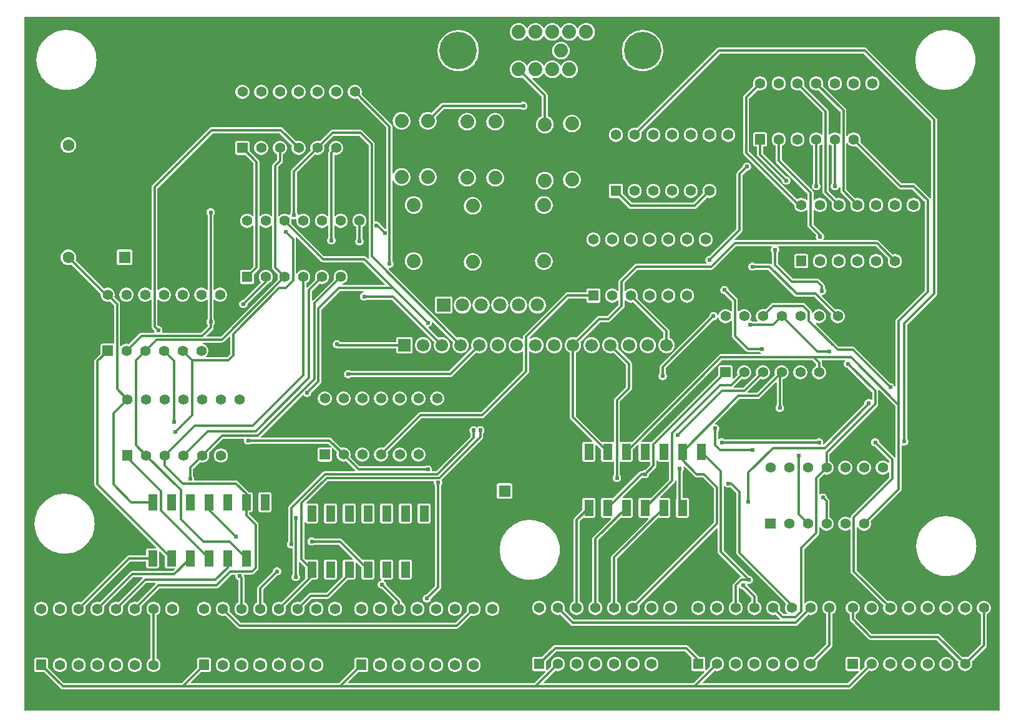
<source format=gbl>
G04 Layer: BottomLayer*
G04 EasyEDA v6.4.25, 2021-12-08T18:14:58--6:00*
G04 69e83bd8f40a47abaefc3c1f755e5dbc,06444aca9169495d970130cf6b44ba93,10*
G04 Gerber Generator version 0.2*
G04 Scale: 100 percent, Rotated: No, Reflected: No *
G04 Dimensions in inches *
G04 leading zeros omitted , absolute positions ,3 integer and 6 decimal *
%FSLAX36Y36*%
%MOIN*%

%ADD10C,0.0118*%
%ADD11C,0.0240*%
%ADD12R,0.0477X0.0859*%
%ADD13C,0.0740*%
%ADD14C,0.2000*%
%ADD16C,0.0550*%
%ADD17R,0.0620X0.0620*%
%ADD19C,0.0669*%
%ADD20C,0.0709*%
%ADD22R,0.0630X0.0630*%
%ADD23C,0.0630*%

%LPD*%
G36*
X1019200Y-4204800D02*
G01*
X1017660Y-4204500D01*
X1016380Y-4203620D01*
X1015500Y-4202340D01*
X1015200Y-4200800D01*
X1015200Y-499200D01*
X1015500Y-497660D01*
X1016380Y-496380D01*
X1017660Y-495500D01*
X1019200Y-495200D01*
X6220800Y-495200D01*
X6222340Y-495500D01*
X6223620Y-496380D01*
X6224500Y-497660D01*
X6224800Y-499200D01*
X6224800Y-4200800D01*
X6224500Y-4202340D01*
X6223620Y-4203620D01*
X6222340Y-4204500D01*
X6220800Y-4204800D01*
G37*

%LPC*%
G36*
X1220200Y-4091100D02*
G01*
X5419800Y-4091100D01*
X5423140Y-4090779D01*
X5426160Y-4089860D01*
X5428940Y-4088380D01*
X5431520Y-4086240D01*
X5525640Y-3992140D01*
X5526780Y-3991340D01*
X5528140Y-3990980D01*
X5529539Y-3991120D01*
X5532340Y-3991900D01*
X5537420Y-3992600D01*
X5542580Y-3992600D01*
X5547660Y-3991900D01*
X5552619Y-3990520D01*
X5557340Y-3988460D01*
X5561740Y-3985800D01*
X5565720Y-3982540D01*
X5569240Y-3978780D01*
X5572200Y-3974580D01*
X5574580Y-3970020D01*
X5576300Y-3965160D01*
X5577340Y-3960140D01*
X5577700Y-3955000D01*
X5577340Y-3949860D01*
X5576300Y-3944840D01*
X5574580Y-3939980D01*
X5572200Y-3935419D01*
X5569240Y-3931220D01*
X5565720Y-3927460D01*
X5561740Y-3924200D01*
X5557340Y-3921540D01*
X5552619Y-3919480D01*
X5547660Y-3918100D01*
X5542580Y-3917400D01*
X5537420Y-3917400D01*
X5532340Y-3918100D01*
X5527380Y-3919480D01*
X5522660Y-3921540D01*
X5518260Y-3924200D01*
X5514280Y-3927460D01*
X5510760Y-3931220D01*
X5507800Y-3935419D01*
X5505420Y-3939980D01*
X5503700Y-3944840D01*
X5502660Y-3949860D01*
X5502300Y-3955000D01*
X5502660Y-3960140D01*
X5503740Y-3965260D01*
X5503960Y-3966740D01*
X5503640Y-3968200D01*
X5502800Y-3969420D01*
X5484220Y-3988000D01*
X5482859Y-3988900D01*
X5481240Y-3989160D01*
X5479660Y-3988780D01*
X5478360Y-3987780D01*
X5477580Y-3986340D01*
X5477420Y-3984720D01*
X5477700Y-3982280D01*
X5477700Y-3927720D01*
X5477420Y-3925240D01*
X5476660Y-3923080D01*
X5475460Y-3921160D01*
X5473840Y-3919540D01*
X5471920Y-3918340D01*
X5469760Y-3917580D01*
X5467279Y-3917300D01*
X5412720Y-3917300D01*
X5410240Y-3917580D01*
X5408080Y-3918340D01*
X5406160Y-3919540D01*
X5404539Y-3921160D01*
X5403339Y-3923080D01*
X5402580Y-3925240D01*
X5402300Y-3927720D01*
X5402300Y-3982280D01*
X5402580Y-3984760D01*
X5403339Y-3986920D01*
X5404539Y-3988840D01*
X5406160Y-3990460D01*
X5408080Y-3991660D01*
X5410240Y-3992420D01*
X5412720Y-3992700D01*
X5467279Y-3992700D01*
X5469720Y-3992420D01*
X5471340Y-3992580D01*
X5472780Y-3993360D01*
X5473780Y-3994660D01*
X5474160Y-3996240D01*
X5473900Y-3997860D01*
X5473000Y-3999220D01*
X5414500Y-4057720D01*
X5413200Y-4058600D01*
X5411680Y-4058900D01*
X4643540Y-4058900D01*
X4642000Y-4058600D01*
X4640720Y-4057720D01*
X4639840Y-4056420D01*
X4639540Y-4054900D01*
X4639840Y-4053360D01*
X4640720Y-4052060D01*
X4700640Y-3992140D01*
X4701780Y-3991340D01*
X4703140Y-3990980D01*
X4704540Y-3991120D01*
X4707340Y-3991900D01*
X4712420Y-3992600D01*
X4717580Y-3992600D01*
X4722660Y-3991900D01*
X4727620Y-3990520D01*
X4732340Y-3988460D01*
X4736740Y-3985800D01*
X4740720Y-3982540D01*
X4744240Y-3978780D01*
X4747200Y-3974580D01*
X4749580Y-3970020D01*
X4751300Y-3965160D01*
X4752340Y-3960140D01*
X4752700Y-3955000D01*
X4752340Y-3949860D01*
X4751300Y-3944840D01*
X4749580Y-3939980D01*
X4747200Y-3935419D01*
X4744240Y-3931220D01*
X4740720Y-3927460D01*
X4736740Y-3924200D01*
X4732340Y-3921540D01*
X4727620Y-3919480D01*
X4722660Y-3918100D01*
X4717580Y-3917400D01*
X4712420Y-3917400D01*
X4707340Y-3918100D01*
X4702380Y-3919480D01*
X4697660Y-3921540D01*
X4693260Y-3924200D01*
X4689280Y-3927460D01*
X4685760Y-3931220D01*
X4682800Y-3935419D01*
X4680420Y-3939980D01*
X4678700Y-3944840D01*
X4677660Y-3949860D01*
X4677300Y-3955000D01*
X4677660Y-3960140D01*
X4678740Y-3965260D01*
X4678960Y-3966740D01*
X4678640Y-3968200D01*
X4677800Y-3969420D01*
X4659220Y-3988000D01*
X4657860Y-3988900D01*
X4656240Y-3989160D01*
X4654660Y-3988780D01*
X4653360Y-3987780D01*
X4652580Y-3986340D01*
X4652420Y-3984720D01*
X4652700Y-3982280D01*
X4652700Y-3927720D01*
X4652420Y-3925240D01*
X4651660Y-3923080D01*
X4650460Y-3921160D01*
X4648840Y-3919540D01*
X4646920Y-3918340D01*
X4644760Y-3917580D01*
X4642280Y-3917300D01*
X4621740Y-3917300D01*
X4620200Y-3917000D01*
X4618900Y-3916120D01*
X4561520Y-3858759D01*
X4558940Y-3856620D01*
X4556160Y-3855140D01*
X4553140Y-3854220D01*
X4549800Y-3853900D01*
X3850200Y-3853900D01*
X3846860Y-3854220D01*
X3843840Y-3855140D01*
X3841060Y-3856620D01*
X3838480Y-3858759D01*
X3781100Y-3916120D01*
X3779800Y-3917000D01*
X3778260Y-3917300D01*
X3737720Y-3917300D01*
X3735240Y-3917580D01*
X3733080Y-3918340D01*
X3731160Y-3919540D01*
X3729540Y-3921160D01*
X3728340Y-3923080D01*
X3727580Y-3925240D01*
X3727300Y-3927720D01*
X3727300Y-3982280D01*
X3727580Y-3984760D01*
X3728340Y-3986920D01*
X3729540Y-3988840D01*
X3731160Y-3990460D01*
X3733080Y-3991660D01*
X3735240Y-3992420D01*
X3737720Y-3992700D01*
X3792280Y-3992700D01*
X3794720Y-3992420D01*
X3796340Y-3992580D01*
X3797780Y-3993360D01*
X3798780Y-3994660D01*
X3799160Y-3996240D01*
X3798900Y-3997860D01*
X3798000Y-3999220D01*
X3739500Y-4057720D01*
X3738200Y-4058600D01*
X3736680Y-4058900D01*
X2748540Y-4058900D01*
X2747000Y-4058600D01*
X2745720Y-4057720D01*
X2744840Y-4056420D01*
X2744540Y-4054900D01*
X2744840Y-4053360D01*
X2745720Y-4052060D01*
X2798900Y-3998880D01*
X2800200Y-3998000D01*
X2801740Y-3997700D01*
X2842280Y-3997700D01*
X2844760Y-3997420D01*
X2846920Y-3996660D01*
X2848840Y-3995460D01*
X2850460Y-3993840D01*
X2851660Y-3991920D01*
X2852420Y-3989760D01*
X2852700Y-3987280D01*
X2852700Y-3932720D01*
X2852420Y-3930240D01*
X2851660Y-3928080D01*
X2850460Y-3926160D01*
X2848840Y-3924540D01*
X2846920Y-3923340D01*
X2844760Y-3922580D01*
X2842280Y-3922300D01*
X2787720Y-3922300D01*
X2785240Y-3922580D01*
X2783080Y-3923340D01*
X2781160Y-3924540D01*
X2779540Y-3926160D01*
X2778340Y-3928080D01*
X2777580Y-3930240D01*
X2777300Y-3932720D01*
X2777300Y-3973260D01*
X2777000Y-3974800D01*
X2776120Y-3976100D01*
X2694500Y-4057720D01*
X2693200Y-4058600D01*
X2691680Y-4058900D01*
X1908540Y-4058900D01*
X1907000Y-4058600D01*
X1905720Y-4057720D01*
X1904840Y-4056420D01*
X1904540Y-4054900D01*
X1904840Y-4053360D01*
X1905720Y-4052060D01*
X1958899Y-3998880D01*
X1960200Y-3998000D01*
X1961740Y-3997700D01*
X2002280Y-3997700D01*
X2004760Y-3997420D01*
X2006920Y-3996660D01*
X2008839Y-3995460D01*
X2010460Y-3993840D01*
X2011660Y-3991920D01*
X2012420Y-3989760D01*
X2012700Y-3987280D01*
X2012700Y-3932720D01*
X2012420Y-3930240D01*
X2011660Y-3928080D01*
X2010460Y-3926160D01*
X2008839Y-3924540D01*
X2006920Y-3923340D01*
X2004760Y-3922580D01*
X2002280Y-3922300D01*
X1947720Y-3922300D01*
X1945240Y-3922580D01*
X1943080Y-3923340D01*
X1941160Y-3924540D01*
X1939540Y-3926160D01*
X1938340Y-3928080D01*
X1937580Y-3930240D01*
X1937300Y-3932720D01*
X1937300Y-3973260D01*
X1937000Y-3974800D01*
X1936120Y-3976100D01*
X1854500Y-4057720D01*
X1853200Y-4058600D01*
X1851680Y-4058900D01*
X1228320Y-4058900D01*
X1226800Y-4058600D01*
X1225500Y-4057720D01*
X1143880Y-3976100D01*
X1143000Y-3974800D01*
X1142700Y-3973260D01*
X1142700Y-3932720D01*
X1142420Y-3930240D01*
X1141660Y-3928080D01*
X1140460Y-3926160D01*
X1138840Y-3924540D01*
X1136920Y-3923340D01*
X1134760Y-3922580D01*
X1132280Y-3922300D01*
X1077720Y-3922300D01*
X1075240Y-3922580D01*
X1073080Y-3923340D01*
X1071160Y-3924540D01*
X1069540Y-3926160D01*
X1068340Y-3928080D01*
X1067580Y-3930240D01*
X1067300Y-3932720D01*
X1067300Y-3987280D01*
X1067580Y-3989760D01*
X1068340Y-3991920D01*
X1069540Y-3993840D01*
X1071160Y-3995460D01*
X1073080Y-3996660D01*
X1075240Y-3997420D01*
X1077720Y-3997700D01*
X1118260Y-3997700D01*
X1119800Y-3998000D01*
X1121100Y-3998880D01*
X1208480Y-4086240D01*
X1211060Y-4088380D01*
X1213840Y-4089860D01*
X1216860Y-4090779D01*
G37*
G36*
X2072420Y-3997600D02*
G01*
X2077580Y-3997600D01*
X2082660Y-3996900D01*
X2087620Y-3995520D01*
X2092340Y-3993460D01*
X2096740Y-3990800D01*
X2100720Y-3987540D01*
X2104240Y-3983780D01*
X2107200Y-3979580D01*
X2109580Y-3975020D01*
X2111300Y-3970160D01*
X2112340Y-3965140D01*
X2112700Y-3960000D01*
X2112340Y-3954860D01*
X2111300Y-3949840D01*
X2109580Y-3944980D01*
X2107200Y-3940419D01*
X2104240Y-3936220D01*
X2100720Y-3932460D01*
X2096740Y-3929200D01*
X2092340Y-3926540D01*
X2087620Y-3924480D01*
X2082660Y-3923100D01*
X2077580Y-3922400D01*
X2072420Y-3922400D01*
X2067340Y-3923100D01*
X2062380Y-3924480D01*
X2057660Y-3926540D01*
X2053260Y-3929200D01*
X2049280Y-3932460D01*
X2045760Y-3936220D01*
X2042800Y-3940419D01*
X2040420Y-3944980D01*
X2038700Y-3949840D01*
X2037660Y-3954860D01*
X2037300Y-3960000D01*
X2037660Y-3965140D01*
X2038700Y-3970160D01*
X2040420Y-3975020D01*
X2042800Y-3979580D01*
X2045760Y-3983780D01*
X2049280Y-3987540D01*
X2053260Y-3990800D01*
X2057660Y-3993460D01*
X2062380Y-3995520D01*
X2067340Y-3996900D01*
G37*
G36*
X1202420Y-3997600D02*
G01*
X1207580Y-3997600D01*
X1212660Y-3996900D01*
X1217620Y-3995520D01*
X1222340Y-3993460D01*
X1226740Y-3990800D01*
X1230720Y-3987540D01*
X1234240Y-3983780D01*
X1237200Y-3979580D01*
X1239580Y-3975020D01*
X1241300Y-3970160D01*
X1242340Y-3965140D01*
X1242700Y-3960000D01*
X1242340Y-3954860D01*
X1241300Y-3949840D01*
X1239580Y-3944980D01*
X1237200Y-3940419D01*
X1234240Y-3936220D01*
X1230720Y-3932460D01*
X1226740Y-3929200D01*
X1222340Y-3926540D01*
X1217620Y-3924480D01*
X1212660Y-3923100D01*
X1207580Y-3922400D01*
X1202420Y-3922400D01*
X1197340Y-3923100D01*
X1192380Y-3924480D01*
X1187660Y-3926540D01*
X1183260Y-3929200D01*
X1179280Y-3932460D01*
X1175760Y-3936220D01*
X1172800Y-3940419D01*
X1170420Y-3944980D01*
X1168700Y-3949840D01*
X1167660Y-3954860D01*
X1167300Y-3960000D01*
X1167660Y-3965140D01*
X1168700Y-3970160D01*
X1170420Y-3975020D01*
X1172800Y-3979580D01*
X1175760Y-3983780D01*
X1179280Y-3987540D01*
X1183260Y-3990800D01*
X1187660Y-3993460D01*
X1192380Y-3995520D01*
X1197340Y-3996900D01*
G37*
G36*
X3412420Y-3997600D02*
G01*
X3417580Y-3997600D01*
X3422660Y-3996900D01*
X3427620Y-3995520D01*
X3432340Y-3993460D01*
X3436740Y-3990800D01*
X3440720Y-3987540D01*
X3444240Y-3983780D01*
X3447200Y-3979580D01*
X3449580Y-3975020D01*
X3451300Y-3970160D01*
X3452340Y-3965140D01*
X3452700Y-3960000D01*
X3452340Y-3954860D01*
X3451300Y-3949840D01*
X3449580Y-3944980D01*
X3447200Y-3940419D01*
X3444240Y-3936220D01*
X3440720Y-3932460D01*
X3436740Y-3929200D01*
X3432340Y-3926540D01*
X3427620Y-3924480D01*
X3422660Y-3923100D01*
X3417580Y-3922400D01*
X3412420Y-3922400D01*
X3407340Y-3923100D01*
X3402380Y-3924480D01*
X3397660Y-3926540D01*
X3393260Y-3929200D01*
X3389280Y-3932460D01*
X3385760Y-3936220D01*
X3382799Y-3940419D01*
X3380419Y-3944980D01*
X3378700Y-3949840D01*
X3377660Y-3954860D01*
X3377300Y-3960000D01*
X3377660Y-3965140D01*
X3378700Y-3970160D01*
X3380419Y-3975020D01*
X3382799Y-3979580D01*
X3385760Y-3983780D01*
X3389280Y-3987540D01*
X3393260Y-3990800D01*
X3397660Y-3993460D01*
X3402380Y-3995520D01*
X3407340Y-3996900D01*
G37*
G36*
X2572420Y-3997600D02*
G01*
X2577580Y-3997600D01*
X2582660Y-3996900D01*
X2587620Y-3995520D01*
X2592340Y-3993460D01*
X2596740Y-3990800D01*
X2600720Y-3987540D01*
X2604240Y-3983780D01*
X2607200Y-3979580D01*
X2609580Y-3975020D01*
X2611300Y-3970160D01*
X2612340Y-3965140D01*
X2612700Y-3960000D01*
X2612340Y-3954860D01*
X2611300Y-3949840D01*
X2609580Y-3944980D01*
X2607200Y-3940419D01*
X2604240Y-3936220D01*
X2600720Y-3932460D01*
X2596740Y-3929200D01*
X2592340Y-3926540D01*
X2587620Y-3924480D01*
X2582660Y-3923100D01*
X2577580Y-3922400D01*
X2572420Y-3922400D01*
X2567340Y-3923100D01*
X2562380Y-3924480D01*
X2557660Y-3926540D01*
X2553260Y-3929200D01*
X2549280Y-3932460D01*
X2545760Y-3936220D01*
X2542800Y-3940419D01*
X2540420Y-3944980D01*
X2538700Y-3949840D01*
X2537660Y-3954860D01*
X2537300Y-3960000D01*
X2537660Y-3965140D01*
X2538700Y-3970160D01*
X2540420Y-3975020D01*
X2542800Y-3979580D01*
X2545760Y-3983780D01*
X2549280Y-3987540D01*
X2553260Y-3990800D01*
X2557660Y-3993460D01*
X2562380Y-3995520D01*
X2567340Y-3996900D01*
G37*
G36*
X3212420Y-3997600D02*
G01*
X3217580Y-3997600D01*
X3222660Y-3996900D01*
X3227620Y-3995520D01*
X3232340Y-3993460D01*
X3236740Y-3990800D01*
X3240720Y-3987540D01*
X3244240Y-3983780D01*
X3247200Y-3979580D01*
X3249580Y-3975020D01*
X3251300Y-3970160D01*
X3252340Y-3965140D01*
X3252700Y-3960000D01*
X3252340Y-3954860D01*
X3251300Y-3949840D01*
X3249580Y-3944980D01*
X3247200Y-3940419D01*
X3244240Y-3936220D01*
X3240720Y-3932460D01*
X3236740Y-3929200D01*
X3232340Y-3926540D01*
X3227620Y-3924480D01*
X3222660Y-3923100D01*
X3217580Y-3922400D01*
X3212420Y-3922400D01*
X3207340Y-3923100D01*
X3202380Y-3924480D01*
X3197660Y-3926540D01*
X3193260Y-3929200D01*
X3189280Y-3932460D01*
X3185760Y-3936220D01*
X3182799Y-3940419D01*
X3180419Y-3944980D01*
X3178700Y-3949840D01*
X3177660Y-3954860D01*
X3177300Y-3960000D01*
X3177660Y-3965140D01*
X3178700Y-3970160D01*
X3180419Y-3975020D01*
X3182799Y-3979580D01*
X3185760Y-3983780D01*
X3189280Y-3987540D01*
X3193260Y-3990800D01*
X3197660Y-3993460D01*
X3202380Y-3995520D01*
X3207340Y-3996900D01*
G37*
G36*
X1502420Y-3997600D02*
G01*
X1507580Y-3997600D01*
X1512660Y-3996900D01*
X1517620Y-3995520D01*
X1522340Y-3993460D01*
X1526740Y-3990800D01*
X1530720Y-3987540D01*
X1534240Y-3983780D01*
X1537200Y-3979580D01*
X1539580Y-3975020D01*
X1541300Y-3970160D01*
X1542340Y-3965140D01*
X1542700Y-3960000D01*
X1542340Y-3954860D01*
X1541300Y-3949840D01*
X1539580Y-3944980D01*
X1537200Y-3940419D01*
X1534240Y-3936220D01*
X1530720Y-3932460D01*
X1526740Y-3929200D01*
X1522340Y-3926540D01*
X1517620Y-3924480D01*
X1512660Y-3923100D01*
X1507580Y-3922400D01*
X1502420Y-3922400D01*
X1497340Y-3923100D01*
X1492380Y-3924480D01*
X1487660Y-3926540D01*
X1483260Y-3929200D01*
X1479280Y-3932460D01*
X1475760Y-3936220D01*
X1472800Y-3940419D01*
X1470420Y-3944980D01*
X1468700Y-3949840D01*
X1467660Y-3954860D01*
X1467300Y-3960000D01*
X1467660Y-3965140D01*
X1468700Y-3970160D01*
X1470420Y-3975020D01*
X1472800Y-3979580D01*
X1475760Y-3983780D01*
X1479280Y-3987540D01*
X1483260Y-3990800D01*
X1487660Y-3993460D01*
X1492380Y-3995520D01*
X1497340Y-3996900D01*
G37*
G36*
X1402420Y-3997600D02*
G01*
X1407580Y-3997600D01*
X1412660Y-3996900D01*
X1417620Y-3995520D01*
X1422340Y-3993460D01*
X1426740Y-3990800D01*
X1430720Y-3987540D01*
X1434240Y-3983780D01*
X1437200Y-3979580D01*
X1439580Y-3975020D01*
X1441300Y-3970160D01*
X1442340Y-3965140D01*
X1442700Y-3960000D01*
X1442340Y-3954860D01*
X1441300Y-3949840D01*
X1439580Y-3944980D01*
X1437200Y-3940419D01*
X1434240Y-3936220D01*
X1430720Y-3932460D01*
X1426740Y-3929200D01*
X1422340Y-3926540D01*
X1417620Y-3924480D01*
X1412660Y-3923100D01*
X1407580Y-3922400D01*
X1402420Y-3922400D01*
X1397340Y-3923100D01*
X1392380Y-3924480D01*
X1387660Y-3926540D01*
X1383260Y-3929200D01*
X1379280Y-3932460D01*
X1375760Y-3936220D01*
X1372800Y-3940419D01*
X1370420Y-3944980D01*
X1368700Y-3949840D01*
X1367660Y-3954860D01*
X1367300Y-3960000D01*
X1367660Y-3965140D01*
X1368700Y-3970160D01*
X1370420Y-3975020D01*
X1372800Y-3979580D01*
X1375760Y-3983780D01*
X1379280Y-3987540D01*
X1383260Y-3990800D01*
X1387660Y-3993460D01*
X1392380Y-3995520D01*
X1397340Y-3996900D01*
G37*
G36*
X2272420Y-3997600D02*
G01*
X2277580Y-3997600D01*
X2282660Y-3996900D01*
X2287620Y-3995520D01*
X2292340Y-3993460D01*
X2296740Y-3990800D01*
X2300720Y-3987540D01*
X2304240Y-3983780D01*
X2307200Y-3979580D01*
X2309580Y-3975020D01*
X2311300Y-3970160D01*
X2312340Y-3965140D01*
X2312700Y-3960000D01*
X2312340Y-3954860D01*
X2311300Y-3949840D01*
X2309580Y-3944980D01*
X2307200Y-3940419D01*
X2304240Y-3936220D01*
X2300720Y-3932460D01*
X2296740Y-3929200D01*
X2292340Y-3926540D01*
X2287620Y-3924480D01*
X2282660Y-3923100D01*
X2277580Y-3922400D01*
X2272420Y-3922400D01*
X2267340Y-3923100D01*
X2262380Y-3924480D01*
X2257660Y-3926540D01*
X2253260Y-3929200D01*
X2249280Y-3932460D01*
X2245760Y-3936220D01*
X2242800Y-3940419D01*
X2240420Y-3944980D01*
X2238700Y-3949840D01*
X2237660Y-3954860D01*
X2237300Y-3960000D01*
X2237660Y-3965140D01*
X2238700Y-3970160D01*
X2240420Y-3975020D01*
X2242800Y-3979580D01*
X2245760Y-3983780D01*
X2249280Y-3987540D01*
X2253260Y-3990800D01*
X2257660Y-3993460D01*
X2262380Y-3995520D01*
X2267340Y-3996900D01*
G37*
G36*
X2372420Y-3997600D02*
G01*
X2377580Y-3997600D01*
X2382660Y-3996900D01*
X2387620Y-3995520D01*
X2392340Y-3993460D01*
X2396740Y-3990800D01*
X2400720Y-3987540D01*
X2404240Y-3983780D01*
X2407200Y-3979580D01*
X2409580Y-3975020D01*
X2411300Y-3970160D01*
X2412340Y-3965140D01*
X2412700Y-3960000D01*
X2412340Y-3954860D01*
X2411300Y-3949840D01*
X2409580Y-3944980D01*
X2407200Y-3940419D01*
X2404240Y-3936220D01*
X2400720Y-3932460D01*
X2396740Y-3929200D01*
X2392340Y-3926540D01*
X2387620Y-3924480D01*
X2382660Y-3923100D01*
X2377580Y-3922400D01*
X2372420Y-3922400D01*
X2367340Y-3923100D01*
X2362380Y-3924480D01*
X2357660Y-3926540D01*
X2353260Y-3929200D01*
X2349280Y-3932460D01*
X2345760Y-3936220D01*
X2342800Y-3940419D01*
X2340420Y-3944980D01*
X2338700Y-3949840D01*
X2337660Y-3954860D01*
X2337300Y-3960000D01*
X2337660Y-3965140D01*
X2338700Y-3970160D01*
X2340420Y-3975020D01*
X2342800Y-3979580D01*
X2345760Y-3983780D01*
X2349280Y-3987540D01*
X2353260Y-3990800D01*
X2357660Y-3993460D01*
X2362380Y-3995520D01*
X2367340Y-3996900D01*
G37*
G36*
X3112420Y-3997600D02*
G01*
X3117580Y-3997600D01*
X3122660Y-3996900D01*
X3127620Y-3995520D01*
X3132340Y-3993460D01*
X3136740Y-3990800D01*
X3140720Y-3987540D01*
X3144240Y-3983780D01*
X3147200Y-3979580D01*
X3149580Y-3975020D01*
X3151300Y-3970160D01*
X3152340Y-3965140D01*
X3152700Y-3960000D01*
X3152340Y-3954860D01*
X3151300Y-3949840D01*
X3149580Y-3944980D01*
X3147200Y-3940419D01*
X3144240Y-3936220D01*
X3140720Y-3932460D01*
X3136740Y-3929200D01*
X3132340Y-3926540D01*
X3127620Y-3924480D01*
X3122660Y-3923100D01*
X3117580Y-3922400D01*
X3112420Y-3922400D01*
X3107340Y-3923100D01*
X3102380Y-3924480D01*
X3097660Y-3926540D01*
X3093260Y-3929200D01*
X3089280Y-3932460D01*
X3085760Y-3936220D01*
X3082799Y-3940419D01*
X3080419Y-3944980D01*
X3078700Y-3949840D01*
X3077660Y-3954860D01*
X3077300Y-3960000D01*
X3077660Y-3965140D01*
X3078700Y-3970160D01*
X3080419Y-3975020D01*
X3082799Y-3979580D01*
X3085760Y-3983780D01*
X3089280Y-3987540D01*
X3093260Y-3990800D01*
X3097660Y-3993460D01*
X3102380Y-3995520D01*
X3107340Y-3996900D01*
G37*
G36*
X3312420Y-3997600D02*
G01*
X3317580Y-3997600D01*
X3322660Y-3996900D01*
X3327620Y-3995520D01*
X3332340Y-3993460D01*
X3336740Y-3990800D01*
X3340720Y-3987540D01*
X3344240Y-3983780D01*
X3347200Y-3979580D01*
X3349580Y-3975020D01*
X3351300Y-3970160D01*
X3352340Y-3965140D01*
X3352700Y-3960000D01*
X3352340Y-3954860D01*
X3351300Y-3949840D01*
X3349580Y-3944980D01*
X3347200Y-3940419D01*
X3344240Y-3936220D01*
X3340720Y-3932460D01*
X3336740Y-3929200D01*
X3332340Y-3926540D01*
X3327620Y-3924480D01*
X3322660Y-3923100D01*
X3317580Y-3922400D01*
X3312420Y-3922400D01*
X3307340Y-3923100D01*
X3302380Y-3924480D01*
X3297660Y-3926540D01*
X3293260Y-3929200D01*
X3289280Y-3932460D01*
X3285760Y-3936220D01*
X3282799Y-3940419D01*
X3280419Y-3944980D01*
X3278700Y-3949840D01*
X3277660Y-3954860D01*
X3277300Y-3960000D01*
X3277660Y-3965140D01*
X3278700Y-3970160D01*
X3280419Y-3975020D01*
X3282799Y-3979580D01*
X3285760Y-3983780D01*
X3289280Y-3987540D01*
X3293260Y-3990800D01*
X3297660Y-3993460D01*
X3302380Y-3995520D01*
X3307340Y-3996900D01*
G37*
G36*
X1302420Y-3997600D02*
G01*
X1307580Y-3997600D01*
X1312660Y-3996900D01*
X1317620Y-3995520D01*
X1322340Y-3993460D01*
X1326740Y-3990800D01*
X1330720Y-3987540D01*
X1334240Y-3983780D01*
X1337200Y-3979580D01*
X1339580Y-3975020D01*
X1341300Y-3970160D01*
X1342340Y-3965140D01*
X1342700Y-3960000D01*
X1342340Y-3954860D01*
X1341300Y-3949840D01*
X1339580Y-3944980D01*
X1337200Y-3940419D01*
X1334240Y-3936220D01*
X1330720Y-3932460D01*
X1326740Y-3929200D01*
X1322340Y-3926540D01*
X1317620Y-3924480D01*
X1312660Y-3923100D01*
X1307580Y-3922400D01*
X1302420Y-3922400D01*
X1297340Y-3923100D01*
X1292380Y-3924480D01*
X1287660Y-3926540D01*
X1283260Y-3929200D01*
X1279280Y-3932460D01*
X1275760Y-3936220D01*
X1272800Y-3940419D01*
X1270420Y-3944980D01*
X1268700Y-3949840D01*
X1267660Y-3954860D01*
X1267300Y-3960000D01*
X1267660Y-3965140D01*
X1268700Y-3970160D01*
X1270420Y-3975020D01*
X1272800Y-3979580D01*
X1275760Y-3983780D01*
X1279280Y-3987540D01*
X1283260Y-3990800D01*
X1287660Y-3993460D01*
X1292380Y-3995520D01*
X1297340Y-3996900D01*
G37*
G36*
X2172420Y-3997600D02*
G01*
X2177580Y-3997600D01*
X2182660Y-3996900D01*
X2187620Y-3995520D01*
X2192340Y-3993460D01*
X2196740Y-3990800D01*
X2200720Y-3987540D01*
X2204240Y-3983780D01*
X2207200Y-3979580D01*
X2209580Y-3975020D01*
X2211300Y-3970160D01*
X2212340Y-3965140D01*
X2212700Y-3960000D01*
X2212340Y-3954860D01*
X2211300Y-3949840D01*
X2209580Y-3944980D01*
X2207200Y-3940419D01*
X2204240Y-3936220D01*
X2200720Y-3932460D01*
X2196740Y-3929200D01*
X2192340Y-3926540D01*
X2187620Y-3924480D01*
X2182660Y-3923100D01*
X2177580Y-3922400D01*
X2172420Y-3922400D01*
X2167340Y-3923100D01*
X2162380Y-3924480D01*
X2157660Y-3926540D01*
X2153260Y-3929200D01*
X2149280Y-3932460D01*
X2145760Y-3936220D01*
X2142800Y-3940419D01*
X2140420Y-3944980D01*
X2138700Y-3949840D01*
X2137660Y-3954860D01*
X2137300Y-3960000D01*
X2137660Y-3965140D01*
X2138700Y-3970160D01*
X2140420Y-3975020D01*
X2142800Y-3979580D01*
X2145760Y-3983780D01*
X2149280Y-3987540D01*
X2153260Y-3990800D01*
X2157660Y-3993460D01*
X2162380Y-3995520D01*
X2167340Y-3996900D01*
G37*
G36*
X2472420Y-3997600D02*
G01*
X2477580Y-3997600D01*
X2482660Y-3996900D01*
X2487620Y-3995520D01*
X2492340Y-3993460D01*
X2496740Y-3990800D01*
X2500720Y-3987540D01*
X2504240Y-3983780D01*
X2507200Y-3979580D01*
X2509580Y-3975020D01*
X2511300Y-3970160D01*
X2512340Y-3965140D01*
X2512700Y-3960000D01*
X2512340Y-3954860D01*
X2511300Y-3949840D01*
X2509580Y-3944980D01*
X2507200Y-3940419D01*
X2504240Y-3936220D01*
X2500720Y-3932460D01*
X2496740Y-3929200D01*
X2492340Y-3926540D01*
X2487620Y-3924480D01*
X2482660Y-3923100D01*
X2477580Y-3922400D01*
X2472420Y-3922400D01*
X2467340Y-3923100D01*
X2462380Y-3924480D01*
X2457660Y-3926540D01*
X2453260Y-3929200D01*
X2449280Y-3932460D01*
X2445760Y-3936220D01*
X2442800Y-3940419D01*
X2440420Y-3944980D01*
X2438700Y-3949840D01*
X2437660Y-3954860D01*
X2437300Y-3960000D01*
X2437660Y-3965140D01*
X2438700Y-3970160D01*
X2440420Y-3975020D01*
X2442800Y-3979580D01*
X2445760Y-3983780D01*
X2449280Y-3987540D01*
X2453260Y-3990800D01*
X2457660Y-3993460D01*
X2462380Y-3995520D01*
X2467340Y-3996900D01*
G37*
G36*
X3012420Y-3997600D02*
G01*
X3017580Y-3997600D01*
X3022660Y-3996900D01*
X3027620Y-3995520D01*
X3032340Y-3993460D01*
X3036740Y-3990800D01*
X3040720Y-3987540D01*
X3044240Y-3983780D01*
X3047200Y-3979580D01*
X3049580Y-3975020D01*
X3051300Y-3970160D01*
X3052340Y-3965140D01*
X3052700Y-3960000D01*
X3052340Y-3954860D01*
X3051300Y-3949840D01*
X3049580Y-3944980D01*
X3047200Y-3940419D01*
X3044240Y-3936220D01*
X3040720Y-3932460D01*
X3036740Y-3929200D01*
X3032340Y-3926540D01*
X3027620Y-3924480D01*
X3022660Y-3923100D01*
X3017580Y-3922400D01*
X3012420Y-3922400D01*
X3007340Y-3923100D01*
X3002380Y-3924480D01*
X2997660Y-3926540D01*
X2993260Y-3929200D01*
X2989280Y-3932460D01*
X2985760Y-3936220D01*
X2982799Y-3940419D01*
X2980419Y-3944980D01*
X2978700Y-3949840D01*
X2977660Y-3954860D01*
X2977300Y-3960000D01*
X2977660Y-3965140D01*
X2978700Y-3970160D01*
X2980419Y-3975020D01*
X2982799Y-3979580D01*
X2985760Y-3983780D01*
X2989280Y-3987540D01*
X2993260Y-3990800D01*
X2997660Y-3993460D01*
X3002380Y-3995520D01*
X3007340Y-3996900D01*
G37*
G36*
X2912420Y-3997600D02*
G01*
X2917580Y-3997600D01*
X2922660Y-3996900D01*
X2927620Y-3995520D01*
X2932340Y-3993460D01*
X2936740Y-3990800D01*
X2940720Y-3987540D01*
X2944240Y-3983780D01*
X2947200Y-3979580D01*
X2949580Y-3975020D01*
X2951300Y-3970160D01*
X2952340Y-3965140D01*
X2952700Y-3960000D01*
X2952340Y-3954860D01*
X2951300Y-3949840D01*
X2949580Y-3944980D01*
X2947200Y-3940419D01*
X2944240Y-3936220D01*
X2940720Y-3932460D01*
X2936740Y-3929200D01*
X2932340Y-3926540D01*
X2927620Y-3924480D01*
X2922660Y-3923100D01*
X2917580Y-3922400D01*
X2912420Y-3922400D01*
X2907340Y-3923100D01*
X2902380Y-3924480D01*
X2897660Y-3926540D01*
X2893260Y-3929200D01*
X2889280Y-3932460D01*
X2885760Y-3936220D01*
X2882799Y-3940419D01*
X2880419Y-3944980D01*
X2878700Y-3949840D01*
X2877660Y-3954860D01*
X2877300Y-3960000D01*
X2877660Y-3965140D01*
X2878700Y-3970160D01*
X2880419Y-3975020D01*
X2882799Y-3979580D01*
X2885760Y-3983780D01*
X2889280Y-3987540D01*
X2893260Y-3990800D01*
X2897660Y-3993460D01*
X2902380Y-3995520D01*
X2907340Y-3996900D01*
G37*
G36*
X1602420Y-3997600D02*
G01*
X1607580Y-3997600D01*
X1612660Y-3996900D01*
X1617620Y-3995520D01*
X1622340Y-3993460D01*
X1626740Y-3990800D01*
X1630720Y-3987540D01*
X1634240Y-3983780D01*
X1637200Y-3979580D01*
X1639580Y-3975020D01*
X1641300Y-3970160D01*
X1642340Y-3965140D01*
X1642700Y-3960000D01*
X1642340Y-3954860D01*
X1641300Y-3949840D01*
X1639580Y-3944980D01*
X1637200Y-3940419D01*
X1634240Y-3936220D01*
X1630720Y-3932460D01*
X1626740Y-3929200D01*
X1622340Y-3926540D01*
X1617620Y-3924480D01*
X1612660Y-3923100D01*
X1607580Y-3922400D01*
X1602420Y-3922400D01*
X1597340Y-3923100D01*
X1592380Y-3924480D01*
X1587660Y-3926540D01*
X1583260Y-3929200D01*
X1579280Y-3932460D01*
X1575760Y-3936220D01*
X1572800Y-3940419D01*
X1570420Y-3944980D01*
X1568700Y-3949840D01*
X1567660Y-3954860D01*
X1567300Y-3960000D01*
X1567660Y-3965140D01*
X1568700Y-3970160D01*
X1570420Y-3975020D01*
X1572800Y-3979580D01*
X1575760Y-3983780D01*
X1579280Y-3987540D01*
X1583260Y-3990800D01*
X1587660Y-3993460D01*
X1592380Y-3995520D01*
X1597340Y-3996900D01*
G37*
G36*
X1702420Y-3997600D02*
G01*
X1707580Y-3997600D01*
X1712660Y-3996900D01*
X1717620Y-3995520D01*
X1722340Y-3993460D01*
X1726740Y-3990800D01*
X1730720Y-3987540D01*
X1734240Y-3983780D01*
X1737200Y-3979580D01*
X1739580Y-3975020D01*
X1741300Y-3970160D01*
X1742340Y-3965140D01*
X1742700Y-3960000D01*
X1742340Y-3954860D01*
X1741300Y-3949840D01*
X1739580Y-3944980D01*
X1737200Y-3940419D01*
X1734240Y-3936220D01*
X1730720Y-3932460D01*
X1726740Y-3929200D01*
X1723020Y-3926960D01*
X1722000Y-3926060D01*
X1721339Y-3924880D01*
X1721100Y-3923540D01*
X1721100Y-3696460D01*
X1721339Y-3695120D01*
X1722000Y-3693940D01*
X1723020Y-3693039D01*
X1726740Y-3690800D01*
X1730720Y-3687540D01*
X1734240Y-3683780D01*
X1737200Y-3679580D01*
X1739580Y-3675020D01*
X1741300Y-3670160D01*
X1742340Y-3665140D01*
X1742700Y-3660000D01*
X1742340Y-3654860D01*
X1741300Y-3649840D01*
X1739580Y-3644980D01*
X1737200Y-3640419D01*
X1734240Y-3636220D01*
X1730720Y-3632460D01*
X1726740Y-3629200D01*
X1722340Y-3626540D01*
X1717620Y-3624480D01*
X1712660Y-3623100D01*
X1707580Y-3622400D01*
X1702420Y-3622400D01*
X1697340Y-3623100D01*
X1692380Y-3624480D01*
X1687660Y-3626540D01*
X1683260Y-3629200D01*
X1679280Y-3632460D01*
X1675760Y-3636220D01*
X1672800Y-3640419D01*
X1670420Y-3644980D01*
X1668700Y-3649840D01*
X1667660Y-3654860D01*
X1667300Y-3660000D01*
X1667660Y-3665140D01*
X1668700Y-3670160D01*
X1670420Y-3675020D01*
X1672800Y-3679580D01*
X1675760Y-3683780D01*
X1679280Y-3687540D01*
X1683260Y-3690800D01*
X1686980Y-3693039D01*
X1688000Y-3693940D01*
X1688660Y-3695120D01*
X1688899Y-3696460D01*
X1688899Y-3923540D01*
X1688660Y-3924880D01*
X1688000Y-3926060D01*
X1686980Y-3926960D01*
X1683260Y-3929200D01*
X1679280Y-3932460D01*
X1675760Y-3936220D01*
X1672800Y-3940419D01*
X1670420Y-3944980D01*
X1668700Y-3949840D01*
X1667660Y-3954860D01*
X1667300Y-3960000D01*
X1667660Y-3965140D01*
X1668700Y-3970160D01*
X1670420Y-3975020D01*
X1672800Y-3979580D01*
X1675760Y-3983780D01*
X1679280Y-3987540D01*
X1683260Y-3990800D01*
X1687660Y-3993460D01*
X1692380Y-3995520D01*
X1697340Y-3996900D01*
G37*
G36*
X4812420Y-3992600D02*
G01*
X4817580Y-3992600D01*
X4822660Y-3991900D01*
X4827620Y-3990520D01*
X4832340Y-3988460D01*
X4836740Y-3985800D01*
X4840720Y-3982540D01*
X4844240Y-3978780D01*
X4847200Y-3974580D01*
X4849580Y-3970020D01*
X4851300Y-3965160D01*
X4852340Y-3960140D01*
X4852700Y-3955000D01*
X4852340Y-3949860D01*
X4851300Y-3944840D01*
X4849580Y-3939980D01*
X4847200Y-3935419D01*
X4844240Y-3931220D01*
X4840720Y-3927460D01*
X4836740Y-3924200D01*
X4832340Y-3921540D01*
X4827620Y-3919480D01*
X4822660Y-3918100D01*
X4817580Y-3917400D01*
X4812420Y-3917400D01*
X4807340Y-3918100D01*
X4802380Y-3919480D01*
X4797660Y-3921540D01*
X4793260Y-3924200D01*
X4789280Y-3927460D01*
X4785760Y-3931220D01*
X4782800Y-3935419D01*
X4780420Y-3939980D01*
X4778700Y-3944840D01*
X4777660Y-3949860D01*
X4777300Y-3955000D01*
X4777660Y-3960140D01*
X4778700Y-3965160D01*
X4780420Y-3970020D01*
X4782800Y-3974580D01*
X4785760Y-3978780D01*
X4789280Y-3982540D01*
X4793260Y-3985800D01*
X4797660Y-3988460D01*
X4802380Y-3990520D01*
X4807340Y-3991900D01*
G37*
G36*
X5837420Y-3992600D02*
G01*
X5842580Y-3992600D01*
X5847660Y-3991900D01*
X5852619Y-3990520D01*
X5857340Y-3988460D01*
X5861740Y-3985800D01*
X5865720Y-3982540D01*
X5869240Y-3978780D01*
X5872200Y-3974580D01*
X5874580Y-3970020D01*
X5876300Y-3965160D01*
X5877340Y-3960140D01*
X5877700Y-3955000D01*
X5877340Y-3949860D01*
X5876300Y-3944840D01*
X5874580Y-3939980D01*
X5872200Y-3935419D01*
X5869240Y-3931220D01*
X5865720Y-3927460D01*
X5861740Y-3924200D01*
X5857340Y-3921540D01*
X5852619Y-3919480D01*
X5847660Y-3918100D01*
X5842580Y-3917400D01*
X5837420Y-3917400D01*
X5832340Y-3918100D01*
X5827380Y-3919480D01*
X5822660Y-3921540D01*
X5818260Y-3924200D01*
X5814280Y-3927460D01*
X5810760Y-3931220D01*
X5807800Y-3935419D01*
X5805420Y-3939980D01*
X5803700Y-3944840D01*
X5802660Y-3949860D01*
X5802300Y-3955000D01*
X5802660Y-3960140D01*
X5803700Y-3965160D01*
X5805420Y-3970020D01*
X5807800Y-3974580D01*
X5810760Y-3978780D01*
X5814280Y-3982540D01*
X5818260Y-3985800D01*
X5822660Y-3988460D01*
X5827380Y-3990520D01*
X5832340Y-3991900D01*
G37*
G36*
X5012420Y-3992600D02*
G01*
X5017580Y-3992600D01*
X5022660Y-3991900D01*
X5027620Y-3990520D01*
X5032340Y-3988460D01*
X5036740Y-3985800D01*
X5040720Y-3982540D01*
X5044240Y-3978780D01*
X5047200Y-3974580D01*
X5049580Y-3970020D01*
X5051300Y-3965160D01*
X5052340Y-3960140D01*
X5052700Y-3955000D01*
X5052340Y-3949860D01*
X5051300Y-3944840D01*
X5049580Y-3939980D01*
X5047200Y-3935419D01*
X5044240Y-3931220D01*
X5040720Y-3927460D01*
X5036740Y-3924200D01*
X5032340Y-3921540D01*
X5027620Y-3919480D01*
X5022660Y-3918100D01*
X5017580Y-3917400D01*
X5012420Y-3917400D01*
X5007340Y-3918100D01*
X5002380Y-3919480D01*
X4997660Y-3921540D01*
X4993260Y-3924200D01*
X4989280Y-3927460D01*
X4985760Y-3931220D01*
X4982800Y-3935419D01*
X4980420Y-3939980D01*
X4978700Y-3944840D01*
X4977660Y-3949860D01*
X4977300Y-3955000D01*
X4977660Y-3960140D01*
X4978700Y-3965160D01*
X4980420Y-3970020D01*
X4982800Y-3974580D01*
X4985760Y-3978780D01*
X4989280Y-3982540D01*
X4993260Y-3985800D01*
X4997660Y-3988460D01*
X5002380Y-3990520D01*
X5007340Y-3991900D01*
G37*
G36*
X5737420Y-3992600D02*
G01*
X5742580Y-3992600D01*
X5747660Y-3991900D01*
X5752619Y-3990520D01*
X5757340Y-3988460D01*
X5761740Y-3985800D01*
X5765720Y-3982540D01*
X5769240Y-3978780D01*
X5772200Y-3974580D01*
X5774580Y-3970020D01*
X5776300Y-3965160D01*
X5777340Y-3960140D01*
X5777700Y-3955000D01*
X5777340Y-3949860D01*
X5776300Y-3944840D01*
X5774580Y-3939980D01*
X5772200Y-3935419D01*
X5769240Y-3931220D01*
X5765720Y-3927460D01*
X5761740Y-3924200D01*
X5757340Y-3921540D01*
X5752619Y-3919480D01*
X5747660Y-3918100D01*
X5742580Y-3917400D01*
X5737420Y-3917400D01*
X5732340Y-3918100D01*
X5727380Y-3919480D01*
X5722660Y-3921540D01*
X5718260Y-3924200D01*
X5714280Y-3927460D01*
X5710760Y-3931220D01*
X5707800Y-3935419D01*
X5705420Y-3939980D01*
X5703700Y-3944840D01*
X5702660Y-3949860D01*
X5702300Y-3955000D01*
X5702660Y-3960140D01*
X5703700Y-3965160D01*
X5705420Y-3970020D01*
X5707800Y-3974580D01*
X5710760Y-3978780D01*
X5714280Y-3982540D01*
X5718260Y-3985800D01*
X5722660Y-3988460D01*
X5727380Y-3990520D01*
X5732340Y-3991900D01*
G37*
G36*
X5112420Y-3992600D02*
G01*
X5117580Y-3992600D01*
X5122660Y-3991900D01*
X5127619Y-3990520D01*
X5132340Y-3988460D01*
X5136740Y-3985800D01*
X5140720Y-3982540D01*
X5144240Y-3978780D01*
X5147200Y-3974580D01*
X5149580Y-3970020D01*
X5151300Y-3965160D01*
X5152340Y-3960140D01*
X5152700Y-3955000D01*
X5152340Y-3949860D01*
X5151300Y-3944840D01*
X5149580Y-3939980D01*
X5147200Y-3935419D01*
X5144240Y-3931220D01*
X5140720Y-3927460D01*
X5136740Y-3924200D01*
X5132340Y-3921540D01*
X5127619Y-3919480D01*
X5122660Y-3918100D01*
X5117580Y-3917400D01*
X5112420Y-3917400D01*
X5107340Y-3918100D01*
X5102380Y-3919480D01*
X5097660Y-3921540D01*
X5093260Y-3924200D01*
X5089280Y-3927460D01*
X5085760Y-3931220D01*
X5082800Y-3935419D01*
X5080420Y-3939980D01*
X5078700Y-3944840D01*
X5077660Y-3949860D01*
X5077300Y-3955000D01*
X5077660Y-3960140D01*
X5078700Y-3965160D01*
X5080420Y-3970020D01*
X5082800Y-3974580D01*
X5085760Y-3978780D01*
X5089280Y-3982540D01*
X5093260Y-3985800D01*
X5097660Y-3988460D01*
X5102380Y-3990520D01*
X5107340Y-3991900D01*
G37*
G36*
X4912420Y-3992600D02*
G01*
X4917580Y-3992600D01*
X4922660Y-3991900D01*
X4927620Y-3990520D01*
X4932340Y-3988460D01*
X4936740Y-3985800D01*
X4940720Y-3982540D01*
X4944240Y-3978780D01*
X4947200Y-3974580D01*
X4949580Y-3970020D01*
X4951300Y-3965160D01*
X4952340Y-3960140D01*
X4952700Y-3955000D01*
X4952340Y-3949860D01*
X4951300Y-3944840D01*
X4949580Y-3939980D01*
X4947200Y-3935419D01*
X4944240Y-3931220D01*
X4940720Y-3927460D01*
X4936740Y-3924200D01*
X4932340Y-3921540D01*
X4927620Y-3919480D01*
X4922660Y-3918100D01*
X4917580Y-3917400D01*
X4912420Y-3917400D01*
X4907340Y-3918100D01*
X4902380Y-3919480D01*
X4897660Y-3921540D01*
X4893260Y-3924200D01*
X4889280Y-3927460D01*
X4885760Y-3931220D01*
X4882800Y-3935419D01*
X4880420Y-3939980D01*
X4878700Y-3944840D01*
X4877660Y-3949860D01*
X4877300Y-3955000D01*
X4877660Y-3960140D01*
X4878700Y-3965160D01*
X4880420Y-3970020D01*
X4882800Y-3974580D01*
X4885760Y-3978780D01*
X4889280Y-3982540D01*
X4893260Y-3985800D01*
X4897660Y-3988460D01*
X4902380Y-3990520D01*
X4907340Y-3991900D01*
G37*
G36*
X5937420Y-3992600D02*
G01*
X5942580Y-3992600D01*
X5947660Y-3991900D01*
X5952619Y-3990520D01*
X5957340Y-3988460D01*
X5961740Y-3985800D01*
X5965720Y-3982540D01*
X5969240Y-3978780D01*
X5972200Y-3974580D01*
X5974580Y-3970020D01*
X5976300Y-3965160D01*
X5977340Y-3960140D01*
X5977700Y-3955000D01*
X5977340Y-3949860D01*
X5976300Y-3944840D01*
X5974580Y-3939980D01*
X5972200Y-3935419D01*
X5969240Y-3931220D01*
X5965720Y-3927460D01*
X5961740Y-3924200D01*
X5957340Y-3921540D01*
X5952619Y-3919480D01*
X5947660Y-3918100D01*
X5942580Y-3917400D01*
X5937420Y-3917400D01*
X5932340Y-3918100D01*
X5927380Y-3919480D01*
X5922660Y-3921540D01*
X5918260Y-3924200D01*
X5914280Y-3927460D01*
X5910760Y-3931220D01*
X5907800Y-3935419D01*
X5905420Y-3939980D01*
X5903700Y-3944840D01*
X5902660Y-3949860D01*
X5902300Y-3955000D01*
X5902660Y-3960140D01*
X5903700Y-3965160D01*
X5905420Y-3970020D01*
X5907800Y-3974580D01*
X5910760Y-3978780D01*
X5914280Y-3982540D01*
X5918260Y-3985800D01*
X5922660Y-3988460D01*
X5927380Y-3990520D01*
X5932340Y-3991900D01*
G37*
G36*
X5637420Y-3992600D02*
G01*
X5642580Y-3992600D01*
X5647660Y-3991900D01*
X5652619Y-3990520D01*
X5657340Y-3988460D01*
X5661740Y-3985800D01*
X5665720Y-3982540D01*
X5669240Y-3978780D01*
X5672200Y-3974580D01*
X5674580Y-3970020D01*
X5676300Y-3965160D01*
X5677340Y-3960140D01*
X5677700Y-3955000D01*
X5677340Y-3949860D01*
X5676300Y-3944840D01*
X5674580Y-3939980D01*
X5672200Y-3935419D01*
X5669240Y-3931220D01*
X5665720Y-3927460D01*
X5661740Y-3924200D01*
X5657340Y-3921540D01*
X5652619Y-3919480D01*
X5647660Y-3918100D01*
X5642580Y-3917400D01*
X5637420Y-3917400D01*
X5632340Y-3918100D01*
X5627380Y-3919480D01*
X5622660Y-3921540D01*
X5618260Y-3924200D01*
X5614280Y-3927460D01*
X5610760Y-3931220D01*
X5607800Y-3935419D01*
X5605420Y-3939980D01*
X5603700Y-3944840D01*
X5602660Y-3949860D01*
X5602300Y-3955000D01*
X5602660Y-3960140D01*
X5603700Y-3965160D01*
X5605420Y-3970020D01*
X5607800Y-3974580D01*
X5610760Y-3978780D01*
X5614280Y-3982540D01*
X5618260Y-3985800D01*
X5622660Y-3988460D01*
X5627380Y-3990520D01*
X5632340Y-3991900D01*
G37*
G36*
X5212420Y-3992600D02*
G01*
X5217580Y-3992600D01*
X5222660Y-3991900D01*
X5227619Y-3990520D01*
X5232340Y-3988460D01*
X5236740Y-3985800D01*
X5240720Y-3982540D01*
X5244240Y-3978780D01*
X5247200Y-3974580D01*
X5249580Y-3970020D01*
X5251300Y-3965160D01*
X5252340Y-3960140D01*
X5252700Y-3955000D01*
X5252340Y-3949860D01*
X5251260Y-3944740D01*
X5251040Y-3943260D01*
X5251360Y-3941800D01*
X5252200Y-3940580D01*
X5326240Y-3866520D01*
X5328380Y-3863940D01*
X5329860Y-3861160D01*
X5330780Y-3858140D01*
X5331100Y-3854800D01*
X5331100Y-3691460D01*
X5331340Y-3690120D01*
X5332000Y-3688940D01*
X5333020Y-3688039D01*
X5336740Y-3685800D01*
X5340720Y-3682540D01*
X5344240Y-3678780D01*
X5347200Y-3674580D01*
X5349580Y-3670020D01*
X5351300Y-3665160D01*
X5352340Y-3660140D01*
X5352700Y-3655000D01*
X5352340Y-3649860D01*
X5351300Y-3644840D01*
X5349580Y-3639980D01*
X5347200Y-3635419D01*
X5344240Y-3631220D01*
X5340720Y-3627460D01*
X5336740Y-3624200D01*
X5332340Y-3621540D01*
X5327619Y-3619480D01*
X5322660Y-3618100D01*
X5317580Y-3617400D01*
X5312420Y-3617400D01*
X5307340Y-3618100D01*
X5302380Y-3619480D01*
X5297660Y-3621540D01*
X5293260Y-3624200D01*
X5289280Y-3627460D01*
X5285760Y-3631220D01*
X5282800Y-3635419D01*
X5280420Y-3639980D01*
X5278700Y-3644840D01*
X5277660Y-3649860D01*
X5277300Y-3655000D01*
X5277660Y-3660140D01*
X5278700Y-3665160D01*
X5280420Y-3670020D01*
X5282800Y-3674580D01*
X5285760Y-3678780D01*
X5289280Y-3682540D01*
X5293260Y-3685800D01*
X5296980Y-3688039D01*
X5298000Y-3688940D01*
X5298660Y-3690120D01*
X5298900Y-3691460D01*
X5298900Y-3846680D01*
X5298600Y-3848200D01*
X5297720Y-3849500D01*
X5229360Y-3917860D01*
X5228220Y-3918660D01*
X5226860Y-3919020D01*
X5225460Y-3918880D01*
X5222660Y-3918100D01*
X5217580Y-3917400D01*
X5212420Y-3917400D01*
X5207340Y-3918100D01*
X5202380Y-3919480D01*
X5197660Y-3921540D01*
X5193260Y-3924200D01*
X5189280Y-3927460D01*
X5185760Y-3931220D01*
X5182800Y-3935419D01*
X5180420Y-3939980D01*
X5178700Y-3944840D01*
X5177660Y-3949860D01*
X5177300Y-3955000D01*
X5177660Y-3960140D01*
X5178700Y-3965160D01*
X5180420Y-3970020D01*
X5182800Y-3974580D01*
X5185760Y-3978780D01*
X5189280Y-3982540D01*
X5193260Y-3985800D01*
X5197660Y-3988460D01*
X5202380Y-3990520D01*
X5207340Y-3991900D01*
G37*
G36*
X6037420Y-3992600D02*
G01*
X6042580Y-3992600D01*
X6047660Y-3991900D01*
X6052619Y-3990520D01*
X6057340Y-3988460D01*
X6061740Y-3985800D01*
X6065720Y-3982540D01*
X6069240Y-3978780D01*
X6072200Y-3974580D01*
X6074580Y-3970020D01*
X6076300Y-3965160D01*
X6077340Y-3960140D01*
X6077700Y-3955000D01*
X6077340Y-3949860D01*
X6076260Y-3944740D01*
X6076040Y-3943260D01*
X6076360Y-3941800D01*
X6077200Y-3940580D01*
X6151240Y-3866520D01*
X6153380Y-3863940D01*
X6154860Y-3861160D01*
X6155780Y-3858140D01*
X6156100Y-3854800D01*
X6156100Y-3691460D01*
X6156340Y-3690120D01*
X6157000Y-3688940D01*
X6158020Y-3688039D01*
X6161740Y-3685800D01*
X6165720Y-3682540D01*
X6169240Y-3678780D01*
X6172200Y-3674580D01*
X6174580Y-3670020D01*
X6176300Y-3665160D01*
X6177340Y-3660140D01*
X6177700Y-3655000D01*
X6177340Y-3649860D01*
X6176300Y-3644840D01*
X6174580Y-3639980D01*
X6172200Y-3635419D01*
X6169240Y-3631220D01*
X6165720Y-3627460D01*
X6161740Y-3624200D01*
X6157340Y-3621540D01*
X6152619Y-3619480D01*
X6147660Y-3618100D01*
X6142580Y-3617400D01*
X6137420Y-3617400D01*
X6132340Y-3618100D01*
X6127380Y-3619480D01*
X6122660Y-3621540D01*
X6118260Y-3624200D01*
X6114280Y-3627460D01*
X6110760Y-3631220D01*
X6107800Y-3635419D01*
X6105420Y-3639980D01*
X6103700Y-3644840D01*
X6102660Y-3649860D01*
X6102300Y-3655000D01*
X6102660Y-3660140D01*
X6103700Y-3665160D01*
X6105420Y-3670020D01*
X6107800Y-3674580D01*
X6110760Y-3678780D01*
X6114280Y-3682540D01*
X6118260Y-3685800D01*
X6121980Y-3688039D01*
X6123000Y-3688940D01*
X6123660Y-3690120D01*
X6123900Y-3691460D01*
X6123900Y-3846680D01*
X6123600Y-3848200D01*
X6122720Y-3849500D01*
X6054360Y-3917860D01*
X6053220Y-3918660D01*
X6051860Y-3919020D01*
X6050460Y-3918880D01*
X6047660Y-3918100D01*
X6042580Y-3917400D01*
X6037420Y-3917400D01*
X6032340Y-3918100D01*
X6029539Y-3918880D01*
X6028140Y-3919020D01*
X6026780Y-3918660D01*
X6025640Y-3917860D01*
X5906520Y-3798759D01*
X5903940Y-3796620D01*
X5901160Y-3795140D01*
X5898140Y-3794220D01*
X5894800Y-3793900D01*
X5543320Y-3793900D01*
X5541799Y-3793600D01*
X5540500Y-3792720D01*
X5457279Y-3709500D01*
X5456420Y-3708200D01*
X5456100Y-3706680D01*
X5456100Y-3691460D01*
X5456340Y-3690120D01*
X5457000Y-3688940D01*
X5458020Y-3688039D01*
X5461740Y-3685800D01*
X5465720Y-3682540D01*
X5469240Y-3678780D01*
X5472200Y-3674580D01*
X5474580Y-3670020D01*
X5476300Y-3665160D01*
X5477340Y-3660140D01*
X5477700Y-3655000D01*
X5477340Y-3649860D01*
X5476300Y-3644840D01*
X5474580Y-3639980D01*
X5472200Y-3635419D01*
X5469240Y-3631220D01*
X5465720Y-3627460D01*
X5461740Y-3624200D01*
X5457340Y-3621540D01*
X5452619Y-3619480D01*
X5447660Y-3618100D01*
X5442580Y-3617400D01*
X5437420Y-3617400D01*
X5432340Y-3618100D01*
X5427380Y-3619480D01*
X5422660Y-3621540D01*
X5418260Y-3624200D01*
X5414280Y-3627460D01*
X5410760Y-3631220D01*
X5407800Y-3635419D01*
X5405420Y-3639980D01*
X5403700Y-3644840D01*
X5402660Y-3649860D01*
X5402300Y-3655000D01*
X5402660Y-3660140D01*
X5403700Y-3665160D01*
X5405420Y-3670020D01*
X5407800Y-3674580D01*
X5410760Y-3678780D01*
X5414280Y-3682540D01*
X5418260Y-3685800D01*
X5421980Y-3688039D01*
X5423000Y-3688940D01*
X5423660Y-3690120D01*
X5423900Y-3691460D01*
X5423900Y-3714800D01*
X5424220Y-3718140D01*
X5425140Y-3721160D01*
X5426620Y-3723940D01*
X5428760Y-3726520D01*
X5523480Y-3821240D01*
X5526060Y-3823380D01*
X5528840Y-3824860D01*
X5531860Y-3825779D01*
X5535200Y-3826100D01*
X5886680Y-3826100D01*
X5888200Y-3826420D01*
X5889500Y-3827280D01*
X6002800Y-3940580D01*
X6003640Y-3941800D01*
X6003960Y-3943260D01*
X6003700Y-3944840D01*
X6002660Y-3949860D01*
X6002300Y-3955000D01*
X6002660Y-3960140D01*
X6003700Y-3965160D01*
X6005420Y-3970020D01*
X6007800Y-3974580D01*
X6010760Y-3978780D01*
X6014280Y-3982540D01*
X6018260Y-3985800D01*
X6022660Y-3988460D01*
X6027380Y-3990520D01*
X6032340Y-3991900D01*
G37*
G36*
X2165200Y-3766100D02*
G01*
X3324800Y-3766100D01*
X3328140Y-3765779D01*
X3331160Y-3764860D01*
X3333940Y-3763380D01*
X3336520Y-3761240D01*
X3400640Y-3697140D01*
X3401780Y-3696340D01*
X3403140Y-3695980D01*
X3404540Y-3696120D01*
X3407340Y-3696900D01*
X3412420Y-3697600D01*
X3417580Y-3697600D01*
X3422660Y-3696900D01*
X3427620Y-3695520D01*
X3432340Y-3693460D01*
X3436740Y-3690800D01*
X3440720Y-3687540D01*
X3444240Y-3683780D01*
X3447200Y-3679580D01*
X3449580Y-3675020D01*
X3451300Y-3670160D01*
X3452340Y-3665140D01*
X3452700Y-3660000D01*
X3452340Y-3654860D01*
X3451300Y-3649840D01*
X3449580Y-3644980D01*
X3447200Y-3640419D01*
X3444240Y-3636220D01*
X3440720Y-3632460D01*
X3436740Y-3629200D01*
X3432340Y-3626540D01*
X3427620Y-3624480D01*
X3422660Y-3623100D01*
X3417580Y-3622400D01*
X3412420Y-3622400D01*
X3407340Y-3623100D01*
X3402380Y-3624480D01*
X3397660Y-3626540D01*
X3393260Y-3629200D01*
X3389280Y-3632460D01*
X3385760Y-3636220D01*
X3382799Y-3640419D01*
X3380419Y-3644980D01*
X3378700Y-3649840D01*
X3377660Y-3654860D01*
X3377300Y-3660000D01*
X3377660Y-3665140D01*
X3378740Y-3670260D01*
X3378960Y-3671740D01*
X3378639Y-3673200D01*
X3377799Y-3674420D01*
X3319500Y-3732720D01*
X3318200Y-3733600D01*
X3316680Y-3733900D01*
X2173320Y-3733900D01*
X2171800Y-3733600D01*
X2170500Y-3732720D01*
X2112200Y-3674420D01*
X2111360Y-3673200D01*
X2111040Y-3671740D01*
X2111300Y-3670160D01*
X2112340Y-3665140D01*
X2112700Y-3660000D01*
X2112340Y-3654860D01*
X2111300Y-3649840D01*
X2109580Y-3644980D01*
X2107200Y-3640419D01*
X2104240Y-3636220D01*
X2100720Y-3632460D01*
X2096740Y-3629200D01*
X2092340Y-3626540D01*
X2087620Y-3624480D01*
X2082660Y-3623100D01*
X2077580Y-3622400D01*
X2072420Y-3622400D01*
X2067340Y-3623100D01*
X2062380Y-3624480D01*
X2057660Y-3626540D01*
X2053260Y-3629200D01*
X2049280Y-3632460D01*
X2045760Y-3636220D01*
X2042800Y-3640419D01*
X2040420Y-3644980D01*
X2038700Y-3649840D01*
X2037660Y-3654860D01*
X2037300Y-3660000D01*
X2037660Y-3665140D01*
X2038700Y-3670160D01*
X2040420Y-3675020D01*
X2042800Y-3679580D01*
X2045760Y-3683780D01*
X2049280Y-3687540D01*
X2053260Y-3690800D01*
X2057660Y-3693460D01*
X2062380Y-3695520D01*
X2067340Y-3696900D01*
X2072420Y-3697600D01*
X2077580Y-3697600D01*
X2082660Y-3696900D01*
X2085460Y-3696120D01*
X2086860Y-3695980D01*
X2088220Y-3696340D01*
X2089360Y-3697140D01*
X2153480Y-3761240D01*
X2156060Y-3763380D01*
X2158840Y-3764860D01*
X2161860Y-3765779D01*
G37*
G36*
X3945200Y-3751100D02*
G01*
X5134800Y-3751100D01*
X5138140Y-3750779D01*
X5141160Y-3749860D01*
X5143940Y-3748380D01*
X5146520Y-3746240D01*
X5200640Y-3692140D01*
X5201780Y-3691340D01*
X5203140Y-3690980D01*
X5204539Y-3691120D01*
X5207340Y-3691900D01*
X5212420Y-3692600D01*
X5217580Y-3692600D01*
X5222660Y-3691900D01*
X5227619Y-3690520D01*
X5232340Y-3688460D01*
X5236740Y-3685800D01*
X5240720Y-3682540D01*
X5244240Y-3678780D01*
X5247200Y-3674580D01*
X5249580Y-3670020D01*
X5251300Y-3665160D01*
X5252340Y-3660140D01*
X5252700Y-3655000D01*
X5252340Y-3649860D01*
X5251300Y-3644840D01*
X5249580Y-3639980D01*
X5247200Y-3635419D01*
X5244240Y-3631220D01*
X5240720Y-3627460D01*
X5236740Y-3624200D01*
X5232340Y-3621540D01*
X5227619Y-3619480D01*
X5222660Y-3618100D01*
X5217580Y-3617400D01*
X5212420Y-3617400D01*
X5207340Y-3618100D01*
X5202380Y-3619480D01*
X5197660Y-3621540D01*
X5193260Y-3624200D01*
X5189280Y-3627460D01*
X5188020Y-3628780D01*
X5186740Y-3629700D01*
X5185200Y-3630059D01*
X5183640Y-3629780D01*
X5182300Y-3628920D01*
X5181420Y-3627600D01*
X5181100Y-3626060D01*
X5181100Y-3343320D01*
X5181420Y-3341800D01*
X5182279Y-3340500D01*
X5256240Y-3266520D01*
X5258380Y-3263940D01*
X5259860Y-3261160D01*
X5260780Y-3258140D01*
X5261100Y-3254800D01*
X5261100Y-3227700D01*
X5261460Y-3226080D01*
X5262440Y-3224720D01*
X5263900Y-3223900D01*
X5265560Y-3223740D01*
X5267140Y-3224260D01*
X5268380Y-3225400D01*
X5270760Y-3228780D01*
X5274280Y-3232540D01*
X5278260Y-3235800D01*
X5282660Y-3238460D01*
X5287380Y-3240520D01*
X5292340Y-3241900D01*
X5297420Y-3242600D01*
X5302580Y-3242600D01*
X5307660Y-3241900D01*
X5312619Y-3240520D01*
X5317340Y-3238460D01*
X5321740Y-3235800D01*
X5325720Y-3232540D01*
X5329240Y-3228780D01*
X5332200Y-3224580D01*
X5334580Y-3220020D01*
X5336300Y-3215160D01*
X5337340Y-3210140D01*
X5337700Y-3205000D01*
X5337340Y-3199860D01*
X5336300Y-3194840D01*
X5334580Y-3189980D01*
X5332200Y-3185419D01*
X5329240Y-3181220D01*
X5325720Y-3177460D01*
X5321740Y-3174200D01*
X5318020Y-3171960D01*
X5317000Y-3171060D01*
X5316340Y-3169880D01*
X5316100Y-3168540D01*
X5316100Y-3085200D01*
X5315780Y-3081860D01*
X5314860Y-3078840D01*
X5313380Y-3076060D01*
X5311240Y-3073480D01*
X5303160Y-3065380D01*
X5302360Y-3064240D01*
X5302000Y-3062900D01*
X5301840Y-3061139D01*
X5300839Y-3057420D01*
X5299220Y-3053900D01*
X5297000Y-3050740D01*
X5294260Y-3048000D01*
X5291100Y-3045779D01*
X5287580Y-3044160D01*
X5283860Y-3043159D01*
X5280000Y-3042820D01*
X5276140Y-3043159D01*
X5272420Y-3044160D01*
X5268900Y-3045779D01*
X5267400Y-3046840D01*
X5265800Y-3047500D01*
X5264080Y-3047440D01*
X5262540Y-3046640D01*
X5261480Y-3045260D01*
X5261100Y-3043560D01*
X5261100Y-2968320D01*
X5261420Y-2966800D01*
X5262279Y-2965500D01*
X5285640Y-2942140D01*
X5286780Y-2941340D01*
X5288140Y-2940980D01*
X5289539Y-2941120D01*
X5292340Y-2941900D01*
X5297420Y-2942600D01*
X5302580Y-2942600D01*
X5307660Y-2941900D01*
X5312619Y-2940520D01*
X5317340Y-2938460D01*
X5321740Y-2935800D01*
X5325720Y-2932540D01*
X5329240Y-2928780D01*
X5332200Y-2924580D01*
X5334580Y-2920020D01*
X5336300Y-2915160D01*
X5337340Y-2910140D01*
X5337700Y-2905000D01*
X5337340Y-2899860D01*
X5336300Y-2894840D01*
X5334580Y-2889980D01*
X5332200Y-2885419D01*
X5329240Y-2881220D01*
X5325720Y-2877460D01*
X5321740Y-2874200D01*
X5318020Y-2871960D01*
X5317000Y-2871060D01*
X5316340Y-2869880D01*
X5316100Y-2868540D01*
X5316100Y-2833320D01*
X5316420Y-2831800D01*
X5317279Y-2830500D01*
X5571240Y-2576520D01*
X5573380Y-2573940D01*
X5574860Y-2571160D01*
X5575780Y-2568140D01*
X5576100Y-2564800D01*
X5576100Y-2495200D01*
X5575960Y-2493780D01*
X5576140Y-2492160D01*
X5576940Y-2490740D01*
X5578240Y-2489760D01*
X5579820Y-2489380D01*
X5581420Y-2489660D01*
X5582780Y-2490560D01*
X5667720Y-2575500D01*
X5668600Y-2576800D01*
X5668900Y-2578320D01*
X5668900Y-2846600D01*
X5668560Y-2848200D01*
X5667619Y-2849520D01*
X5666240Y-2850380D01*
X5664640Y-2850600D01*
X5663060Y-2850160D01*
X5661799Y-2849140D01*
X5661240Y-2848480D01*
X5583160Y-2770380D01*
X5582360Y-2769240D01*
X5582000Y-2767900D01*
X5581840Y-2766139D01*
X5580839Y-2762420D01*
X5579220Y-2758900D01*
X5577000Y-2755740D01*
X5574260Y-2753000D01*
X5571100Y-2750779D01*
X5567580Y-2749160D01*
X5563860Y-2748159D01*
X5560000Y-2747820D01*
X5556140Y-2748159D01*
X5552420Y-2749160D01*
X5548900Y-2750779D01*
X5545740Y-2753000D01*
X5543000Y-2755740D01*
X5540780Y-2758900D01*
X5539160Y-2762420D01*
X5538160Y-2766139D01*
X5537820Y-2770000D01*
X5538160Y-2773860D01*
X5539160Y-2777580D01*
X5540780Y-2781100D01*
X5543000Y-2784260D01*
X5545740Y-2787000D01*
X5548900Y-2789220D01*
X5552420Y-2790840D01*
X5556140Y-2791840D01*
X5557900Y-2792000D01*
X5559240Y-2792360D01*
X5560380Y-2793159D01*
X5632720Y-2865500D01*
X5633600Y-2866800D01*
X5633900Y-2868320D01*
X5633900Y-2876060D01*
X5633579Y-2877600D01*
X5632700Y-2878920D01*
X5631360Y-2879780D01*
X5629800Y-2880059D01*
X5628260Y-2879700D01*
X5626980Y-2878780D01*
X5625720Y-2877460D01*
X5621740Y-2874200D01*
X5617340Y-2871540D01*
X5612619Y-2869480D01*
X5607660Y-2868100D01*
X5602580Y-2867400D01*
X5597420Y-2867400D01*
X5592340Y-2868100D01*
X5587380Y-2869480D01*
X5582660Y-2871540D01*
X5578260Y-2874200D01*
X5574280Y-2877460D01*
X5570760Y-2881220D01*
X5567800Y-2885419D01*
X5565420Y-2889980D01*
X5563700Y-2894840D01*
X5562660Y-2899860D01*
X5562300Y-2905000D01*
X5562660Y-2910140D01*
X5563700Y-2915160D01*
X5565420Y-2920020D01*
X5567800Y-2924580D01*
X5570760Y-2928780D01*
X5574280Y-2932540D01*
X5578260Y-2935800D01*
X5582660Y-2938460D01*
X5587380Y-2940520D01*
X5592340Y-2941900D01*
X5597420Y-2942600D01*
X5602580Y-2942600D01*
X5607660Y-2941900D01*
X5612619Y-2940520D01*
X5617340Y-2938460D01*
X5621740Y-2935800D01*
X5625720Y-2932540D01*
X5626980Y-2931220D01*
X5628260Y-2930299D01*
X5629800Y-2929940D01*
X5631360Y-2930220D01*
X5632700Y-2931080D01*
X5633579Y-2932400D01*
X5633900Y-2933940D01*
X5633900Y-2956680D01*
X5633600Y-2958200D01*
X5632720Y-2959500D01*
X5433760Y-3158480D01*
X5431620Y-3161060D01*
X5430140Y-3163840D01*
X5429220Y-3166860D01*
X5428900Y-3170200D01*
X5428900Y-3171620D01*
X5428620Y-3173080D01*
X5427820Y-3174360D01*
X5426620Y-3175240D01*
X5425160Y-3175620D01*
X5423680Y-3175440D01*
X5422380Y-3174720D01*
X5421740Y-3174200D01*
X5417340Y-3171540D01*
X5412619Y-3169480D01*
X5407660Y-3168100D01*
X5402580Y-3167400D01*
X5397420Y-3167400D01*
X5392340Y-3168100D01*
X5387380Y-3169480D01*
X5382660Y-3171540D01*
X5378260Y-3174200D01*
X5374280Y-3177460D01*
X5370760Y-3181220D01*
X5367800Y-3185419D01*
X5365420Y-3189980D01*
X5363700Y-3194840D01*
X5362660Y-3199860D01*
X5362300Y-3205000D01*
X5362660Y-3210140D01*
X5363700Y-3215160D01*
X5365420Y-3220020D01*
X5367800Y-3224580D01*
X5370760Y-3228780D01*
X5374280Y-3232540D01*
X5378260Y-3235800D01*
X5382660Y-3238460D01*
X5387380Y-3240520D01*
X5392340Y-3241900D01*
X5397420Y-3242600D01*
X5402580Y-3242600D01*
X5407660Y-3241900D01*
X5412619Y-3240520D01*
X5417340Y-3238460D01*
X5421740Y-3235800D01*
X5422380Y-3235280D01*
X5423680Y-3234560D01*
X5425160Y-3234380D01*
X5426620Y-3234760D01*
X5427820Y-3235640D01*
X5428620Y-3236920D01*
X5428900Y-3238380D01*
X5428900Y-3459800D01*
X5429220Y-3463140D01*
X5430140Y-3466160D01*
X5431620Y-3468940D01*
X5433760Y-3471520D01*
X5602800Y-3640580D01*
X5603640Y-3641800D01*
X5603960Y-3643260D01*
X5603700Y-3644840D01*
X5602660Y-3649860D01*
X5602300Y-3655000D01*
X5602660Y-3660140D01*
X5603700Y-3665160D01*
X5605420Y-3670020D01*
X5607800Y-3674580D01*
X5610760Y-3678780D01*
X5614280Y-3682540D01*
X5618260Y-3685800D01*
X5622660Y-3688460D01*
X5627380Y-3690520D01*
X5632340Y-3691900D01*
X5637420Y-3692600D01*
X5642580Y-3692600D01*
X5647660Y-3691900D01*
X5652619Y-3690520D01*
X5657340Y-3688460D01*
X5661740Y-3685800D01*
X5665720Y-3682540D01*
X5669240Y-3678780D01*
X5672200Y-3674580D01*
X5674580Y-3670020D01*
X5676300Y-3665160D01*
X5677340Y-3660140D01*
X5677700Y-3655000D01*
X5677340Y-3649860D01*
X5676300Y-3644840D01*
X5674580Y-3639980D01*
X5672200Y-3635419D01*
X5669240Y-3631220D01*
X5665720Y-3627460D01*
X5661740Y-3624200D01*
X5657340Y-3621540D01*
X5652619Y-3619480D01*
X5647660Y-3618100D01*
X5642580Y-3617400D01*
X5637420Y-3617400D01*
X5632340Y-3618100D01*
X5629539Y-3618880D01*
X5628140Y-3619020D01*
X5626780Y-3618660D01*
X5625640Y-3617860D01*
X5462279Y-3454500D01*
X5461420Y-3453200D01*
X5461100Y-3451680D01*
X5461100Y-3227700D01*
X5461460Y-3226080D01*
X5462440Y-3224720D01*
X5463900Y-3223900D01*
X5465560Y-3223740D01*
X5467140Y-3224260D01*
X5468380Y-3225400D01*
X5470760Y-3228780D01*
X5474280Y-3232540D01*
X5478260Y-3235800D01*
X5482660Y-3238460D01*
X5487380Y-3240520D01*
X5492340Y-3241900D01*
X5497420Y-3242600D01*
X5502580Y-3242600D01*
X5507660Y-3241900D01*
X5512619Y-3240520D01*
X5517340Y-3238460D01*
X5521740Y-3235800D01*
X5525720Y-3232540D01*
X5529240Y-3228780D01*
X5532200Y-3224580D01*
X5534580Y-3220020D01*
X5536300Y-3215160D01*
X5537340Y-3210140D01*
X5537700Y-3205000D01*
X5537340Y-3199860D01*
X5536260Y-3194740D01*
X5536040Y-3193260D01*
X5536360Y-3191800D01*
X5537200Y-3190580D01*
X5696240Y-3031520D01*
X5698380Y-3028940D01*
X5699860Y-3026160D01*
X5700780Y-3023140D01*
X5701100Y-3019800D01*
X5701100Y-2789180D01*
X5701420Y-2787620D01*
X5702320Y-2786300D01*
X5703680Y-2785460D01*
X5705240Y-2785179D01*
X5706799Y-2785560D01*
X5707420Y-2785840D01*
X5711140Y-2786840D01*
X5715000Y-2787180D01*
X5718860Y-2786840D01*
X5722580Y-2785840D01*
X5726100Y-2784220D01*
X5729260Y-2782000D01*
X5732000Y-2779260D01*
X5734220Y-2776100D01*
X5735839Y-2772580D01*
X5736840Y-2768860D01*
X5737180Y-2765000D01*
X5736840Y-2761139D01*
X5735839Y-2757420D01*
X5734220Y-2753900D01*
X5731820Y-2750500D01*
X5731300Y-2749420D01*
X5731100Y-2748200D01*
X5731100Y-2143320D01*
X5731420Y-2141800D01*
X5732279Y-2140500D01*
X5886240Y-1986519D01*
X5888380Y-1983940D01*
X5889860Y-1981160D01*
X5890780Y-1978140D01*
X5891100Y-1974800D01*
X5891100Y-1045200D01*
X5890780Y-1041860D01*
X5889860Y-1038840D01*
X5888380Y-1036060D01*
X5886240Y-1033480D01*
X5516520Y-663760D01*
X5513940Y-661620D01*
X5511160Y-660140D01*
X5508140Y-659220D01*
X5504800Y-658900D01*
X4725200Y-658900D01*
X4721860Y-659220D01*
X4718840Y-660140D01*
X4716060Y-661620D01*
X4713480Y-663760D01*
X4289360Y-1087860D01*
X4288220Y-1088660D01*
X4286860Y-1089020D01*
X4285460Y-1088880D01*
X4282660Y-1088100D01*
X4277580Y-1087400D01*
X4272420Y-1087400D01*
X4267340Y-1088100D01*
X4262380Y-1089480D01*
X4257660Y-1091540D01*
X4253260Y-1094200D01*
X4249280Y-1097460D01*
X4245760Y-1101220D01*
X4242800Y-1105420D01*
X4240420Y-1109980D01*
X4238700Y-1114840D01*
X4237660Y-1119860D01*
X4237300Y-1125000D01*
X4237660Y-1130140D01*
X4238700Y-1135160D01*
X4240420Y-1140020D01*
X4242800Y-1144580D01*
X4245760Y-1148780D01*
X4249280Y-1152540D01*
X4253260Y-1155800D01*
X4257660Y-1158460D01*
X4262380Y-1160520D01*
X4267340Y-1161900D01*
X4272420Y-1162600D01*
X4277580Y-1162600D01*
X4282660Y-1161900D01*
X4287620Y-1160520D01*
X4292340Y-1158460D01*
X4296740Y-1155800D01*
X4300720Y-1152540D01*
X4304240Y-1148780D01*
X4307200Y-1144580D01*
X4309580Y-1140020D01*
X4311300Y-1135160D01*
X4312340Y-1130140D01*
X4312700Y-1125000D01*
X4312340Y-1119860D01*
X4311260Y-1114740D01*
X4311040Y-1113260D01*
X4311360Y-1111800D01*
X4312200Y-1110580D01*
X4730500Y-692280D01*
X4731800Y-691420D01*
X4733320Y-691100D01*
X5496680Y-691100D01*
X5498200Y-691420D01*
X5499500Y-692280D01*
X5857720Y-1050500D01*
X5858600Y-1051800D01*
X5858900Y-1053320D01*
X5858900Y-1461600D01*
X5858560Y-1463200D01*
X5857619Y-1464520D01*
X5856240Y-1465380D01*
X5854640Y-1465600D01*
X5853060Y-1465160D01*
X5851799Y-1464139D01*
X5851240Y-1463480D01*
X5776520Y-1388760D01*
X5773940Y-1386620D01*
X5771160Y-1385140D01*
X5768140Y-1384220D01*
X5764800Y-1383899D01*
X5703320Y-1383899D01*
X5701799Y-1383600D01*
X5700500Y-1382720D01*
X5482200Y-1164420D01*
X5481360Y-1163200D01*
X5481040Y-1161740D01*
X5481300Y-1160160D01*
X5482340Y-1155140D01*
X5482700Y-1150000D01*
X5482340Y-1144860D01*
X5481300Y-1139840D01*
X5479580Y-1134980D01*
X5477200Y-1130420D01*
X5474240Y-1126220D01*
X5470720Y-1122460D01*
X5466740Y-1119200D01*
X5462340Y-1116540D01*
X5457619Y-1114480D01*
X5452660Y-1113100D01*
X5447580Y-1112400D01*
X5442420Y-1112400D01*
X5437340Y-1113100D01*
X5432380Y-1114480D01*
X5427660Y-1116540D01*
X5423260Y-1119200D01*
X5419280Y-1122460D01*
X5415760Y-1126220D01*
X5413380Y-1129600D01*
X5412140Y-1130740D01*
X5410560Y-1131260D01*
X5408900Y-1131100D01*
X5407440Y-1130280D01*
X5406460Y-1128920D01*
X5406100Y-1127300D01*
X5406100Y-995200D01*
X5405780Y-991860D01*
X5404860Y-988840D01*
X5403380Y-986060D01*
X5401240Y-983480D01*
X5282200Y-864419D01*
X5281360Y-863199D01*
X5281040Y-861740D01*
X5281300Y-860160D01*
X5282340Y-855140D01*
X5282700Y-850000D01*
X5282340Y-844860D01*
X5281300Y-839840D01*
X5279580Y-834980D01*
X5277200Y-830420D01*
X5274240Y-826220D01*
X5270720Y-822460D01*
X5266740Y-819200D01*
X5262340Y-816540D01*
X5257619Y-814479D01*
X5252660Y-813100D01*
X5247580Y-812400D01*
X5242420Y-812400D01*
X5237340Y-813100D01*
X5232380Y-814479D01*
X5227660Y-816540D01*
X5223260Y-819200D01*
X5219280Y-822460D01*
X5215760Y-826220D01*
X5212800Y-830420D01*
X5210420Y-834980D01*
X5208700Y-839840D01*
X5207660Y-844860D01*
X5207300Y-850000D01*
X5207660Y-855140D01*
X5208700Y-860160D01*
X5210420Y-865020D01*
X5212800Y-869580D01*
X5215760Y-873780D01*
X5219280Y-877540D01*
X5223260Y-880800D01*
X5227660Y-883460D01*
X5232380Y-885520D01*
X5237340Y-886900D01*
X5242420Y-887600D01*
X5247580Y-887600D01*
X5252660Y-886900D01*
X5255460Y-886120D01*
X5256860Y-885980D01*
X5258220Y-886340D01*
X5259360Y-887140D01*
X5372720Y-1000500D01*
X5373600Y-1001800D01*
X5373900Y-1003319D01*
X5373900Y-1116620D01*
X5373620Y-1118080D01*
X5372820Y-1119360D01*
X5371620Y-1120240D01*
X5370160Y-1120620D01*
X5368680Y-1120440D01*
X5367380Y-1119720D01*
X5366740Y-1119200D01*
X5362340Y-1116540D01*
X5357619Y-1114480D01*
X5352660Y-1113100D01*
X5347580Y-1112400D01*
X5342420Y-1112400D01*
X5337340Y-1113100D01*
X5332380Y-1114480D01*
X5327660Y-1116540D01*
X5323260Y-1119200D01*
X5319280Y-1122460D01*
X5318020Y-1123780D01*
X5316740Y-1124700D01*
X5315200Y-1125060D01*
X5313640Y-1124780D01*
X5312300Y-1123920D01*
X5311420Y-1122600D01*
X5311100Y-1121060D01*
X5311100Y-1000200D01*
X5310780Y-996860D01*
X5309860Y-993840D01*
X5308380Y-991060D01*
X5306240Y-988480D01*
X5182200Y-864419D01*
X5181360Y-863199D01*
X5181040Y-861740D01*
X5181300Y-860160D01*
X5182340Y-855140D01*
X5182700Y-850000D01*
X5182340Y-844860D01*
X5181300Y-839840D01*
X5179580Y-834980D01*
X5177200Y-830420D01*
X5174240Y-826220D01*
X5170720Y-822460D01*
X5166740Y-819200D01*
X5162340Y-816540D01*
X5157619Y-814479D01*
X5152660Y-813100D01*
X5147580Y-812400D01*
X5142420Y-812400D01*
X5137340Y-813100D01*
X5132380Y-814479D01*
X5127660Y-816540D01*
X5123260Y-819200D01*
X5119280Y-822460D01*
X5115760Y-826220D01*
X5112800Y-830420D01*
X5110420Y-834980D01*
X5108700Y-839840D01*
X5107660Y-844860D01*
X5107300Y-850000D01*
X5107660Y-855140D01*
X5108700Y-860160D01*
X5110420Y-865020D01*
X5112800Y-869580D01*
X5115760Y-873780D01*
X5119280Y-877540D01*
X5123260Y-880800D01*
X5127660Y-883460D01*
X5132380Y-885520D01*
X5137340Y-886900D01*
X5142420Y-887600D01*
X5147580Y-887600D01*
X5152660Y-886900D01*
X5155460Y-886120D01*
X5156860Y-885980D01*
X5158220Y-886340D01*
X5159360Y-887140D01*
X5277720Y-1005500D01*
X5278600Y-1006800D01*
X5278900Y-1008319D01*
X5278900Y-1121060D01*
X5278579Y-1122600D01*
X5277700Y-1123920D01*
X5276360Y-1124780D01*
X5274800Y-1125060D01*
X5273260Y-1124700D01*
X5271980Y-1123780D01*
X5270720Y-1122460D01*
X5266740Y-1119200D01*
X5262340Y-1116540D01*
X5257619Y-1114480D01*
X5252660Y-1113100D01*
X5247580Y-1112400D01*
X5242420Y-1112400D01*
X5237340Y-1113100D01*
X5232380Y-1114480D01*
X5227660Y-1116540D01*
X5223260Y-1119200D01*
X5219280Y-1122460D01*
X5215760Y-1126220D01*
X5212800Y-1130420D01*
X5210420Y-1134980D01*
X5208700Y-1139840D01*
X5207660Y-1144860D01*
X5207300Y-1150000D01*
X5207660Y-1155140D01*
X5208700Y-1160160D01*
X5210420Y-1165020D01*
X5212800Y-1169580D01*
X5215760Y-1173780D01*
X5219280Y-1177540D01*
X5223260Y-1180800D01*
X5226980Y-1183040D01*
X5228000Y-1183940D01*
X5228660Y-1185120D01*
X5228900Y-1186460D01*
X5228900Y-1383200D01*
X5228700Y-1384420D01*
X5228180Y-1385500D01*
X5225780Y-1388899D01*
X5224160Y-1392420D01*
X5223160Y-1396140D01*
X5222820Y-1400000D01*
X5223160Y-1403860D01*
X5224160Y-1407580D01*
X5225780Y-1411100D01*
X5227400Y-1413400D01*
X5228060Y-1414940D01*
X5228020Y-1416620D01*
X5227720Y-1417260D01*
X5228440Y-1416940D01*
X5230060Y-1416920D01*
X5231559Y-1417580D01*
X5233900Y-1419220D01*
X5237420Y-1420840D01*
X5241140Y-1421840D01*
X5245000Y-1422180D01*
X5248860Y-1421840D01*
X5252580Y-1420840D01*
X5256100Y-1419220D01*
X5259260Y-1417000D01*
X5262000Y-1414259D01*
X5264220Y-1411100D01*
X5265839Y-1407580D01*
X5266840Y-1403860D01*
X5267180Y-1400000D01*
X5266840Y-1396140D01*
X5265839Y-1392420D01*
X5264220Y-1388899D01*
X5261820Y-1385500D01*
X5261300Y-1384420D01*
X5261100Y-1383200D01*
X5261100Y-1186460D01*
X5261340Y-1185120D01*
X5262000Y-1183940D01*
X5263020Y-1183040D01*
X5266740Y-1180800D01*
X5270720Y-1177540D01*
X5271980Y-1176220D01*
X5273260Y-1175300D01*
X5274800Y-1174940D01*
X5276360Y-1175220D01*
X5277700Y-1176080D01*
X5278579Y-1177400D01*
X5278900Y-1178940D01*
X5278900Y-1429800D01*
X5279220Y-1433140D01*
X5280140Y-1436160D01*
X5281620Y-1438940D01*
X5283760Y-1441519D01*
X5327800Y-1485580D01*
X5328640Y-1486800D01*
X5328960Y-1488260D01*
X5328700Y-1489840D01*
X5327660Y-1494860D01*
X5327300Y-1500000D01*
X5327660Y-1505140D01*
X5328700Y-1510160D01*
X5330420Y-1515020D01*
X5332800Y-1519580D01*
X5335760Y-1523779D01*
X5339280Y-1527540D01*
X5343260Y-1530800D01*
X5347660Y-1533460D01*
X5352380Y-1535520D01*
X5357340Y-1536900D01*
X5362420Y-1537600D01*
X5367580Y-1537600D01*
X5372660Y-1536900D01*
X5377619Y-1535520D01*
X5382340Y-1533460D01*
X5386740Y-1530800D01*
X5390720Y-1527540D01*
X5394240Y-1523779D01*
X5397200Y-1519580D01*
X5399580Y-1515020D01*
X5401300Y-1510160D01*
X5402340Y-1505140D01*
X5402700Y-1500000D01*
X5402340Y-1494860D01*
X5401300Y-1489840D01*
X5399580Y-1484980D01*
X5397200Y-1480420D01*
X5394240Y-1476220D01*
X5390720Y-1472460D01*
X5386740Y-1469199D01*
X5382340Y-1466540D01*
X5377619Y-1464480D01*
X5372660Y-1463100D01*
X5367580Y-1462400D01*
X5362420Y-1462400D01*
X5357340Y-1463100D01*
X5354539Y-1463880D01*
X5353140Y-1464019D01*
X5351780Y-1463660D01*
X5350640Y-1462860D01*
X5312279Y-1424500D01*
X5311420Y-1423200D01*
X5311100Y-1421680D01*
X5311100Y-1178940D01*
X5311420Y-1177400D01*
X5312300Y-1176080D01*
X5313640Y-1175220D01*
X5315200Y-1174940D01*
X5316740Y-1175300D01*
X5318020Y-1176220D01*
X5319280Y-1177540D01*
X5323260Y-1180800D01*
X5326980Y-1183040D01*
X5328000Y-1183940D01*
X5328660Y-1185120D01*
X5328900Y-1186460D01*
X5328900Y-1383200D01*
X5328700Y-1384420D01*
X5328180Y-1385500D01*
X5325780Y-1388899D01*
X5324160Y-1392420D01*
X5323160Y-1396140D01*
X5322820Y-1400000D01*
X5323160Y-1403860D01*
X5324160Y-1407580D01*
X5325780Y-1411100D01*
X5328000Y-1414259D01*
X5330740Y-1417000D01*
X5333900Y-1419220D01*
X5337420Y-1420840D01*
X5341140Y-1421840D01*
X5345000Y-1422180D01*
X5348860Y-1421840D01*
X5352580Y-1420840D01*
X5356100Y-1419220D01*
X5359260Y-1417000D01*
X5362000Y-1414259D01*
X5364220Y-1411100D01*
X5365839Y-1407580D01*
X5366040Y-1406900D01*
X5366760Y-1405440D01*
X5368020Y-1404400D01*
X5369600Y-1403940D01*
X5371220Y-1404160D01*
X5372619Y-1405000D01*
X5373560Y-1406339D01*
X5373900Y-1407940D01*
X5373900Y-1424800D01*
X5374220Y-1428140D01*
X5375140Y-1431160D01*
X5376620Y-1433940D01*
X5378760Y-1436519D01*
X5427800Y-1485580D01*
X5428640Y-1486800D01*
X5428960Y-1488260D01*
X5428700Y-1489840D01*
X5427660Y-1494860D01*
X5427300Y-1500000D01*
X5427660Y-1505140D01*
X5428700Y-1510160D01*
X5430420Y-1515020D01*
X5432800Y-1519580D01*
X5435760Y-1523779D01*
X5439280Y-1527540D01*
X5443260Y-1530800D01*
X5447660Y-1533460D01*
X5452380Y-1535520D01*
X5457340Y-1536900D01*
X5462420Y-1537600D01*
X5467580Y-1537600D01*
X5472660Y-1536900D01*
X5477619Y-1535520D01*
X5482340Y-1533460D01*
X5486740Y-1530800D01*
X5490720Y-1527540D01*
X5494240Y-1523779D01*
X5497200Y-1519580D01*
X5499580Y-1515020D01*
X5501300Y-1510160D01*
X5502340Y-1505140D01*
X5502700Y-1500000D01*
X5502340Y-1494860D01*
X5501300Y-1489840D01*
X5499580Y-1484980D01*
X5497200Y-1480420D01*
X5494240Y-1476220D01*
X5490720Y-1472460D01*
X5486740Y-1469199D01*
X5482340Y-1466540D01*
X5477619Y-1464480D01*
X5472660Y-1463100D01*
X5467580Y-1462400D01*
X5462420Y-1462400D01*
X5457340Y-1463100D01*
X5454539Y-1463880D01*
X5453140Y-1464019D01*
X5451780Y-1463660D01*
X5450640Y-1462860D01*
X5407279Y-1419500D01*
X5406420Y-1418200D01*
X5406100Y-1416680D01*
X5406100Y-1172700D01*
X5406460Y-1171080D01*
X5407440Y-1169720D01*
X5408900Y-1168900D01*
X5410560Y-1168740D01*
X5412140Y-1169260D01*
X5413380Y-1170400D01*
X5415760Y-1173780D01*
X5419280Y-1177540D01*
X5423260Y-1180800D01*
X5427660Y-1183460D01*
X5432380Y-1185520D01*
X5437340Y-1186900D01*
X5442420Y-1187600D01*
X5447580Y-1187600D01*
X5452660Y-1186900D01*
X5455460Y-1186120D01*
X5456860Y-1185980D01*
X5458220Y-1186340D01*
X5459360Y-1187140D01*
X5683480Y-1411240D01*
X5686060Y-1413380D01*
X5688840Y-1414860D01*
X5691860Y-1415780D01*
X5695200Y-1416100D01*
X5756680Y-1416100D01*
X5758200Y-1416420D01*
X5759500Y-1417280D01*
X5822720Y-1480500D01*
X5823600Y-1481800D01*
X5823900Y-1483320D01*
X5823900Y-1956680D01*
X5823600Y-1958200D01*
X5822720Y-1959500D01*
X5673760Y-2108480D01*
X5671620Y-2111060D01*
X5670140Y-2113840D01*
X5669220Y-2116860D01*
X5668900Y-2120200D01*
X5668900Y-2467060D01*
X5668560Y-2468660D01*
X5667619Y-2470000D01*
X5666220Y-2470840D01*
X5664600Y-2471060D01*
X5663020Y-2470600D01*
X5661760Y-2469560D01*
X5661040Y-2468100D01*
X5660839Y-2467420D01*
X5659220Y-2463900D01*
X5657000Y-2460740D01*
X5654260Y-2458000D01*
X5651100Y-2455780D01*
X5647580Y-2454160D01*
X5643860Y-2453160D01*
X5642100Y-2453000D01*
X5640760Y-2452640D01*
X5639620Y-2451840D01*
X5451520Y-2263760D01*
X5448940Y-2261620D01*
X5446160Y-2260140D01*
X5443140Y-2259220D01*
X5439800Y-2258900D01*
X5368320Y-2258900D01*
X5366799Y-2258600D01*
X5365500Y-2257720D01*
X5245560Y-2137780D01*
X5244620Y-2136320D01*
X5244400Y-2134580D01*
X5244940Y-2132940D01*
X5246120Y-2131660D01*
X5247720Y-2131000D01*
X5249460Y-2131100D01*
X5252340Y-2131900D01*
X5257420Y-2132600D01*
X5262580Y-2132600D01*
X5267660Y-2131900D01*
X5272619Y-2130520D01*
X5277340Y-2128460D01*
X5281740Y-2125800D01*
X5285720Y-2122540D01*
X5289240Y-2118780D01*
X5292200Y-2114580D01*
X5294580Y-2110020D01*
X5296300Y-2105160D01*
X5297340Y-2100140D01*
X5297700Y-2095000D01*
X5297340Y-2089860D01*
X5296300Y-2084840D01*
X5294580Y-2079980D01*
X5292200Y-2075420D01*
X5289240Y-2071220D01*
X5285720Y-2067460D01*
X5281740Y-2064199D01*
X5277340Y-2061540D01*
X5272619Y-2059480D01*
X5267660Y-2058100D01*
X5262580Y-2057400D01*
X5257420Y-2057400D01*
X5252340Y-2058100D01*
X5247380Y-2059480D01*
X5242660Y-2061540D01*
X5238260Y-2064199D01*
X5234280Y-2067460D01*
X5230760Y-2071220D01*
X5228380Y-2074600D01*
X5227140Y-2075740D01*
X5225560Y-2076260D01*
X5223900Y-2076100D01*
X5222440Y-2075280D01*
X5221460Y-2073920D01*
X5221100Y-2072300D01*
X5221100Y-2070200D01*
X5220780Y-2066860D01*
X5219860Y-2063839D01*
X5218380Y-2061060D01*
X5216240Y-2058480D01*
X5186520Y-2028760D01*
X5183940Y-2026620D01*
X5181160Y-2025140D01*
X5178140Y-2024220D01*
X5174800Y-2023899D01*
X5015200Y-2023899D01*
X5011860Y-2024220D01*
X5008840Y-2025140D01*
X5006060Y-2026620D01*
X5003480Y-2028760D01*
X4974360Y-2057860D01*
X4973220Y-2058660D01*
X4971860Y-2059019D01*
X4970460Y-2058880D01*
X4967660Y-2058100D01*
X4962580Y-2057400D01*
X4957420Y-2057400D01*
X4952340Y-2058100D01*
X4947380Y-2059480D01*
X4942660Y-2061540D01*
X4938260Y-2064199D01*
X4934280Y-2067460D01*
X4930760Y-2071220D01*
X4927800Y-2075420D01*
X4925420Y-2079980D01*
X4923700Y-2084840D01*
X4922660Y-2089860D01*
X4922300Y-2095000D01*
X4922660Y-2100140D01*
X4923700Y-2105160D01*
X4925420Y-2110020D01*
X4927800Y-2114580D01*
X4929920Y-2117580D01*
X4930580Y-2119180D01*
X4930520Y-2120920D01*
X4929720Y-2122460D01*
X4928340Y-2123520D01*
X4926640Y-2123900D01*
X4906800Y-2123900D01*
X4905580Y-2123700D01*
X4904500Y-2123180D01*
X4901100Y-2120780D01*
X4897580Y-2119160D01*
X4895580Y-2118620D01*
X4894020Y-2117800D01*
X4892960Y-2116360D01*
X4892620Y-2114620D01*
X4893060Y-2112920D01*
X4894580Y-2110020D01*
X4896300Y-2105160D01*
X4897340Y-2100140D01*
X4897700Y-2095000D01*
X4897340Y-2089860D01*
X4896300Y-2084840D01*
X4894580Y-2079980D01*
X4892200Y-2075420D01*
X4889240Y-2071220D01*
X4885720Y-2067460D01*
X4881740Y-2064199D01*
X4877340Y-2061540D01*
X4872620Y-2059480D01*
X4867660Y-2058100D01*
X4862580Y-2057400D01*
X4857420Y-2057400D01*
X4852340Y-2058100D01*
X4847380Y-2059480D01*
X4842660Y-2061540D01*
X4838260Y-2064199D01*
X4834280Y-2067460D01*
X4833020Y-2068779D01*
X4831740Y-2069700D01*
X4830200Y-2070060D01*
X4828640Y-2069780D01*
X4827300Y-2068920D01*
X4826420Y-2067600D01*
X4826100Y-2066060D01*
X4826100Y-2010200D01*
X4825780Y-2006860D01*
X4824860Y-2003839D01*
X4823380Y-2001060D01*
X4821240Y-1998480D01*
X4778160Y-1955380D01*
X4777360Y-1954240D01*
X4777000Y-1952900D01*
X4776840Y-1951140D01*
X4775840Y-1947420D01*
X4774220Y-1943899D01*
X4772000Y-1940740D01*
X4769260Y-1938000D01*
X4766100Y-1935780D01*
X4762580Y-1934160D01*
X4758860Y-1933160D01*
X4755000Y-1932820D01*
X4751140Y-1933160D01*
X4747420Y-1934160D01*
X4743900Y-1935780D01*
X4740740Y-1938000D01*
X4738000Y-1940740D01*
X4735780Y-1943899D01*
X4734160Y-1947420D01*
X4733160Y-1951140D01*
X4732820Y-1955000D01*
X4733160Y-1958860D01*
X4734160Y-1962580D01*
X4735780Y-1966100D01*
X4738000Y-1969259D01*
X4740740Y-1972000D01*
X4743900Y-1974220D01*
X4747420Y-1975840D01*
X4751140Y-1976840D01*
X4752900Y-1977000D01*
X4754240Y-1977360D01*
X4755380Y-1978160D01*
X4792720Y-2015500D01*
X4793600Y-2016800D01*
X4793900Y-2018320D01*
X4793900Y-2066060D01*
X4793580Y-2067600D01*
X4792700Y-2068920D01*
X4791360Y-2069780D01*
X4789800Y-2070060D01*
X4788260Y-2069700D01*
X4786980Y-2068779D01*
X4785720Y-2067460D01*
X4781740Y-2064199D01*
X4777340Y-2061540D01*
X4772620Y-2059480D01*
X4767660Y-2058100D01*
X4762580Y-2057400D01*
X4757420Y-2057400D01*
X4752340Y-2058100D01*
X4747380Y-2059480D01*
X4742660Y-2061540D01*
X4738260Y-2064199D01*
X4734280Y-2067460D01*
X4730760Y-2071220D01*
X4727800Y-2075420D01*
X4725420Y-2079980D01*
X4723700Y-2084840D01*
X4722900Y-2086180D01*
X4721640Y-2087100D01*
X4720120Y-2087480D01*
X4718580Y-2087260D01*
X4717240Y-2086440D01*
X4716320Y-2085180D01*
X4715720Y-2083899D01*
X4713500Y-2080740D01*
X4710760Y-2078000D01*
X4707600Y-2075780D01*
X4704100Y-2074160D01*
X4700360Y-2073160D01*
X4696500Y-2072820D01*
X4692660Y-2073160D01*
X4688920Y-2074160D01*
X4685420Y-2075780D01*
X4682240Y-2078000D01*
X4679520Y-2080740D01*
X4677300Y-2083899D01*
X4675660Y-2087420D01*
X4674660Y-2091140D01*
X4674500Y-2092900D01*
X4674140Y-2094240D01*
X4673340Y-2095380D01*
X4413760Y-2354980D01*
X4411620Y-2357560D01*
X4410140Y-2360360D01*
X4409220Y-2363360D01*
X4408900Y-2366700D01*
X4408900Y-2398200D01*
X4408700Y-2399420D01*
X4408180Y-2400500D01*
X4405780Y-2403900D01*
X4404160Y-2407420D01*
X4403160Y-2411140D01*
X4402820Y-2415000D01*
X4403160Y-2418860D01*
X4404160Y-2422580D01*
X4405780Y-2426100D01*
X4408000Y-2429260D01*
X4410740Y-2432000D01*
X4413900Y-2434220D01*
X4417420Y-2435840D01*
X4421140Y-2436840D01*
X4425000Y-2437180D01*
X4428860Y-2436840D01*
X4432580Y-2435840D01*
X4436100Y-2434220D01*
X4439260Y-2432000D01*
X4442000Y-2429260D01*
X4444220Y-2426100D01*
X4445840Y-2422580D01*
X4446840Y-2418860D01*
X4447180Y-2415000D01*
X4446840Y-2411140D01*
X4445840Y-2407420D01*
X4444220Y-2403900D01*
X4441820Y-2400500D01*
X4441300Y-2399420D01*
X4441100Y-2398200D01*
X4441100Y-2374840D01*
X4441420Y-2373300D01*
X4442280Y-2372000D01*
X4696120Y-2118160D01*
X4697260Y-2117360D01*
X4698600Y-2117000D01*
X4700360Y-2116840D01*
X4704100Y-2115840D01*
X4707600Y-2114220D01*
X4710760Y-2112000D01*
X4713500Y-2109260D01*
X4715720Y-2106100D01*
X4716320Y-2104820D01*
X4717240Y-2103560D01*
X4718580Y-2102740D01*
X4720120Y-2102520D01*
X4721640Y-2102900D01*
X4722900Y-2103820D01*
X4723700Y-2105160D01*
X4725420Y-2110020D01*
X4727800Y-2114580D01*
X4730760Y-2118780D01*
X4734280Y-2122540D01*
X4738260Y-2125800D01*
X4742660Y-2128460D01*
X4747380Y-2130520D01*
X4752340Y-2131900D01*
X4757420Y-2132600D01*
X4762580Y-2132600D01*
X4767660Y-2131900D01*
X4772620Y-2130520D01*
X4777340Y-2128460D01*
X4781740Y-2125800D01*
X4785720Y-2122540D01*
X4786980Y-2121220D01*
X4788260Y-2120300D01*
X4789800Y-2119940D01*
X4791360Y-2120220D01*
X4792700Y-2121080D01*
X4793580Y-2122400D01*
X4793900Y-2123940D01*
X4793900Y-2199800D01*
X4794220Y-2203140D01*
X4795140Y-2206160D01*
X4796620Y-2208940D01*
X4798760Y-2211520D01*
X4868480Y-2281240D01*
X4871060Y-2283380D01*
X4873840Y-2284860D01*
X4876860Y-2285780D01*
X4880200Y-2286100D01*
X4938200Y-2286100D01*
X4939420Y-2286300D01*
X4940500Y-2286820D01*
X4943900Y-2289220D01*
X4947420Y-2290840D01*
X4948100Y-2291040D01*
X4949560Y-2291760D01*
X4950600Y-2293020D01*
X4951060Y-2294600D01*
X4950840Y-2296220D01*
X4950000Y-2297620D01*
X4948660Y-2298560D01*
X4947060Y-2298900D01*
X4735200Y-2298900D01*
X4731860Y-2299220D01*
X4728840Y-2300140D01*
X4726060Y-2301620D01*
X4723480Y-2303760D01*
X4260840Y-2766380D01*
X4259620Y-2767220D01*
X4258160Y-2767559D01*
X4256120Y-2767140D01*
X4253620Y-2766860D01*
X4206380Y-2766860D01*
X4203880Y-2767140D01*
X4201420Y-2768000D01*
X4199920Y-2768220D01*
X4198460Y-2767860D01*
X4197220Y-2766980D01*
X4196400Y-2765700D01*
X4196100Y-2764220D01*
X4196100Y-2553320D01*
X4196420Y-2551800D01*
X4197280Y-2550500D01*
X4256240Y-2491520D01*
X4258380Y-2488940D01*
X4259860Y-2486160D01*
X4260780Y-2483140D01*
X4261100Y-2479800D01*
X4261100Y-2350200D01*
X4260780Y-2346860D01*
X4259860Y-2343840D01*
X4258380Y-2341060D01*
X4256240Y-2338480D01*
X4186880Y-2269100D01*
X4186060Y-2267900D01*
X4185720Y-2266480D01*
X4185920Y-2265020D01*
X4187220Y-2261080D01*
X4188300Y-2255580D01*
X4188660Y-2250000D01*
X4188300Y-2244420D01*
X4187220Y-2238920D01*
X4185460Y-2233620D01*
X4183039Y-2228580D01*
X4179980Y-2223880D01*
X4176360Y-2219620D01*
X4172220Y-2215860D01*
X4167640Y-2212660D01*
X4162679Y-2210080D01*
X4157420Y-2208140D01*
X4151960Y-2206900D01*
X4146400Y-2206360D01*
X4140800Y-2206540D01*
X4135280Y-2207440D01*
X4129920Y-2209040D01*
X4124800Y-2211300D01*
X4120020Y-2214200D01*
X4115640Y-2217680D01*
X4111760Y-2221700D01*
X4108420Y-2226180D01*
X4105659Y-2231060D01*
X4103560Y-2236240D01*
X4102140Y-2241660D01*
X4101440Y-2247200D01*
X4101440Y-2252800D01*
X4102140Y-2258340D01*
X4103560Y-2263760D01*
X4105659Y-2268940D01*
X4108420Y-2273820D01*
X4111760Y-2278300D01*
X4115640Y-2282320D01*
X4120020Y-2285800D01*
X4124800Y-2288700D01*
X4129920Y-2290980D01*
X4135280Y-2292560D01*
X4140800Y-2293460D01*
X4146400Y-2293640D01*
X4151960Y-2293100D01*
X4157420Y-2291860D01*
X4159880Y-2290940D01*
X4161380Y-2290700D01*
X4162840Y-2291020D01*
X4164100Y-2291880D01*
X4227720Y-2355500D01*
X4228600Y-2356800D01*
X4228900Y-2358320D01*
X4228900Y-2471680D01*
X4228600Y-2473200D01*
X4227720Y-2474500D01*
X4168759Y-2533480D01*
X4166620Y-2536060D01*
X4165140Y-2538840D01*
X4164220Y-2541860D01*
X4163900Y-2545200D01*
X4163900Y-2764220D01*
X4163600Y-2765700D01*
X4162780Y-2766980D01*
X4161540Y-2767860D01*
X4160080Y-2768220D01*
X4158580Y-2768000D01*
X4156120Y-2767140D01*
X4153620Y-2766860D01*
X4106380Y-2766860D01*
X4103880Y-2767140D01*
X4101840Y-2767559D01*
X4100400Y-2767220D01*
X4099160Y-2766380D01*
X3962280Y-2629500D01*
X3961420Y-2628200D01*
X3961100Y-2626680D01*
X3961100Y-2293160D01*
X3961360Y-2291740D01*
X3962120Y-2290500D01*
X3963260Y-2289620D01*
X3967640Y-2287340D01*
X3972220Y-2284140D01*
X3976360Y-2280380D01*
X3979980Y-2276120D01*
X3983039Y-2271420D01*
X3985460Y-2266380D01*
X3987220Y-2261080D01*
X3988300Y-2255580D01*
X3988660Y-2250000D01*
X3988300Y-2244420D01*
X3987220Y-2238920D01*
X3985920Y-2234980D01*
X3985720Y-2233520D01*
X3986060Y-2232100D01*
X3986880Y-2230900D01*
X4090500Y-2127280D01*
X4091800Y-2126420D01*
X4093320Y-2126100D01*
X4134800Y-2126100D01*
X4138140Y-2125780D01*
X4141160Y-2124860D01*
X4143940Y-2123380D01*
X4146520Y-2121240D01*
X4216240Y-2051519D01*
X4218380Y-2048940D01*
X4219860Y-2046160D01*
X4220780Y-2043140D01*
X4221100Y-2039800D01*
X4221100Y-2013940D01*
X4221420Y-2012400D01*
X4222300Y-2011080D01*
X4223640Y-2010220D01*
X4225200Y-2009940D01*
X4226740Y-2010300D01*
X4228020Y-2011220D01*
X4229280Y-2012540D01*
X4233260Y-2015800D01*
X4237660Y-2018460D01*
X4242380Y-2020520D01*
X4247340Y-2021900D01*
X4252420Y-2022600D01*
X4257580Y-2022600D01*
X4262660Y-2021900D01*
X4265460Y-2021120D01*
X4266860Y-2020980D01*
X4268220Y-2021339D01*
X4269360Y-2022140D01*
X4427720Y-2180500D01*
X4428600Y-2181800D01*
X4428900Y-2183320D01*
X4428900Y-2206880D01*
X4428600Y-2208380D01*
X4427760Y-2209660D01*
X4426520Y-2210540D01*
X4424800Y-2211300D01*
X4420020Y-2214200D01*
X4415640Y-2217680D01*
X4411760Y-2221700D01*
X4408420Y-2226180D01*
X4405660Y-2231060D01*
X4403560Y-2236240D01*
X4402140Y-2241660D01*
X4401440Y-2247200D01*
X4401440Y-2252800D01*
X4402140Y-2258340D01*
X4403560Y-2263760D01*
X4405660Y-2268940D01*
X4408420Y-2273820D01*
X4411760Y-2278300D01*
X4415640Y-2282320D01*
X4420020Y-2285800D01*
X4424800Y-2288700D01*
X4429920Y-2290980D01*
X4435280Y-2292560D01*
X4440800Y-2293460D01*
X4446400Y-2293640D01*
X4451960Y-2293100D01*
X4457420Y-2291860D01*
X4462680Y-2289920D01*
X4467640Y-2287340D01*
X4472220Y-2284140D01*
X4476360Y-2280380D01*
X4479980Y-2276120D01*
X4483040Y-2271420D01*
X4485460Y-2266380D01*
X4487220Y-2261080D01*
X4488300Y-2255580D01*
X4488660Y-2250000D01*
X4488300Y-2244420D01*
X4487220Y-2238920D01*
X4485460Y-2233620D01*
X4483040Y-2228580D01*
X4479980Y-2223880D01*
X4476360Y-2219620D01*
X4472220Y-2215860D01*
X4467640Y-2212660D01*
X4463260Y-2210380D01*
X4462120Y-2209500D01*
X4461360Y-2208260D01*
X4461100Y-2206840D01*
X4461100Y-2175200D01*
X4460780Y-2171860D01*
X4459860Y-2168840D01*
X4458380Y-2166060D01*
X4456240Y-2163480D01*
X4292200Y-1999420D01*
X4291360Y-1998200D01*
X4291040Y-1996740D01*
X4291300Y-1995160D01*
X4292340Y-1990140D01*
X4292700Y-1985000D01*
X4292340Y-1979860D01*
X4291300Y-1974840D01*
X4289580Y-1969980D01*
X4287200Y-1965420D01*
X4284240Y-1961220D01*
X4280720Y-1957460D01*
X4276740Y-1954199D01*
X4272340Y-1951540D01*
X4267620Y-1949480D01*
X4262660Y-1948100D01*
X4257580Y-1947400D01*
X4252420Y-1947400D01*
X4247340Y-1948100D01*
X4242380Y-1949480D01*
X4237660Y-1951540D01*
X4233260Y-1954199D01*
X4229280Y-1957460D01*
X4228020Y-1958779D01*
X4226740Y-1959700D01*
X4225200Y-1960060D01*
X4223640Y-1959780D01*
X4222300Y-1958920D01*
X4221420Y-1957600D01*
X4221100Y-1956060D01*
X4221100Y-1918320D01*
X4221420Y-1916800D01*
X4222280Y-1915500D01*
X4290500Y-1847280D01*
X4291800Y-1846420D01*
X4293320Y-1846100D01*
X4684800Y-1846100D01*
X4688140Y-1845780D01*
X4691160Y-1844860D01*
X4693940Y-1843380D01*
X4696520Y-1841240D01*
X4815500Y-1722280D01*
X4816800Y-1721420D01*
X4818320Y-1721100D01*
X5003560Y-1721100D01*
X5005260Y-1721480D01*
X5006640Y-1722540D01*
X5007440Y-1724079D01*
X5007500Y-1725800D01*
X5006840Y-1727400D01*
X5005780Y-1728899D01*
X5004160Y-1732420D01*
X5003160Y-1736140D01*
X5002820Y-1740000D01*
X5003160Y-1743860D01*
X5004160Y-1747580D01*
X5005780Y-1751100D01*
X5008180Y-1754500D01*
X5008700Y-1755580D01*
X5008900Y-1756800D01*
X5008900Y-1812600D01*
X5008560Y-1814199D01*
X5007600Y-1815540D01*
X5006200Y-1816380D01*
X5004580Y-1816579D01*
X5003000Y-1816120D01*
X5001160Y-1815140D01*
X4998140Y-1814220D01*
X4994800Y-1813899D01*
X4921800Y-1813899D01*
X4920580Y-1813700D01*
X4919500Y-1813180D01*
X4916100Y-1810780D01*
X4912580Y-1809160D01*
X4908860Y-1808160D01*
X4905000Y-1807820D01*
X4901140Y-1808160D01*
X4897420Y-1809160D01*
X4893900Y-1810780D01*
X4890740Y-1813000D01*
X4888000Y-1815740D01*
X4885780Y-1818899D01*
X4884160Y-1822420D01*
X4883160Y-1826140D01*
X4882820Y-1830000D01*
X4883160Y-1833860D01*
X4884160Y-1837580D01*
X4885780Y-1841100D01*
X4888000Y-1844259D01*
X4890740Y-1847000D01*
X4893900Y-1849220D01*
X4897420Y-1850840D01*
X4901140Y-1851840D01*
X4905000Y-1852180D01*
X4908860Y-1851840D01*
X4912580Y-1850840D01*
X4916100Y-1849220D01*
X4919500Y-1846819D01*
X4920580Y-1846300D01*
X4921800Y-1846100D01*
X4986680Y-1846100D01*
X4988200Y-1846420D01*
X4989500Y-1847280D01*
X5128480Y-1986240D01*
X5131060Y-1988380D01*
X5133840Y-1989860D01*
X5136860Y-1990780D01*
X5140200Y-1991100D01*
X5231680Y-1991100D01*
X5233200Y-1991420D01*
X5234500Y-1992280D01*
X5322800Y-2080580D01*
X5323640Y-2081800D01*
X5323960Y-2083260D01*
X5323700Y-2084840D01*
X5322660Y-2089860D01*
X5322300Y-2095000D01*
X5322660Y-2100140D01*
X5323700Y-2105160D01*
X5325420Y-2110020D01*
X5327800Y-2114580D01*
X5330760Y-2118780D01*
X5334280Y-2122540D01*
X5338260Y-2125800D01*
X5342660Y-2128460D01*
X5347380Y-2130520D01*
X5352340Y-2131900D01*
X5357420Y-2132600D01*
X5362580Y-2132600D01*
X5367660Y-2131900D01*
X5372619Y-2130520D01*
X5377340Y-2128460D01*
X5381740Y-2125800D01*
X5385720Y-2122540D01*
X5389240Y-2118780D01*
X5392200Y-2114580D01*
X5394580Y-2110020D01*
X5396300Y-2105160D01*
X5397340Y-2100140D01*
X5397700Y-2095000D01*
X5397340Y-2089860D01*
X5396300Y-2084840D01*
X5394580Y-2079980D01*
X5392200Y-2075420D01*
X5389240Y-2071220D01*
X5385720Y-2067460D01*
X5381740Y-2064199D01*
X5377340Y-2061540D01*
X5372619Y-2059480D01*
X5367660Y-2058100D01*
X5362580Y-2057400D01*
X5357420Y-2057400D01*
X5352340Y-2058100D01*
X5349539Y-2058880D01*
X5348140Y-2059019D01*
X5346780Y-2058660D01*
X5345640Y-2057860D01*
X5276440Y-1988660D01*
X5275599Y-1987420D01*
X5275260Y-1985960D01*
X5275500Y-1984480D01*
X5276240Y-1983200D01*
X5277420Y-1982280D01*
X5282580Y-1980840D01*
X5286100Y-1979220D01*
X5289260Y-1977000D01*
X5292000Y-1974259D01*
X5294220Y-1971100D01*
X5295839Y-1967580D01*
X5296840Y-1963860D01*
X5297180Y-1960000D01*
X5296840Y-1956140D01*
X5295839Y-1952420D01*
X5294220Y-1948899D01*
X5291820Y-1945500D01*
X5291300Y-1944420D01*
X5291100Y-1943200D01*
X5291100Y-1935200D01*
X5290780Y-1931860D01*
X5289860Y-1928839D01*
X5288380Y-1926060D01*
X5286240Y-1923480D01*
X5261520Y-1898760D01*
X5258940Y-1896620D01*
X5256160Y-1895140D01*
X5253140Y-1894220D01*
X5249800Y-1893899D01*
X5123320Y-1893899D01*
X5121799Y-1893600D01*
X5120500Y-1892720D01*
X5042280Y-1814500D01*
X5041420Y-1813200D01*
X5041100Y-1811680D01*
X5041100Y-1756800D01*
X5041300Y-1755580D01*
X5041820Y-1754500D01*
X5044220Y-1751100D01*
X5045840Y-1747580D01*
X5046840Y-1743860D01*
X5047180Y-1740000D01*
X5046840Y-1736140D01*
X5045840Y-1732420D01*
X5044220Y-1728899D01*
X5043160Y-1727400D01*
X5042500Y-1725800D01*
X5042560Y-1724079D01*
X5043360Y-1722540D01*
X5044740Y-1721480D01*
X5046440Y-1721100D01*
X5561680Y-1721100D01*
X5563200Y-1721420D01*
X5564500Y-1722280D01*
X5627800Y-1785580D01*
X5628640Y-1786800D01*
X5628960Y-1788260D01*
X5628700Y-1789840D01*
X5627660Y-1794860D01*
X5627300Y-1800000D01*
X5627660Y-1805140D01*
X5628700Y-1810160D01*
X5630420Y-1815020D01*
X5632800Y-1819580D01*
X5635760Y-1823779D01*
X5639280Y-1827540D01*
X5643260Y-1830800D01*
X5647660Y-1833460D01*
X5652380Y-1835520D01*
X5657340Y-1836900D01*
X5662420Y-1837600D01*
X5667580Y-1837600D01*
X5672660Y-1836900D01*
X5677619Y-1835520D01*
X5682340Y-1833460D01*
X5686740Y-1830800D01*
X5690720Y-1827540D01*
X5694240Y-1823779D01*
X5697200Y-1819580D01*
X5699580Y-1815020D01*
X5701300Y-1810160D01*
X5702340Y-1805140D01*
X5702700Y-1800000D01*
X5702340Y-1794860D01*
X5701300Y-1789840D01*
X5699580Y-1784980D01*
X5697200Y-1780420D01*
X5694240Y-1776220D01*
X5690720Y-1772460D01*
X5686740Y-1769199D01*
X5682340Y-1766540D01*
X5677619Y-1764480D01*
X5672660Y-1763100D01*
X5667580Y-1762400D01*
X5662420Y-1762400D01*
X5657340Y-1763100D01*
X5654539Y-1763880D01*
X5653140Y-1764019D01*
X5651780Y-1763660D01*
X5650640Y-1762860D01*
X5581520Y-1693760D01*
X5578940Y-1691620D01*
X5576160Y-1690140D01*
X5573140Y-1689220D01*
X5569800Y-1688899D01*
X5286440Y-1688899D01*
X5284740Y-1688520D01*
X5283360Y-1687460D01*
X5282560Y-1685920D01*
X5282500Y-1684199D01*
X5283160Y-1682600D01*
X5284220Y-1681100D01*
X5285839Y-1677580D01*
X5286840Y-1673860D01*
X5287180Y-1670000D01*
X5286840Y-1666140D01*
X5285839Y-1662420D01*
X5284220Y-1658899D01*
X5282000Y-1655740D01*
X5280000Y-1653760D01*
X5279299Y-1652820D01*
X5278380Y-1651060D01*
X5276240Y-1648480D01*
X5232279Y-1604500D01*
X5231420Y-1603200D01*
X5231100Y-1601680D01*
X5231100Y-1528940D01*
X5231420Y-1527400D01*
X5232300Y-1526080D01*
X5233640Y-1525220D01*
X5235200Y-1524940D01*
X5236740Y-1525300D01*
X5238020Y-1526220D01*
X5239280Y-1527540D01*
X5243260Y-1530800D01*
X5247660Y-1533460D01*
X5252380Y-1535520D01*
X5257340Y-1536900D01*
X5262420Y-1537600D01*
X5267580Y-1537600D01*
X5272660Y-1536900D01*
X5277619Y-1535520D01*
X5282340Y-1533460D01*
X5286740Y-1530800D01*
X5290720Y-1527540D01*
X5294240Y-1523779D01*
X5297200Y-1519580D01*
X5299580Y-1515020D01*
X5301300Y-1510160D01*
X5302340Y-1505140D01*
X5302700Y-1500000D01*
X5302340Y-1494860D01*
X5301300Y-1489840D01*
X5299580Y-1484980D01*
X5297200Y-1480420D01*
X5294240Y-1476220D01*
X5290720Y-1472460D01*
X5286740Y-1469199D01*
X5282340Y-1466540D01*
X5277619Y-1464480D01*
X5272660Y-1463100D01*
X5267580Y-1462400D01*
X5262420Y-1462400D01*
X5257340Y-1463100D01*
X5252380Y-1464480D01*
X5247660Y-1466540D01*
X5243260Y-1469199D01*
X5239280Y-1472460D01*
X5238020Y-1473779D01*
X5236740Y-1474700D01*
X5235200Y-1475060D01*
X5233640Y-1474780D01*
X5232300Y-1473920D01*
X5231420Y-1472600D01*
X5231100Y-1471060D01*
X5231100Y-1435200D01*
X5230780Y-1431860D01*
X5229860Y-1428839D01*
X5228380Y-1426060D01*
X5226180Y-1423380D01*
X5225420Y-1421940D01*
X5225300Y-1420320D01*
X5225660Y-1419319D01*
X5224380Y-1419680D01*
X5222700Y-1419440D01*
X5221300Y-1418520D01*
X5062280Y-1259500D01*
X5061420Y-1258200D01*
X5061100Y-1256680D01*
X5061100Y-1186460D01*
X5061340Y-1185120D01*
X5062000Y-1183940D01*
X5063020Y-1183040D01*
X5066740Y-1180800D01*
X5070720Y-1177540D01*
X5074240Y-1173780D01*
X5077200Y-1169580D01*
X5079580Y-1165020D01*
X5081300Y-1160160D01*
X5082340Y-1155140D01*
X5082700Y-1150000D01*
X5082340Y-1144860D01*
X5081300Y-1139840D01*
X5079580Y-1134980D01*
X5077200Y-1130420D01*
X5074240Y-1126220D01*
X5070720Y-1122460D01*
X5066740Y-1119200D01*
X5062340Y-1116540D01*
X5057620Y-1114480D01*
X5052660Y-1113100D01*
X5047580Y-1112400D01*
X5042420Y-1112400D01*
X5037340Y-1113100D01*
X5032380Y-1114480D01*
X5027660Y-1116540D01*
X5023260Y-1119200D01*
X5019280Y-1122460D01*
X5015760Y-1126220D01*
X5012800Y-1130420D01*
X5010420Y-1134980D01*
X5008700Y-1139840D01*
X5007660Y-1144860D01*
X5007300Y-1150000D01*
X5007660Y-1155140D01*
X5008700Y-1160160D01*
X5010420Y-1165020D01*
X5012800Y-1169580D01*
X5015760Y-1173780D01*
X5019280Y-1177540D01*
X5023260Y-1180800D01*
X5026980Y-1183040D01*
X5028000Y-1183940D01*
X5028660Y-1185120D01*
X5028900Y-1186460D01*
X5028900Y-1264800D01*
X5029220Y-1268140D01*
X5030140Y-1271160D01*
X5031620Y-1273940D01*
X5033760Y-1276520D01*
X5103520Y-1346300D01*
X5104440Y-1347700D01*
X5104680Y-1349379D01*
X5104320Y-1350680D01*
X5105620Y-1350320D01*
X5107300Y-1350560D01*
X5108700Y-1351480D01*
X5197720Y-1440500D01*
X5198600Y-1441800D01*
X5198900Y-1443320D01*
X5198900Y-1471060D01*
X5198579Y-1472600D01*
X5197700Y-1473920D01*
X5196360Y-1474780D01*
X5194800Y-1475060D01*
X5193260Y-1474700D01*
X5191980Y-1473779D01*
X5190720Y-1472460D01*
X5186740Y-1469199D01*
X5182340Y-1466540D01*
X5177619Y-1464480D01*
X5172660Y-1463100D01*
X5167580Y-1462400D01*
X5162420Y-1462400D01*
X5157340Y-1463100D01*
X5152380Y-1464480D01*
X5147660Y-1466540D01*
X5145160Y-1468060D01*
X5143480Y-1468620D01*
X5141740Y-1468420D01*
X5140240Y-1467480D01*
X5066480Y-1393700D01*
X5065560Y-1392300D01*
X5065320Y-1390620D01*
X5065680Y-1389319D01*
X5064380Y-1389680D01*
X5062700Y-1389440D01*
X5061300Y-1388520D01*
X4887280Y-1214500D01*
X4886420Y-1213200D01*
X4886100Y-1211680D01*
X4886100Y-933319D01*
X4886420Y-931800D01*
X4887280Y-930500D01*
X4930640Y-887140D01*
X4931780Y-886340D01*
X4933140Y-885980D01*
X4934540Y-886120D01*
X4937340Y-886900D01*
X4942420Y-887600D01*
X4947580Y-887600D01*
X4952660Y-886900D01*
X4957620Y-885520D01*
X4962340Y-883460D01*
X4966740Y-880800D01*
X4970720Y-877540D01*
X4974240Y-873780D01*
X4977200Y-869580D01*
X4979580Y-865020D01*
X4981300Y-860160D01*
X4982340Y-855140D01*
X4982700Y-850000D01*
X4982340Y-844860D01*
X4981300Y-839840D01*
X4979580Y-834980D01*
X4977200Y-830420D01*
X4974240Y-826220D01*
X4970720Y-822460D01*
X4966740Y-819200D01*
X4962340Y-816540D01*
X4957620Y-814479D01*
X4952660Y-813100D01*
X4947580Y-812400D01*
X4942420Y-812400D01*
X4937340Y-813100D01*
X4932380Y-814479D01*
X4927660Y-816540D01*
X4923260Y-819200D01*
X4919280Y-822460D01*
X4915760Y-826220D01*
X4912800Y-830420D01*
X4910420Y-834980D01*
X4908700Y-839840D01*
X4907660Y-844860D01*
X4907300Y-850000D01*
X4907660Y-855140D01*
X4908740Y-860260D01*
X4908960Y-861740D01*
X4908640Y-863199D01*
X4907800Y-864419D01*
X4858760Y-913480D01*
X4856620Y-916060D01*
X4855140Y-918840D01*
X4854220Y-921860D01*
X4853900Y-925200D01*
X4853900Y-1219800D01*
X4854220Y-1223140D01*
X4855140Y-1226160D01*
X4856620Y-1228940D01*
X4858760Y-1231520D01*
X5126260Y-1499040D01*
X5127060Y-1500200D01*
X5127420Y-1501579D01*
X5127660Y-1505140D01*
X5128700Y-1510160D01*
X5130420Y-1515020D01*
X5132800Y-1519580D01*
X5135760Y-1523779D01*
X5139280Y-1527540D01*
X5143260Y-1530800D01*
X5147660Y-1533460D01*
X5152380Y-1535520D01*
X5157340Y-1536900D01*
X5162420Y-1537600D01*
X5167580Y-1537600D01*
X5172660Y-1536900D01*
X5177619Y-1535520D01*
X5182340Y-1533460D01*
X5186740Y-1530800D01*
X5190720Y-1527540D01*
X5191980Y-1526220D01*
X5193260Y-1525300D01*
X5194800Y-1524940D01*
X5196360Y-1525220D01*
X5197700Y-1526080D01*
X5198579Y-1527400D01*
X5198900Y-1528940D01*
X5198900Y-1609800D01*
X5199220Y-1613140D01*
X5200140Y-1616160D01*
X5201620Y-1618940D01*
X5203760Y-1621519D01*
X5242619Y-1660400D01*
X5243420Y-1661540D01*
X5243780Y-1662880D01*
X5243660Y-1664259D01*
X5243160Y-1666140D01*
X5242820Y-1670000D01*
X5243160Y-1673860D01*
X5244160Y-1677580D01*
X5245780Y-1681100D01*
X5246840Y-1682600D01*
X5247500Y-1684199D01*
X5247440Y-1685920D01*
X5246640Y-1687460D01*
X5245260Y-1688520D01*
X5243560Y-1688899D01*
X4813540Y-1688899D01*
X4812000Y-1688600D01*
X4810720Y-1687720D01*
X4809840Y-1686420D01*
X4809540Y-1684900D01*
X4809840Y-1683360D01*
X4810720Y-1682060D01*
X4846240Y-1646519D01*
X4848380Y-1643940D01*
X4849860Y-1641160D01*
X4850780Y-1638140D01*
X4851100Y-1634800D01*
X4851100Y-1343320D01*
X4851420Y-1341800D01*
X4852280Y-1340500D01*
X4874620Y-1318160D01*
X4875760Y-1317360D01*
X4877100Y-1317000D01*
X4878860Y-1316840D01*
X4882580Y-1315840D01*
X4886100Y-1314220D01*
X4889260Y-1312000D01*
X4892000Y-1309259D01*
X4894220Y-1306100D01*
X4895840Y-1302580D01*
X4896840Y-1298860D01*
X4897180Y-1295000D01*
X4896840Y-1291140D01*
X4895840Y-1287420D01*
X4894220Y-1283899D01*
X4892000Y-1280740D01*
X4889260Y-1278000D01*
X4886100Y-1275780D01*
X4882580Y-1274160D01*
X4878860Y-1273160D01*
X4875000Y-1272820D01*
X4871140Y-1273160D01*
X4867420Y-1274160D01*
X4863900Y-1275780D01*
X4860740Y-1278000D01*
X4858000Y-1280740D01*
X4855780Y-1283899D01*
X4854160Y-1287420D01*
X4853160Y-1291140D01*
X4853000Y-1292900D01*
X4852640Y-1294240D01*
X4851840Y-1295380D01*
X4823760Y-1323480D01*
X4821620Y-1326060D01*
X4820140Y-1328839D01*
X4819220Y-1331860D01*
X4818900Y-1335200D01*
X4818900Y-1626680D01*
X4818600Y-1628200D01*
X4817720Y-1629500D01*
X4675380Y-1771840D01*
X4674240Y-1772640D01*
X4672900Y-1773000D01*
X4671140Y-1773160D01*
X4667420Y-1774160D01*
X4663900Y-1775780D01*
X4660740Y-1778000D01*
X4658000Y-1780740D01*
X4655780Y-1783899D01*
X4654160Y-1787420D01*
X4653160Y-1791140D01*
X4652820Y-1795000D01*
X4653160Y-1798860D01*
X4654160Y-1802580D01*
X4655780Y-1806100D01*
X4656840Y-1807600D01*
X4657500Y-1809199D01*
X4657440Y-1810920D01*
X4656640Y-1812460D01*
X4655260Y-1813520D01*
X4653560Y-1813899D01*
X4285200Y-1813899D01*
X4281860Y-1814220D01*
X4278840Y-1815140D01*
X4276060Y-1816620D01*
X4273480Y-1818760D01*
X4193759Y-1898480D01*
X4191620Y-1901060D01*
X4190140Y-1903839D01*
X4189220Y-1906860D01*
X4188900Y-1910200D01*
X4188900Y-1956060D01*
X4188580Y-1957600D01*
X4187700Y-1958920D01*
X4186360Y-1959780D01*
X4184800Y-1960060D01*
X4183260Y-1959700D01*
X4181980Y-1958779D01*
X4180720Y-1957460D01*
X4176740Y-1954199D01*
X4172340Y-1951540D01*
X4167620Y-1949480D01*
X4162660Y-1948100D01*
X4157580Y-1947400D01*
X4152420Y-1947400D01*
X4147340Y-1948100D01*
X4142380Y-1949480D01*
X4137660Y-1951540D01*
X4133260Y-1954199D01*
X4129280Y-1957460D01*
X4125760Y-1961220D01*
X4122799Y-1965420D01*
X4120419Y-1969980D01*
X4118700Y-1974840D01*
X4117660Y-1979860D01*
X4117300Y-1985000D01*
X4117660Y-1990140D01*
X4118700Y-1995160D01*
X4120419Y-2000020D01*
X4122799Y-2004580D01*
X4125760Y-2008779D01*
X4129280Y-2012540D01*
X4133260Y-2015800D01*
X4137660Y-2018460D01*
X4142380Y-2020520D01*
X4147340Y-2021900D01*
X4152420Y-2022600D01*
X4157580Y-2022600D01*
X4162660Y-2021900D01*
X4167620Y-2020520D01*
X4172340Y-2018460D01*
X4176740Y-2015800D01*
X4180720Y-2012540D01*
X4181980Y-2011220D01*
X4183260Y-2010300D01*
X4184800Y-2009940D01*
X4186360Y-2010220D01*
X4187700Y-2011080D01*
X4188580Y-2012400D01*
X4188900Y-2013940D01*
X4188900Y-2031680D01*
X4188600Y-2033200D01*
X4187720Y-2034500D01*
X4129500Y-2092720D01*
X4128200Y-2093600D01*
X4126680Y-2093899D01*
X4085200Y-2093899D01*
X4081860Y-2094220D01*
X4078840Y-2095140D01*
X4076060Y-2096620D01*
X4073480Y-2098760D01*
X3964100Y-2208120D01*
X3962840Y-2208980D01*
X3961380Y-2209300D01*
X3959880Y-2209060D01*
X3957420Y-2208140D01*
X3951960Y-2206900D01*
X3946400Y-2206360D01*
X3940800Y-2206540D01*
X3935280Y-2207440D01*
X3929920Y-2209040D01*
X3924800Y-2211300D01*
X3920020Y-2214200D01*
X3915640Y-2217680D01*
X3911760Y-2221700D01*
X3908420Y-2226180D01*
X3905659Y-2231060D01*
X3903560Y-2236240D01*
X3902140Y-2241660D01*
X3901440Y-2247200D01*
X3901440Y-2252800D01*
X3902140Y-2258340D01*
X3903560Y-2263760D01*
X3905659Y-2268940D01*
X3908420Y-2273820D01*
X3911760Y-2278300D01*
X3915640Y-2282320D01*
X3920020Y-2285800D01*
X3924800Y-2288700D01*
X3926520Y-2289460D01*
X3927760Y-2290340D01*
X3928600Y-2291620D01*
X3928900Y-2293120D01*
X3928900Y-2634800D01*
X3929220Y-2638140D01*
X3930140Y-2641160D01*
X3931620Y-2643940D01*
X3933759Y-2646520D01*
X4047240Y-2760020D01*
X4048120Y-2761320D01*
X4048420Y-2762860D01*
X4048120Y-2764380D01*
X4047240Y-2765680D01*
X4045940Y-2766540D01*
X4044420Y-2766860D01*
X4006380Y-2766860D01*
X4003880Y-2767140D01*
X4001740Y-2767880D01*
X3999800Y-2769100D01*
X3998200Y-2770700D01*
X3996980Y-2772640D01*
X3996240Y-2774780D01*
X3995960Y-2777280D01*
X3995960Y-2862720D01*
X3996240Y-2865220D01*
X3996980Y-2867360D01*
X3998200Y-2869300D01*
X3999800Y-2870899D01*
X4001740Y-2872120D01*
X4003880Y-2872860D01*
X4006380Y-2873159D01*
X4053620Y-2873159D01*
X4056120Y-2872860D01*
X4058260Y-2872120D01*
X4060200Y-2870899D01*
X4061800Y-2869300D01*
X4063020Y-2867360D01*
X4063759Y-2865220D01*
X4064060Y-2862720D01*
X4064060Y-2786480D01*
X4064360Y-2784960D01*
X4065220Y-2783660D01*
X4066520Y-2782780D01*
X4068060Y-2782480D01*
X4069580Y-2782780D01*
X4070880Y-2783660D01*
X4094780Y-2807559D01*
X4095640Y-2808860D01*
X4095960Y-2810380D01*
X4095960Y-2862720D01*
X4096240Y-2865220D01*
X4096980Y-2867360D01*
X4098200Y-2869300D01*
X4099800Y-2870899D01*
X4101740Y-2872120D01*
X4103880Y-2872860D01*
X4106380Y-2873159D01*
X4153620Y-2873159D01*
X4156120Y-2872860D01*
X4158580Y-2872000D01*
X4160080Y-2871780D01*
X4161540Y-2872140D01*
X4162780Y-2873020D01*
X4163600Y-2874300D01*
X4163900Y-2875779D01*
X4163900Y-2943200D01*
X4163700Y-2944420D01*
X4163180Y-2945500D01*
X4160779Y-2948900D01*
X4159160Y-2952420D01*
X4158159Y-2956139D01*
X4157820Y-2960000D01*
X4158159Y-2963860D01*
X4159160Y-2967580D01*
X4160779Y-2971100D01*
X4163000Y-2974260D01*
X4165740Y-2977000D01*
X4168900Y-2979220D01*
X4172420Y-2980840D01*
X4176139Y-2981840D01*
X4180000Y-2982180D01*
X4183860Y-2981840D01*
X4187580Y-2980840D01*
X4191100Y-2979220D01*
X4194260Y-2977000D01*
X4197000Y-2974260D01*
X4199220Y-2971100D01*
X4200840Y-2967580D01*
X4201840Y-2963860D01*
X4202180Y-2960000D01*
X4201840Y-2956139D01*
X4200840Y-2952420D01*
X4199220Y-2948900D01*
X4196820Y-2945500D01*
X4196300Y-2944420D01*
X4196100Y-2943200D01*
X4196100Y-2875779D01*
X4196400Y-2874300D01*
X4197220Y-2873020D01*
X4198460Y-2872140D01*
X4199920Y-2871780D01*
X4201420Y-2872000D01*
X4203880Y-2872860D01*
X4206380Y-2873159D01*
X4253620Y-2873159D01*
X4256120Y-2872860D01*
X4258260Y-2872120D01*
X4260200Y-2870899D01*
X4261800Y-2869300D01*
X4263020Y-2867360D01*
X4263760Y-2865220D01*
X4264060Y-2862720D01*
X4264060Y-2810380D01*
X4264360Y-2808860D01*
X4265220Y-2807559D01*
X4289120Y-2783660D01*
X4290420Y-2782780D01*
X4291960Y-2782480D01*
X4293480Y-2782780D01*
X4294780Y-2783660D01*
X4295640Y-2784960D01*
X4295960Y-2786480D01*
X4295960Y-2862720D01*
X4296240Y-2865220D01*
X4296980Y-2867360D01*
X4298200Y-2869300D01*
X4299800Y-2870899D01*
X4301740Y-2872120D01*
X4303880Y-2872860D01*
X4306380Y-2873159D01*
X4353620Y-2873159D01*
X4354440Y-2873060D01*
X4356100Y-2873220D01*
X4357560Y-2874040D01*
X4358540Y-2875400D01*
X4358900Y-2877040D01*
X4358900Y-2886680D01*
X4358600Y-2888200D01*
X4357720Y-2889500D01*
X4330380Y-2916840D01*
X4329240Y-2917640D01*
X4327900Y-2918000D01*
X4326140Y-2918159D01*
X4322420Y-2919160D01*
X4318900Y-2920779D01*
X4315500Y-2923180D01*
X4314420Y-2923700D01*
X4313200Y-2923900D01*
X4310200Y-2923900D01*
X4306860Y-2924220D01*
X4303840Y-2925140D01*
X4301060Y-2926620D01*
X4298480Y-2928759D01*
X4160840Y-3066380D01*
X4159620Y-3067220D01*
X4158159Y-3067559D01*
X4156120Y-3067140D01*
X4153620Y-3066860D01*
X4106380Y-3066860D01*
X4103880Y-3067140D01*
X4101740Y-3067880D01*
X4099800Y-3069100D01*
X4098200Y-3070700D01*
X4096980Y-3072640D01*
X4096240Y-3074780D01*
X4095960Y-3077280D01*
X4095960Y-3162720D01*
X4096240Y-3165220D01*
X4096980Y-3167360D01*
X4098200Y-3169300D01*
X4099800Y-3170899D01*
X4101740Y-3172120D01*
X4103880Y-3172860D01*
X4106380Y-3173159D01*
X4144420Y-3173159D01*
X4145940Y-3173460D01*
X4147240Y-3174320D01*
X4148120Y-3175620D01*
X4148420Y-3177160D01*
X4148120Y-3178680D01*
X4147240Y-3179980D01*
X4053759Y-3273480D01*
X4051620Y-3276060D01*
X4050140Y-3278840D01*
X4049220Y-3281860D01*
X4048900Y-3285200D01*
X4048900Y-3618540D01*
X4048660Y-3619880D01*
X4048000Y-3621060D01*
X4046980Y-3621960D01*
X4043260Y-3624200D01*
X4039280Y-3627460D01*
X4035760Y-3631220D01*
X4032799Y-3635419D01*
X4030419Y-3639980D01*
X4028700Y-3644840D01*
X4027660Y-3649860D01*
X4027300Y-3655000D01*
X4027660Y-3660140D01*
X4028700Y-3665160D01*
X4030419Y-3670020D01*
X4032799Y-3674580D01*
X4035760Y-3678780D01*
X4039280Y-3682540D01*
X4043260Y-3685800D01*
X4047660Y-3688460D01*
X4052380Y-3690520D01*
X4057340Y-3691900D01*
X4062420Y-3692600D01*
X4067580Y-3692600D01*
X4072660Y-3691900D01*
X4077620Y-3690520D01*
X4082340Y-3688460D01*
X4086740Y-3685800D01*
X4090720Y-3682540D01*
X4094240Y-3678780D01*
X4097200Y-3674580D01*
X4099580Y-3670020D01*
X4101300Y-3665160D01*
X4102340Y-3660140D01*
X4102700Y-3655000D01*
X4102340Y-3649860D01*
X4101300Y-3644840D01*
X4099580Y-3639980D01*
X4097200Y-3635419D01*
X4094240Y-3631220D01*
X4090720Y-3627460D01*
X4086740Y-3624200D01*
X4083020Y-3621960D01*
X4082000Y-3621060D01*
X4081340Y-3619880D01*
X4081100Y-3618540D01*
X4081100Y-3293320D01*
X4081420Y-3291800D01*
X4082280Y-3290500D01*
X4199160Y-3173620D01*
X4200400Y-3172780D01*
X4201840Y-3172440D01*
X4203880Y-3172860D01*
X4206380Y-3173159D01*
X4253620Y-3173159D01*
X4256120Y-3172860D01*
X4258260Y-3172120D01*
X4260200Y-3170899D01*
X4261800Y-3169300D01*
X4263020Y-3167360D01*
X4263760Y-3165220D01*
X4264060Y-3162720D01*
X4264060Y-3077280D01*
X4263760Y-3074780D01*
X4263020Y-3072640D01*
X4261800Y-3070700D01*
X4260200Y-3069100D01*
X4258260Y-3067880D01*
X4256120Y-3067140D01*
X4253620Y-3066860D01*
X4215580Y-3066860D01*
X4214060Y-3066540D01*
X4212760Y-3065680D01*
X4211880Y-3064380D01*
X4211580Y-3062860D01*
X4211880Y-3061320D01*
X4212760Y-3060020D01*
X4313400Y-2959380D01*
X4314520Y-2958580D01*
X4315880Y-2958220D01*
X4317260Y-2958340D01*
X4318900Y-2959220D01*
X4322420Y-2960840D01*
X4326140Y-2961840D01*
X4330000Y-2962180D01*
X4333860Y-2961840D01*
X4337580Y-2960840D01*
X4341100Y-2959220D01*
X4344260Y-2957000D01*
X4347000Y-2954260D01*
X4349220Y-2951100D01*
X4350840Y-2947580D01*
X4351840Y-2943860D01*
X4352000Y-2942100D01*
X4352360Y-2940760D01*
X4353160Y-2939620D01*
X4386240Y-2906520D01*
X4388380Y-2903940D01*
X4389860Y-2901160D01*
X4390780Y-2898140D01*
X4391100Y-2894800D01*
X4391100Y-2871860D01*
X4391420Y-2870340D01*
X4392280Y-2869040D01*
X4393580Y-2868159D01*
X4395100Y-2867860D01*
X4396640Y-2868159D01*
X4397940Y-2869040D01*
X4399800Y-2870899D01*
X4401740Y-2872120D01*
X4403880Y-2872860D01*
X4406380Y-2873159D01*
X4453620Y-2873159D01*
X4454440Y-2873060D01*
X4456100Y-2873220D01*
X4457560Y-2874040D01*
X4458540Y-2875400D01*
X4458900Y-2877040D01*
X4458900Y-2966680D01*
X4458600Y-2968200D01*
X4457720Y-2969500D01*
X4360840Y-3066380D01*
X4359620Y-3067220D01*
X4358160Y-3067559D01*
X4356120Y-3067140D01*
X4353620Y-3066860D01*
X4306380Y-3066860D01*
X4303880Y-3067140D01*
X4301740Y-3067880D01*
X4299800Y-3069100D01*
X4298200Y-3070700D01*
X4296980Y-3072640D01*
X4296240Y-3074780D01*
X4295960Y-3077280D01*
X4295960Y-3162720D01*
X4296240Y-3165220D01*
X4296980Y-3167360D01*
X4298200Y-3169300D01*
X4299800Y-3170899D01*
X4301740Y-3172120D01*
X4303880Y-3172860D01*
X4306380Y-3173159D01*
X4344420Y-3173159D01*
X4345940Y-3173460D01*
X4347240Y-3174320D01*
X4348120Y-3175620D01*
X4348420Y-3177160D01*
X4348120Y-3178680D01*
X4347240Y-3179980D01*
X4153759Y-3373480D01*
X4151620Y-3376060D01*
X4150140Y-3378840D01*
X4149220Y-3381860D01*
X4148900Y-3385200D01*
X4148900Y-3618540D01*
X4148660Y-3619880D01*
X4148000Y-3621060D01*
X4146980Y-3621960D01*
X4143260Y-3624200D01*
X4139280Y-3627460D01*
X4135760Y-3631220D01*
X4132799Y-3635419D01*
X4130419Y-3639980D01*
X4128700Y-3644840D01*
X4127660Y-3649860D01*
X4127300Y-3655000D01*
X4127660Y-3660140D01*
X4128700Y-3665160D01*
X4130419Y-3670020D01*
X4132799Y-3674580D01*
X4135760Y-3678780D01*
X4139280Y-3682540D01*
X4143260Y-3685800D01*
X4147660Y-3688460D01*
X4152380Y-3690520D01*
X4157340Y-3691900D01*
X4162420Y-3692600D01*
X4167580Y-3692600D01*
X4172660Y-3691900D01*
X4177620Y-3690520D01*
X4182340Y-3688460D01*
X4186740Y-3685800D01*
X4190720Y-3682540D01*
X4194240Y-3678780D01*
X4197200Y-3674580D01*
X4199580Y-3670020D01*
X4201300Y-3665160D01*
X4202340Y-3660140D01*
X4202700Y-3655000D01*
X4202340Y-3649860D01*
X4201300Y-3644840D01*
X4199580Y-3639980D01*
X4197200Y-3635419D01*
X4194240Y-3631220D01*
X4190720Y-3627460D01*
X4186740Y-3624200D01*
X4183020Y-3621960D01*
X4182000Y-3621060D01*
X4181340Y-3619880D01*
X4181100Y-3618540D01*
X4181100Y-3393320D01*
X4181420Y-3391800D01*
X4182280Y-3390500D01*
X4399160Y-3173620D01*
X4400400Y-3172780D01*
X4401840Y-3172440D01*
X4403880Y-3172860D01*
X4406380Y-3173159D01*
X4453620Y-3173159D01*
X4456120Y-3172860D01*
X4458260Y-3172120D01*
X4460200Y-3170899D01*
X4461800Y-3169300D01*
X4463020Y-3167360D01*
X4463760Y-3165220D01*
X4464060Y-3162720D01*
X4464060Y-3077280D01*
X4463760Y-3074780D01*
X4463020Y-3072640D01*
X4461800Y-3070700D01*
X4460200Y-3069100D01*
X4458260Y-3067880D01*
X4456120Y-3067140D01*
X4453620Y-3066860D01*
X4415580Y-3066860D01*
X4414060Y-3066540D01*
X4412760Y-3065680D01*
X4411880Y-3064380D01*
X4411580Y-3062860D01*
X4411880Y-3061320D01*
X4412760Y-3060020D01*
X4486240Y-2986520D01*
X4488380Y-2983940D01*
X4489860Y-2981160D01*
X4490780Y-2978140D01*
X4490920Y-2976760D01*
X4491440Y-2975120D01*
X4492620Y-2973840D01*
X4494220Y-2973200D01*
X4495940Y-2973279D01*
X4497480Y-2974080D01*
X4498520Y-2975460D01*
X4498900Y-2977140D01*
X4498900Y-3068440D01*
X4498740Y-3069540D01*
X4498280Y-3070560D01*
X4496980Y-3072640D01*
X4496240Y-3074780D01*
X4495960Y-3077280D01*
X4495960Y-3162720D01*
X4496240Y-3165220D01*
X4496980Y-3167360D01*
X4498200Y-3169300D01*
X4499800Y-3170899D01*
X4501740Y-3172120D01*
X4503880Y-3172860D01*
X4506380Y-3173159D01*
X4553620Y-3173159D01*
X4556120Y-3172860D01*
X4558260Y-3172120D01*
X4560200Y-3170899D01*
X4561800Y-3169300D01*
X4563020Y-3167360D01*
X4563760Y-3165220D01*
X4564060Y-3162720D01*
X4564060Y-3077280D01*
X4563760Y-3074780D01*
X4563020Y-3072640D01*
X4561800Y-3070700D01*
X4560200Y-3069100D01*
X4558260Y-3067880D01*
X4556120Y-3067140D01*
X4553620Y-3066860D01*
X4535100Y-3066860D01*
X4533580Y-3066540D01*
X4532280Y-3065680D01*
X4531420Y-3064380D01*
X4531100Y-3062860D01*
X4531100Y-2926800D01*
X4531300Y-2925580D01*
X4531820Y-2924500D01*
X4534220Y-2921100D01*
X4535840Y-2917580D01*
X4536840Y-2913860D01*
X4537180Y-2910000D01*
X4536840Y-2906139D01*
X4536500Y-2904820D01*
X4536420Y-2903100D01*
X4537080Y-2901500D01*
X4538360Y-2900320D01*
X4540000Y-2899800D01*
X4541720Y-2900040D01*
X4543180Y-2900960D01*
X4593480Y-2951240D01*
X4596060Y-2953380D01*
X4598840Y-2954860D01*
X4601860Y-2955779D01*
X4605200Y-2956100D01*
X4636680Y-2956100D01*
X4638200Y-2956420D01*
X4639500Y-2957280D01*
X4697720Y-3015500D01*
X4698600Y-3016800D01*
X4698900Y-3018320D01*
X4698900Y-3196680D01*
X4698600Y-3198200D01*
X4697720Y-3199500D01*
X4279360Y-3617860D01*
X4278220Y-3618660D01*
X4276860Y-3619020D01*
X4275460Y-3618880D01*
X4272660Y-3618100D01*
X4267580Y-3617400D01*
X4262420Y-3617400D01*
X4257340Y-3618100D01*
X4252380Y-3619480D01*
X4247660Y-3621540D01*
X4243260Y-3624200D01*
X4239280Y-3627460D01*
X4235760Y-3631220D01*
X4232800Y-3635419D01*
X4230420Y-3639980D01*
X4228700Y-3644840D01*
X4227660Y-3649860D01*
X4227300Y-3655000D01*
X4227660Y-3660140D01*
X4228700Y-3665160D01*
X4230420Y-3670020D01*
X4232800Y-3674580D01*
X4235760Y-3678780D01*
X4239280Y-3682540D01*
X4243260Y-3685800D01*
X4247660Y-3688460D01*
X4252380Y-3690520D01*
X4257340Y-3691900D01*
X4262420Y-3692600D01*
X4267580Y-3692600D01*
X4272660Y-3691900D01*
X4277620Y-3690520D01*
X4282340Y-3688460D01*
X4286740Y-3685800D01*
X4290720Y-3682540D01*
X4294240Y-3678780D01*
X4297200Y-3674580D01*
X4299580Y-3670020D01*
X4301300Y-3665160D01*
X4302340Y-3660140D01*
X4302700Y-3655000D01*
X4302340Y-3649860D01*
X4301260Y-3644740D01*
X4301040Y-3643260D01*
X4301360Y-3641800D01*
X4302200Y-3640580D01*
X4712060Y-3230720D01*
X4713360Y-3229840D01*
X4714900Y-3229540D01*
X4716420Y-3229840D01*
X4717720Y-3230720D01*
X4718600Y-3232000D01*
X4718900Y-3233540D01*
X4718900Y-3354800D01*
X4719220Y-3358140D01*
X4720140Y-3361160D01*
X4721620Y-3363940D01*
X4723760Y-3366520D01*
X4840660Y-3483440D01*
X4841560Y-3484800D01*
X4841820Y-3486420D01*
X4841440Y-3488020D01*
X4840420Y-3489300D01*
X4836060Y-3491620D01*
X4833480Y-3493759D01*
X4803760Y-3523480D01*
X4801620Y-3526060D01*
X4800140Y-3528840D01*
X4799220Y-3531860D01*
X4798900Y-3535200D01*
X4798900Y-3618540D01*
X4798660Y-3619880D01*
X4798000Y-3621060D01*
X4796980Y-3621960D01*
X4793260Y-3624200D01*
X4789280Y-3627460D01*
X4785760Y-3631220D01*
X4782800Y-3635419D01*
X4780420Y-3639980D01*
X4778700Y-3644840D01*
X4777660Y-3649860D01*
X4777300Y-3655000D01*
X4777660Y-3660140D01*
X4778700Y-3665160D01*
X4780420Y-3670020D01*
X4782800Y-3674580D01*
X4785760Y-3678780D01*
X4789280Y-3682540D01*
X4793260Y-3685800D01*
X4797660Y-3688460D01*
X4802380Y-3690520D01*
X4807340Y-3691900D01*
X4812420Y-3692600D01*
X4817580Y-3692600D01*
X4822660Y-3691900D01*
X4827620Y-3690520D01*
X4832340Y-3688460D01*
X4836740Y-3685800D01*
X4840720Y-3682540D01*
X4844240Y-3678780D01*
X4847200Y-3674580D01*
X4849580Y-3670020D01*
X4851300Y-3665160D01*
X4852340Y-3660140D01*
X4852700Y-3655000D01*
X4852340Y-3649860D01*
X4851300Y-3644840D01*
X4849580Y-3639980D01*
X4847200Y-3635419D01*
X4844240Y-3631220D01*
X4840720Y-3627460D01*
X4836740Y-3624200D01*
X4833020Y-3621960D01*
X4832000Y-3621060D01*
X4831340Y-3619880D01*
X4831100Y-3618540D01*
X4831100Y-3552020D01*
X4831420Y-3550480D01*
X4832280Y-3549180D01*
X4833580Y-3548320D01*
X4835100Y-3548020D01*
X4836640Y-3548320D01*
X4837940Y-3549180D01*
X4840740Y-3552000D01*
X4843900Y-3554220D01*
X4847420Y-3555840D01*
X4851140Y-3556840D01*
X4852900Y-3557000D01*
X4854240Y-3557360D01*
X4855380Y-3558159D01*
X4897720Y-3600500D01*
X4898600Y-3601800D01*
X4898900Y-3603320D01*
X4898900Y-3618540D01*
X4898660Y-3619880D01*
X4898000Y-3621060D01*
X4896980Y-3621960D01*
X4893260Y-3624200D01*
X4889280Y-3627460D01*
X4885760Y-3631220D01*
X4882800Y-3635419D01*
X4880420Y-3639980D01*
X4878700Y-3644840D01*
X4877660Y-3649860D01*
X4877300Y-3655000D01*
X4877660Y-3660140D01*
X4878700Y-3665160D01*
X4880420Y-3670020D01*
X4882800Y-3674580D01*
X4885760Y-3678780D01*
X4889280Y-3682540D01*
X4893260Y-3685800D01*
X4897660Y-3688460D01*
X4902380Y-3690520D01*
X4907340Y-3691900D01*
X4912420Y-3692600D01*
X4917580Y-3692600D01*
X4922660Y-3691900D01*
X4927620Y-3690520D01*
X4932340Y-3688460D01*
X4936740Y-3685800D01*
X4940720Y-3682540D01*
X4944240Y-3678780D01*
X4947200Y-3674580D01*
X4949580Y-3670020D01*
X4951300Y-3665160D01*
X4952340Y-3660140D01*
X4952700Y-3655000D01*
X4952340Y-3649860D01*
X4951300Y-3644840D01*
X4949580Y-3639980D01*
X4947200Y-3635419D01*
X4944240Y-3631220D01*
X4940720Y-3627460D01*
X4936740Y-3624200D01*
X4933020Y-3621960D01*
X4932000Y-3621060D01*
X4931340Y-3619880D01*
X4931100Y-3618540D01*
X4931100Y-3595200D01*
X4930780Y-3591860D01*
X4929860Y-3588840D01*
X4928380Y-3586060D01*
X4926240Y-3583480D01*
X4878160Y-3535380D01*
X4877360Y-3534240D01*
X4877000Y-3532900D01*
X4876860Y-3531180D01*
X4877080Y-3529460D01*
X4878000Y-3528000D01*
X4879460Y-3527080D01*
X4881180Y-3526860D01*
X4885000Y-3527180D01*
X4888860Y-3526840D01*
X4892580Y-3525840D01*
X4896100Y-3524220D01*
X4899260Y-3522000D01*
X4902000Y-3519260D01*
X4904220Y-3516100D01*
X4905840Y-3512580D01*
X4906840Y-3508860D01*
X4907180Y-3505000D01*
X4906840Y-3501139D01*
X4905840Y-3497420D01*
X4904220Y-3493900D01*
X4902000Y-3490740D01*
X4899260Y-3488000D01*
X4896100Y-3485779D01*
X4892580Y-3484160D01*
X4888860Y-3483159D01*
X4887100Y-3483000D01*
X4885760Y-3482640D01*
X4884620Y-3481840D01*
X4752280Y-3349500D01*
X4751420Y-3348200D01*
X4751100Y-3346680D01*
X4751100Y-3007020D01*
X4751420Y-3005480D01*
X4752280Y-3004180D01*
X4753580Y-3003320D01*
X4755100Y-3003020D01*
X4756640Y-3003320D01*
X4757940Y-3004180D01*
X4760740Y-3007000D01*
X4763900Y-3009220D01*
X4767420Y-3010840D01*
X4771140Y-3011840D01*
X4775000Y-3012180D01*
X4778860Y-3011840D01*
X4782580Y-3010840D01*
X4783780Y-3010280D01*
X4785360Y-3009920D01*
X4786960Y-3010200D01*
X4788300Y-3011080D01*
X4817720Y-3040500D01*
X4818600Y-3041800D01*
X4818900Y-3043320D01*
X4818900Y-3359800D01*
X4819220Y-3363140D01*
X4820140Y-3366160D01*
X4821620Y-3368940D01*
X4823760Y-3371520D01*
X5082420Y-3630200D01*
X5083220Y-3631340D01*
X5083580Y-3632679D01*
X5083460Y-3634060D01*
X5080420Y-3639980D01*
X5078700Y-3644840D01*
X5077660Y-3649860D01*
X5077300Y-3655000D01*
X5077660Y-3660140D01*
X5078700Y-3665160D01*
X5080420Y-3670020D01*
X5082800Y-3674580D01*
X5085760Y-3678780D01*
X5088920Y-3682160D01*
X5089740Y-3683460D01*
X5090000Y-3684980D01*
X5089660Y-3686480D01*
X5088800Y-3687760D01*
X5087500Y-3688600D01*
X5086000Y-3688900D01*
X5073320Y-3688900D01*
X5071800Y-3688600D01*
X5070500Y-3687720D01*
X5052200Y-3669420D01*
X5051360Y-3668200D01*
X5051040Y-3666740D01*
X5051300Y-3665160D01*
X5052340Y-3660140D01*
X5052700Y-3655000D01*
X5052340Y-3649860D01*
X5051300Y-3644840D01*
X5049580Y-3639980D01*
X5047200Y-3635419D01*
X5044240Y-3631220D01*
X5040720Y-3627460D01*
X5036740Y-3624200D01*
X5032340Y-3621540D01*
X5027620Y-3619480D01*
X5022660Y-3618100D01*
X5017580Y-3617400D01*
X5012420Y-3617400D01*
X5007340Y-3618100D01*
X5002380Y-3619480D01*
X4997660Y-3621540D01*
X4993260Y-3624200D01*
X4989280Y-3627460D01*
X4985760Y-3631220D01*
X4982800Y-3635419D01*
X4980420Y-3639980D01*
X4978700Y-3644840D01*
X4977660Y-3649860D01*
X4977300Y-3655000D01*
X4977660Y-3660140D01*
X4978700Y-3665160D01*
X4980420Y-3670020D01*
X4982800Y-3674580D01*
X4985760Y-3678780D01*
X4989280Y-3682540D01*
X4993260Y-3685800D01*
X4997660Y-3688460D01*
X5002380Y-3690520D01*
X5007340Y-3691900D01*
X5012420Y-3692600D01*
X5017580Y-3692600D01*
X5022660Y-3691900D01*
X5025460Y-3691120D01*
X5026860Y-3690980D01*
X5028220Y-3691340D01*
X5029360Y-3692140D01*
X5049280Y-3712060D01*
X5050160Y-3713360D01*
X5050460Y-3714900D01*
X5050160Y-3716420D01*
X5049280Y-3717720D01*
X5048000Y-3718600D01*
X5046460Y-3718900D01*
X3953320Y-3718900D01*
X3951800Y-3718600D01*
X3950500Y-3717720D01*
X3902200Y-3669420D01*
X3901360Y-3668200D01*
X3901040Y-3666740D01*
X3901300Y-3665160D01*
X3902340Y-3660140D01*
X3902700Y-3655000D01*
X3902340Y-3649860D01*
X3901300Y-3644840D01*
X3899580Y-3639980D01*
X3897200Y-3635419D01*
X3894240Y-3631220D01*
X3890720Y-3627460D01*
X3886740Y-3624200D01*
X3882340Y-3621540D01*
X3877620Y-3619480D01*
X3872660Y-3618100D01*
X3867580Y-3617400D01*
X3862420Y-3617400D01*
X3857340Y-3618100D01*
X3852380Y-3619480D01*
X3847660Y-3621540D01*
X3843260Y-3624200D01*
X3839280Y-3627460D01*
X3835760Y-3631220D01*
X3832799Y-3635419D01*
X3830419Y-3639980D01*
X3828700Y-3644840D01*
X3827660Y-3649860D01*
X3827300Y-3655000D01*
X3827660Y-3660140D01*
X3828700Y-3665160D01*
X3830419Y-3670020D01*
X3832799Y-3674580D01*
X3835760Y-3678780D01*
X3839280Y-3682540D01*
X3843260Y-3685800D01*
X3847660Y-3688460D01*
X3852380Y-3690520D01*
X3857340Y-3691900D01*
X3862420Y-3692600D01*
X3867580Y-3692600D01*
X3872660Y-3691900D01*
X3875460Y-3691120D01*
X3876860Y-3690980D01*
X3878220Y-3691340D01*
X3879360Y-3692140D01*
X3933480Y-3746240D01*
X3936060Y-3748380D01*
X3938840Y-3749860D01*
X3941860Y-3750779D01*
G37*
G36*
X2672420Y-3697600D02*
G01*
X2677580Y-3697600D01*
X2682660Y-3696900D01*
X2687620Y-3695520D01*
X2692340Y-3693460D01*
X2696740Y-3690800D01*
X2700720Y-3687540D01*
X2704240Y-3683780D01*
X2707200Y-3679580D01*
X2709580Y-3675020D01*
X2711300Y-3670160D01*
X2712340Y-3665140D01*
X2712700Y-3660000D01*
X2712340Y-3654860D01*
X2711300Y-3649840D01*
X2709580Y-3644980D01*
X2707200Y-3640419D01*
X2704240Y-3636220D01*
X2700720Y-3632460D01*
X2696740Y-3629200D01*
X2692340Y-3626540D01*
X2687620Y-3624480D01*
X2682660Y-3623100D01*
X2677580Y-3622400D01*
X2672420Y-3622400D01*
X2667340Y-3623100D01*
X2662380Y-3624480D01*
X2657660Y-3626540D01*
X2653260Y-3629200D01*
X2649280Y-3632460D01*
X2645760Y-3636220D01*
X2642799Y-3640419D01*
X2640419Y-3644980D01*
X2638700Y-3649840D01*
X2637660Y-3654860D01*
X2637300Y-3660000D01*
X2637660Y-3665140D01*
X2638700Y-3670160D01*
X2640419Y-3675020D01*
X2642799Y-3679580D01*
X2645760Y-3683780D01*
X2649280Y-3687540D01*
X2653260Y-3690800D01*
X2657660Y-3693460D01*
X2662380Y-3695520D01*
X2667340Y-3696900D01*
G37*
G36*
X2812420Y-3697600D02*
G01*
X2817580Y-3697600D01*
X2822660Y-3696900D01*
X2827620Y-3695520D01*
X2832340Y-3693460D01*
X2836740Y-3690800D01*
X2840720Y-3687540D01*
X2844240Y-3683780D01*
X2847200Y-3679580D01*
X2849580Y-3675020D01*
X2851300Y-3670160D01*
X2852340Y-3665140D01*
X2852700Y-3660000D01*
X2852340Y-3654860D01*
X2851300Y-3649840D01*
X2849580Y-3644980D01*
X2847200Y-3640419D01*
X2844240Y-3636220D01*
X2840720Y-3632460D01*
X2836740Y-3629200D01*
X2832340Y-3626540D01*
X2827620Y-3624480D01*
X2822660Y-3623100D01*
X2817580Y-3622400D01*
X2812420Y-3622400D01*
X2807340Y-3623100D01*
X2802380Y-3624480D01*
X2797660Y-3626540D01*
X2793260Y-3629200D01*
X2789280Y-3632460D01*
X2785760Y-3636220D01*
X2782799Y-3640419D01*
X2780419Y-3644980D01*
X2778700Y-3649840D01*
X2777660Y-3654860D01*
X2777300Y-3660000D01*
X2777660Y-3665140D01*
X2778700Y-3670160D01*
X2780419Y-3675020D01*
X2782799Y-3679580D01*
X2785760Y-3683780D01*
X2789280Y-3687540D01*
X2793260Y-3690800D01*
X2797660Y-3693460D01*
X2802380Y-3695520D01*
X2807340Y-3696900D01*
G37*
G36*
X1102420Y-3697600D02*
G01*
X1107580Y-3697600D01*
X1112660Y-3696900D01*
X1117620Y-3695520D01*
X1122340Y-3693460D01*
X1126740Y-3690800D01*
X1130720Y-3687540D01*
X1134240Y-3683780D01*
X1137200Y-3679580D01*
X1139580Y-3675020D01*
X1141300Y-3670160D01*
X1142340Y-3665140D01*
X1142700Y-3660000D01*
X1142340Y-3654860D01*
X1141300Y-3649840D01*
X1139580Y-3644980D01*
X1137200Y-3640419D01*
X1134240Y-3636220D01*
X1130720Y-3632460D01*
X1126740Y-3629200D01*
X1122340Y-3626540D01*
X1117620Y-3624480D01*
X1112660Y-3623100D01*
X1107580Y-3622400D01*
X1102420Y-3622400D01*
X1097340Y-3623100D01*
X1092380Y-3624480D01*
X1087660Y-3626540D01*
X1083260Y-3629200D01*
X1079280Y-3632460D01*
X1075760Y-3636220D01*
X1072800Y-3640419D01*
X1070420Y-3644980D01*
X1068700Y-3649840D01*
X1067660Y-3654860D01*
X1067300Y-3660000D01*
X1067660Y-3665140D01*
X1068700Y-3670160D01*
X1070420Y-3675020D01*
X1072800Y-3679580D01*
X1075760Y-3683780D01*
X1079280Y-3687540D01*
X1083260Y-3690800D01*
X1087660Y-3693460D01*
X1092380Y-3695520D01*
X1097340Y-3696900D01*
G37*
G36*
X1972420Y-3697600D02*
G01*
X1977580Y-3697600D01*
X1982660Y-3696900D01*
X1987620Y-3695520D01*
X1992340Y-3693460D01*
X1996740Y-3690800D01*
X2000720Y-3687540D01*
X2004240Y-3683780D01*
X2007200Y-3679580D01*
X2009580Y-3675020D01*
X2011300Y-3670160D01*
X2012340Y-3665140D01*
X2012700Y-3660000D01*
X2012340Y-3654860D01*
X2011300Y-3649840D01*
X2009580Y-3644980D01*
X2007200Y-3640419D01*
X2004240Y-3636220D01*
X2000720Y-3632460D01*
X1996740Y-3629200D01*
X1992340Y-3626540D01*
X1987620Y-3624480D01*
X1982660Y-3623100D01*
X1977580Y-3622400D01*
X1972420Y-3622400D01*
X1967340Y-3623100D01*
X1962380Y-3624480D01*
X1957660Y-3626540D01*
X1953260Y-3629200D01*
X1949280Y-3632460D01*
X1945760Y-3636220D01*
X1942800Y-3640419D01*
X1940420Y-3644980D01*
X1938700Y-3649840D01*
X1937660Y-3654860D01*
X1937300Y-3660000D01*
X1937660Y-3665140D01*
X1938700Y-3670160D01*
X1940420Y-3675020D01*
X1942800Y-3679580D01*
X1945760Y-3683780D01*
X1949280Y-3687540D01*
X1953260Y-3690800D01*
X1957660Y-3693460D01*
X1962380Y-3695520D01*
X1967340Y-3696900D01*
G37*
G36*
X3312420Y-3697600D02*
G01*
X3317580Y-3697600D01*
X3322660Y-3696900D01*
X3327620Y-3695520D01*
X3332340Y-3693460D01*
X3336740Y-3690800D01*
X3340720Y-3687540D01*
X3344240Y-3683780D01*
X3347200Y-3679580D01*
X3349580Y-3675020D01*
X3351300Y-3670160D01*
X3352340Y-3665140D01*
X3352700Y-3660000D01*
X3352340Y-3654860D01*
X3351300Y-3649840D01*
X3349580Y-3644980D01*
X3347200Y-3640419D01*
X3344240Y-3636220D01*
X3340720Y-3632460D01*
X3336740Y-3629200D01*
X3332340Y-3626540D01*
X3327620Y-3624480D01*
X3322660Y-3623100D01*
X3317580Y-3622400D01*
X3312420Y-3622400D01*
X3307340Y-3623100D01*
X3302380Y-3624480D01*
X3297660Y-3626540D01*
X3293260Y-3629200D01*
X3289280Y-3632460D01*
X3285760Y-3636220D01*
X3282799Y-3640419D01*
X3280419Y-3644980D01*
X3278700Y-3649840D01*
X3277660Y-3654860D01*
X3277300Y-3660000D01*
X3277660Y-3665140D01*
X3278700Y-3670160D01*
X3280419Y-3675020D01*
X3282799Y-3679580D01*
X3285760Y-3683780D01*
X3289280Y-3687540D01*
X3293260Y-3690800D01*
X3297660Y-3693460D01*
X3302380Y-3695520D01*
X3307340Y-3696900D01*
G37*
G36*
X3212420Y-3697600D02*
G01*
X3217580Y-3697600D01*
X3222660Y-3696900D01*
X3227620Y-3695520D01*
X3232340Y-3693460D01*
X3236740Y-3690800D01*
X3240720Y-3687540D01*
X3244240Y-3683780D01*
X3247200Y-3679580D01*
X3249580Y-3675020D01*
X3251300Y-3670160D01*
X3252340Y-3665140D01*
X3252700Y-3660000D01*
X3252340Y-3654860D01*
X3251300Y-3649840D01*
X3249580Y-3644980D01*
X3247200Y-3640419D01*
X3244240Y-3636220D01*
X3240720Y-3632460D01*
X3236740Y-3629200D01*
X3232340Y-3626540D01*
X3227620Y-3624480D01*
X3222660Y-3623100D01*
X3217580Y-3622400D01*
X3212420Y-3622400D01*
X3207340Y-3623100D01*
X3202380Y-3624480D01*
X3197660Y-3626540D01*
X3193260Y-3629200D01*
X3189280Y-3632460D01*
X3185760Y-3636220D01*
X3182799Y-3640419D01*
X3180419Y-3644980D01*
X3178700Y-3649840D01*
X3177660Y-3654860D01*
X3177300Y-3660000D01*
X3177660Y-3665140D01*
X3178700Y-3670160D01*
X3180419Y-3675020D01*
X3182799Y-3679580D01*
X3185760Y-3683780D01*
X3189280Y-3687540D01*
X3193260Y-3690800D01*
X3197660Y-3693460D01*
X3202380Y-3695520D01*
X3207340Y-3696900D01*
G37*
G36*
X3512420Y-3697600D02*
G01*
X3517580Y-3697600D01*
X3522660Y-3696900D01*
X3527620Y-3695520D01*
X3532340Y-3693460D01*
X3536740Y-3690800D01*
X3540720Y-3687540D01*
X3544240Y-3683780D01*
X3547200Y-3679580D01*
X3549580Y-3675020D01*
X3551300Y-3670160D01*
X3552340Y-3665140D01*
X3552700Y-3660000D01*
X3552340Y-3654860D01*
X3551300Y-3649840D01*
X3549580Y-3644980D01*
X3547200Y-3640419D01*
X3544240Y-3636220D01*
X3540720Y-3632460D01*
X3536740Y-3629200D01*
X3532340Y-3626540D01*
X3527620Y-3624480D01*
X3522660Y-3623100D01*
X3517580Y-3622400D01*
X3512420Y-3622400D01*
X3507340Y-3623100D01*
X3502380Y-3624480D01*
X3497660Y-3626540D01*
X3493260Y-3629200D01*
X3489280Y-3632460D01*
X3485760Y-3636220D01*
X3482799Y-3640419D01*
X3480419Y-3644980D01*
X3478700Y-3649840D01*
X3477660Y-3654860D01*
X3477300Y-3660000D01*
X3477660Y-3665140D01*
X3478700Y-3670160D01*
X3480419Y-3675020D01*
X3482799Y-3679580D01*
X3485760Y-3683780D01*
X3489280Y-3687540D01*
X3493260Y-3690800D01*
X3497660Y-3693460D01*
X3502380Y-3695520D01*
X3507340Y-3696900D01*
G37*
G36*
X3112420Y-3697600D02*
G01*
X3117580Y-3697600D01*
X3122660Y-3696900D01*
X3127620Y-3695520D01*
X3132340Y-3693460D01*
X3136740Y-3690800D01*
X3140720Y-3687540D01*
X3144240Y-3683780D01*
X3147200Y-3679580D01*
X3149580Y-3675020D01*
X3151300Y-3670160D01*
X3152340Y-3665140D01*
X3152700Y-3660000D01*
X3152340Y-3654860D01*
X3151300Y-3649840D01*
X3149580Y-3644980D01*
X3147200Y-3640419D01*
X3144240Y-3636220D01*
X3140720Y-3632460D01*
X3136740Y-3629200D01*
X3132340Y-3626540D01*
X3127620Y-3624480D01*
X3122660Y-3623100D01*
X3117580Y-3622400D01*
X3112420Y-3622400D01*
X3107340Y-3623100D01*
X3102380Y-3624480D01*
X3097660Y-3626540D01*
X3093260Y-3629200D01*
X3089280Y-3632460D01*
X3085760Y-3636220D01*
X3082799Y-3640419D01*
X3080419Y-3644980D01*
X3078700Y-3649840D01*
X3077660Y-3654860D01*
X3077300Y-3660000D01*
X3077660Y-3665140D01*
X3078700Y-3670160D01*
X3080419Y-3675020D01*
X3082799Y-3679580D01*
X3085760Y-3683780D01*
X3089280Y-3687540D01*
X3093260Y-3690800D01*
X3097660Y-3693460D01*
X3102380Y-3695520D01*
X3107340Y-3696900D01*
G37*
G36*
X1202420Y-3697600D02*
G01*
X1207580Y-3697600D01*
X1212660Y-3696900D01*
X1217620Y-3695520D01*
X1222340Y-3693460D01*
X1226740Y-3690800D01*
X1230720Y-3687540D01*
X1234240Y-3683780D01*
X1237200Y-3679580D01*
X1239580Y-3675020D01*
X1241300Y-3670160D01*
X1242340Y-3665140D01*
X1242700Y-3660000D01*
X1242340Y-3654860D01*
X1241300Y-3649840D01*
X1239580Y-3644980D01*
X1237200Y-3640419D01*
X1234240Y-3636220D01*
X1230720Y-3632460D01*
X1226740Y-3629200D01*
X1222340Y-3626540D01*
X1217620Y-3624480D01*
X1212660Y-3623100D01*
X1207580Y-3622400D01*
X1202420Y-3622400D01*
X1197340Y-3623100D01*
X1192380Y-3624480D01*
X1187660Y-3626540D01*
X1183260Y-3629200D01*
X1179280Y-3632460D01*
X1175760Y-3636220D01*
X1172800Y-3640419D01*
X1170420Y-3644980D01*
X1168700Y-3649840D01*
X1167660Y-3654860D01*
X1167300Y-3660000D01*
X1167660Y-3665140D01*
X1168700Y-3670160D01*
X1170420Y-3675020D01*
X1172800Y-3679580D01*
X1175760Y-3683780D01*
X1179280Y-3687540D01*
X1183260Y-3690800D01*
X1187660Y-3693460D01*
X1192380Y-3695520D01*
X1197340Y-3696900D01*
G37*
G36*
X1802420Y-3697600D02*
G01*
X1807580Y-3697600D01*
X1812660Y-3696900D01*
X1817620Y-3695520D01*
X1822340Y-3693460D01*
X1826740Y-3690800D01*
X1830720Y-3687540D01*
X1834240Y-3683780D01*
X1837200Y-3679580D01*
X1839580Y-3675020D01*
X1841300Y-3670160D01*
X1842340Y-3665140D01*
X1842700Y-3660000D01*
X1842340Y-3654860D01*
X1841300Y-3649840D01*
X1839580Y-3644980D01*
X1837200Y-3640419D01*
X1834240Y-3636220D01*
X1830720Y-3632460D01*
X1826740Y-3629200D01*
X1822340Y-3626540D01*
X1817620Y-3624480D01*
X1812660Y-3623100D01*
X1807580Y-3622400D01*
X1802420Y-3622400D01*
X1797340Y-3623100D01*
X1792380Y-3624480D01*
X1787660Y-3626540D01*
X1783260Y-3629200D01*
X1779280Y-3632460D01*
X1775760Y-3636220D01*
X1772800Y-3640419D01*
X1770420Y-3644980D01*
X1768700Y-3649840D01*
X1767660Y-3654860D01*
X1767300Y-3660000D01*
X1767660Y-3665140D01*
X1768700Y-3670160D01*
X1770420Y-3675020D01*
X1772800Y-3679580D01*
X1775760Y-3683780D01*
X1779280Y-3687540D01*
X1783260Y-3690800D01*
X1787660Y-3693460D01*
X1792380Y-3695520D01*
X1797340Y-3696900D01*
G37*
G36*
X2912420Y-3697600D02*
G01*
X2917580Y-3697600D01*
X2922660Y-3696900D01*
X2927620Y-3695520D01*
X2932340Y-3693460D01*
X2936740Y-3690800D01*
X2940720Y-3687540D01*
X2944240Y-3683780D01*
X2947200Y-3679580D01*
X2949580Y-3675020D01*
X2951300Y-3670160D01*
X2952340Y-3665140D01*
X2952700Y-3660000D01*
X2952340Y-3654860D01*
X2951300Y-3649840D01*
X2949580Y-3644980D01*
X2947200Y-3640419D01*
X2944240Y-3636220D01*
X2940720Y-3632460D01*
X2936740Y-3629200D01*
X2932340Y-3626540D01*
X2927620Y-3624480D01*
X2922660Y-3623100D01*
X2917580Y-3622400D01*
X2912420Y-3622400D01*
X2907340Y-3623100D01*
X2902380Y-3624480D01*
X2897660Y-3626540D01*
X2893260Y-3629200D01*
X2889280Y-3632460D01*
X2885760Y-3636220D01*
X2882799Y-3640419D01*
X2880419Y-3644980D01*
X2878700Y-3649840D01*
X2877660Y-3654860D01*
X2877300Y-3660000D01*
X2877660Y-3665140D01*
X2878700Y-3670160D01*
X2880419Y-3675020D01*
X2882799Y-3679580D01*
X2885760Y-3683780D01*
X2889280Y-3687540D01*
X2893260Y-3690800D01*
X2897660Y-3693460D01*
X2902380Y-3695520D01*
X2907340Y-3696900D01*
G37*
G36*
X2572420Y-3697600D02*
G01*
X2577580Y-3697600D01*
X2582660Y-3696900D01*
X2587620Y-3695520D01*
X2592340Y-3693460D01*
X2596740Y-3690800D01*
X2600720Y-3687540D01*
X2604240Y-3683780D01*
X2607200Y-3679580D01*
X2609580Y-3675020D01*
X2611300Y-3670160D01*
X2612340Y-3665140D01*
X2612700Y-3660000D01*
X2612340Y-3654860D01*
X2611300Y-3649840D01*
X2609580Y-3644980D01*
X2607200Y-3640419D01*
X2604240Y-3636220D01*
X2600720Y-3632460D01*
X2596740Y-3629200D01*
X2592340Y-3626540D01*
X2587620Y-3624480D01*
X2582660Y-3623100D01*
X2577580Y-3622400D01*
X2572420Y-3622400D01*
X2567340Y-3623100D01*
X2562380Y-3624480D01*
X2557660Y-3626540D01*
X2553260Y-3629200D01*
X2549280Y-3632460D01*
X2545760Y-3636220D01*
X2542800Y-3640419D01*
X2540420Y-3644980D01*
X2538700Y-3649840D01*
X2537660Y-3654860D01*
X2537300Y-3660000D01*
X2537660Y-3665140D01*
X2538700Y-3670160D01*
X2540420Y-3675020D01*
X2542800Y-3679580D01*
X2545760Y-3683780D01*
X2549280Y-3687540D01*
X2553260Y-3690800D01*
X2557660Y-3693460D01*
X2562380Y-3695520D01*
X2567340Y-3696900D01*
G37*
G36*
X2272420Y-3697600D02*
G01*
X2277580Y-3697600D01*
X2282660Y-3696900D01*
X2287620Y-3695520D01*
X2292340Y-3693460D01*
X2296740Y-3690800D01*
X2300720Y-3687540D01*
X2304240Y-3683780D01*
X2307200Y-3679580D01*
X2309580Y-3675020D01*
X2311300Y-3670160D01*
X2312340Y-3665140D01*
X2312700Y-3660000D01*
X2312340Y-3654860D01*
X2311300Y-3649840D01*
X2309580Y-3644980D01*
X2307200Y-3640419D01*
X2304240Y-3636220D01*
X2300720Y-3632460D01*
X2296740Y-3629200D01*
X2293020Y-3626960D01*
X2292000Y-3626060D01*
X2291340Y-3624880D01*
X2291100Y-3623540D01*
X2291100Y-3558320D01*
X2291420Y-3556800D01*
X2292280Y-3555500D01*
X2364620Y-3483159D01*
X2365760Y-3482360D01*
X2367100Y-3482000D01*
X2368860Y-3481840D01*
X2372580Y-3480840D01*
X2376100Y-3479220D01*
X2379260Y-3477000D01*
X2382000Y-3474260D01*
X2384220Y-3471100D01*
X2385840Y-3467580D01*
X2386840Y-3463860D01*
X2387180Y-3460000D01*
X2386840Y-3456139D01*
X2385840Y-3452420D01*
X2384220Y-3448900D01*
X2382000Y-3445740D01*
X2379260Y-3443000D01*
X2376100Y-3440779D01*
X2372580Y-3439160D01*
X2368860Y-3438159D01*
X2365000Y-3437820D01*
X2361140Y-3438159D01*
X2357420Y-3439160D01*
X2353900Y-3440779D01*
X2350740Y-3443000D01*
X2348000Y-3445740D01*
X2345780Y-3448900D01*
X2344160Y-3452420D01*
X2343160Y-3456139D01*
X2343000Y-3457900D01*
X2342640Y-3459240D01*
X2341840Y-3460380D01*
X2263760Y-3538480D01*
X2261620Y-3541060D01*
X2260140Y-3543840D01*
X2259220Y-3546860D01*
X2258900Y-3550200D01*
X2258900Y-3623540D01*
X2258660Y-3624880D01*
X2258000Y-3626060D01*
X2256980Y-3626960D01*
X2253260Y-3629200D01*
X2249280Y-3632460D01*
X2245760Y-3636220D01*
X2242800Y-3640419D01*
X2240420Y-3644980D01*
X2238700Y-3649840D01*
X2237660Y-3654860D01*
X2237300Y-3660000D01*
X2237660Y-3665140D01*
X2238700Y-3670160D01*
X2240420Y-3675020D01*
X2242800Y-3679580D01*
X2245760Y-3683780D01*
X2249280Y-3687540D01*
X2253260Y-3690800D01*
X2257660Y-3693460D01*
X2262380Y-3695520D01*
X2267340Y-3696900D01*
G37*
G36*
X3012420Y-3697600D02*
G01*
X3017580Y-3697600D01*
X3022660Y-3696900D01*
X3027620Y-3695520D01*
X3032340Y-3693460D01*
X3036740Y-3690800D01*
X3040720Y-3687540D01*
X3044240Y-3683780D01*
X3047200Y-3679580D01*
X3049580Y-3675020D01*
X3051300Y-3670160D01*
X3052340Y-3665140D01*
X3052700Y-3660000D01*
X3052340Y-3654860D01*
X3051300Y-3649840D01*
X3049580Y-3644980D01*
X3047200Y-3640419D01*
X3044240Y-3636220D01*
X3040720Y-3632460D01*
X3036740Y-3629200D01*
X3033020Y-3626960D01*
X3032000Y-3626060D01*
X3031340Y-3624880D01*
X3031100Y-3623540D01*
X3031100Y-3620200D01*
X3030779Y-3616860D01*
X3029860Y-3613840D01*
X3028380Y-3611060D01*
X3026240Y-3608480D01*
X2948159Y-3530380D01*
X2947360Y-3529240D01*
X2947000Y-3527900D01*
X2946840Y-3526139D01*
X2945840Y-3522420D01*
X2944220Y-3518900D01*
X2942000Y-3515740D01*
X2939260Y-3513000D01*
X2934820Y-3509880D01*
X2934020Y-3508560D01*
X2933759Y-3507060D01*
X2934100Y-3505560D01*
X2934960Y-3504280D01*
X2936240Y-3503440D01*
X2937760Y-3503159D01*
X2973620Y-3503159D01*
X2976120Y-3502860D01*
X2978260Y-3502120D01*
X2980200Y-3500899D01*
X2981800Y-3499300D01*
X2983020Y-3497360D01*
X2983759Y-3495220D01*
X2984060Y-3492720D01*
X2984060Y-3407280D01*
X2983759Y-3404780D01*
X2983020Y-3402640D01*
X2981800Y-3400700D01*
X2980200Y-3399100D01*
X2978260Y-3397880D01*
X2976120Y-3397140D01*
X2973620Y-3396860D01*
X2926380Y-3396860D01*
X2923880Y-3397140D01*
X2921740Y-3397880D01*
X2919800Y-3399100D01*
X2918200Y-3400700D01*
X2916980Y-3402640D01*
X2916240Y-3404780D01*
X2915960Y-3407280D01*
X2915960Y-3492720D01*
X2916240Y-3495220D01*
X2916980Y-3497360D01*
X2918200Y-3499300D01*
X2919800Y-3500899D01*
X2920539Y-3501360D01*
X2921660Y-3502420D01*
X2922300Y-3503800D01*
X2922360Y-3505340D01*
X2921840Y-3506780D01*
X2920820Y-3507940D01*
X2919440Y-3508620D01*
X2917420Y-3509160D01*
X2913900Y-3510779D01*
X2910740Y-3513000D01*
X2908000Y-3515740D01*
X2905779Y-3518900D01*
X2904160Y-3522420D01*
X2903159Y-3526139D01*
X2902820Y-3530000D01*
X2903159Y-3533860D01*
X2904160Y-3537580D01*
X2905779Y-3541100D01*
X2908000Y-3544260D01*
X2910740Y-3547000D01*
X2913900Y-3549220D01*
X2917420Y-3550840D01*
X2921139Y-3551840D01*
X2922900Y-3552000D01*
X2924240Y-3552360D01*
X2925380Y-3553159D01*
X2994740Y-3622520D01*
X2995560Y-3623700D01*
X2995899Y-3625100D01*
X2995740Y-3626540D01*
X2995059Y-3627799D01*
X2994000Y-3628759D01*
X2993260Y-3629200D01*
X2989280Y-3632460D01*
X2985760Y-3636220D01*
X2982799Y-3640419D01*
X2980419Y-3644980D01*
X2978700Y-3649840D01*
X2977660Y-3654860D01*
X2977300Y-3660000D01*
X2977660Y-3665140D01*
X2978700Y-3670160D01*
X2980419Y-3675020D01*
X2982799Y-3679580D01*
X2985760Y-3683780D01*
X2989280Y-3687540D01*
X2993260Y-3690800D01*
X2997660Y-3693460D01*
X3002380Y-3695520D01*
X3007340Y-3696900D01*
G37*
G36*
X2472420Y-3697600D02*
G01*
X2477580Y-3697600D01*
X2482660Y-3696900D01*
X2487620Y-3695520D01*
X2492340Y-3693460D01*
X2496740Y-3690800D01*
X2500720Y-3687540D01*
X2504240Y-3683780D01*
X2507200Y-3679580D01*
X2509580Y-3675020D01*
X2511300Y-3670160D01*
X2512340Y-3665140D01*
X2512700Y-3660000D01*
X2512340Y-3654860D01*
X2511260Y-3649740D01*
X2511040Y-3648260D01*
X2511360Y-3646800D01*
X2512200Y-3645580D01*
X2550500Y-3607280D01*
X2551800Y-3606420D01*
X2553320Y-3606100D01*
X2634800Y-3606100D01*
X2638140Y-3605779D01*
X2641160Y-3604860D01*
X2643940Y-3603380D01*
X2646520Y-3601240D01*
X2743460Y-3504320D01*
X2744760Y-3503460D01*
X2746280Y-3503159D01*
X2773620Y-3503159D01*
X2776120Y-3502860D01*
X2778260Y-3502120D01*
X2780200Y-3500899D01*
X2781800Y-3499300D01*
X2783020Y-3497360D01*
X2783759Y-3495220D01*
X2784060Y-3492720D01*
X2784060Y-3416480D01*
X2784360Y-3414960D01*
X2785220Y-3413660D01*
X2786520Y-3412780D01*
X2788060Y-3412480D01*
X2789580Y-3412780D01*
X2790880Y-3413660D01*
X2814780Y-3437559D01*
X2815640Y-3438860D01*
X2815960Y-3440380D01*
X2815960Y-3492720D01*
X2816240Y-3495220D01*
X2816980Y-3497360D01*
X2818200Y-3499300D01*
X2819800Y-3500899D01*
X2821740Y-3502120D01*
X2823880Y-3502860D01*
X2826380Y-3503159D01*
X2873620Y-3503159D01*
X2876120Y-3502860D01*
X2878260Y-3502120D01*
X2880200Y-3500899D01*
X2881800Y-3499300D01*
X2883020Y-3497360D01*
X2883759Y-3495220D01*
X2884060Y-3492720D01*
X2884060Y-3407280D01*
X2883759Y-3404780D01*
X2883020Y-3402640D01*
X2881800Y-3400700D01*
X2880200Y-3399100D01*
X2878260Y-3397880D01*
X2876120Y-3397140D01*
X2873620Y-3396860D01*
X2826380Y-3396860D01*
X2823880Y-3397140D01*
X2821840Y-3397559D01*
X2820400Y-3397220D01*
X2819160Y-3396380D01*
X2711520Y-3288759D01*
X2708940Y-3286620D01*
X2706160Y-3285140D01*
X2703140Y-3284220D01*
X2699800Y-3283900D01*
X2566800Y-3283900D01*
X2565580Y-3283700D01*
X2564500Y-3283180D01*
X2561100Y-3280779D01*
X2557580Y-3279160D01*
X2553860Y-3278159D01*
X2550000Y-3277820D01*
X2546140Y-3278159D01*
X2542420Y-3279160D01*
X2538900Y-3280779D01*
X2535740Y-3283000D01*
X2533000Y-3285740D01*
X2530780Y-3288900D01*
X2529160Y-3292420D01*
X2528160Y-3296139D01*
X2527820Y-3300000D01*
X2528160Y-3303860D01*
X2529160Y-3307580D01*
X2530780Y-3311100D01*
X2533000Y-3314260D01*
X2535740Y-3317000D01*
X2538900Y-3319220D01*
X2542420Y-3320840D01*
X2546140Y-3321840D01*
X2550000Y-3322180D01*
X2553860Y-3321840D01*
X2557580Y-3320840D01*
X2561100Y-3319220D01*
X2564500Y-3316820D01*
X2565580Y-3316300D01*
X2566800Y-3316100D01*
X2691680Y-3316100D01*
X2693200Y-3316420D01*
X2694500Y-3317280D01*
X2767240Y-3390020D01*
X2768120Y-3391320D01*
X2768420Y-3392860D01*
X2768120Y-3394380D01*
X2767240Y-3395680D01*
X2765940Y-3396540D01*
X2764420Y-3396860D01*
X2726380Y-3396860D01*
X2723880Y-3397140D01*
X2721740Y-3397880D01*
X2719800Y-3399100D01*
X2718200Y-3400700D01*
X2716980Y-3402640D01*
X2716240Y-3404780D01*
X2715960Y-3407280D01*
X2715960Y-3484620D01*
X2715640Y-3486139D01*
X2714780Y-3487440D01*
X2629500Y-3572720D01*
X2628200Y-3573600D01*
X2626680Y-3573900D01*
X2545200Y-3573900D01*
X2541860Y-3574220D01*
X2538840Y-3575140D01*
X2536060Y-3576620D01*
X2533480Y-3578759D01*
X2489360Y-3622860D01*
X2488220Y-3623660D01*
X2486860Y-3624020D01*
X2485460Y-3623880D01*
X2482660Y-3623100D01*
X2477580Y-3622400D01*
X2472420Y-3622400D01*
X2467340Y-3623100D01*
X2462380Y-3624480D01*
X2457660Y-3626540D01*
X2453260Y-3629200D01*
X2449280Y-3632460D01*
X2445760Y-3636220D01*
X2442800Y-3640419D01*
X2440420Y-3644980D01*
X2438700Y-3649840D01*
X2437660Y-3654860D01*
X2437300Y-3660000D01*
X2437660Y-3665140D01*
X2438700Y-3670160D01*
X2440420Y-3675020D01*
X2442800Y-3679580D01*
X2445760Y-3683780D01*
X2449280Y-3687540D01*
X2453260Y-3690800D01*
X2457660Y-3693460D01*
X2462380Y-3695520D01*
X2467340Y-3696900D01*
G37*
G36*
X1302420Y-3697600D02*
G01*
X1307580Y-3697600D01*
X1312660Y-3696900D01*
X1317620Y-3695520D01*
X1322340Y-3693460D01*
X1326740Y-3690800D01*
X1330720Y-3687540D01*
X1334240Y-3683780D01*
X1337200Y-3679580D01*
X1339580Y-3675020D01*
X1341300Y-3670160D01*
X1342340Y-3665140D01*
X1342700Y-3660000D01*
X1342340Y-3654860D01*
X1341260Y-3649740D01*
X1341040Y-3648260D01*
X1341360Y-3646800D01*
X1342200Y-3645580D01*
X1580500Y-3407280D01*
X1581800Y-3406420D01*
X1583320Y-3406100D01*
X1661940Y-3406100D01*
X1663480Y-3406420D01*
X1664780Y-3407280D01*
X1665640Y-3408580D01*
X1665960Y-3410100D01*
X1665960Y-3432720D01*
X1666240Y-3435220D01*
X1666980Y-3437360D01*
X1668200Y-3439300D01*
X1669800Y-3440899D01*
X1671740Y-3442120D01*
X1673880Y-3442860D01*
X1676380Y-3443159D01*
X1723620Y-3443159D01*
X1726120Y-3442860D01*
X1728260Y-3442120D01*
X1730200Y-3440899D01*
X1731800Y-3439300D01*
X1733020Y-3437360D01*
X1733760Y-3435220D01*
X1734040Y-3432720D01*
X1734040Y-3356480D01*
X1734360Y-3354960D01*
X1735220Y-3353660D01*
X1736519Y-3352780D01*
X1738060Y-3352480D01*
X1739580Y-3352780D01*
X1740880Y-3353660D01*
X1764780Y-3377559D01*
X1765640Y-3378860D01*
X1765960Y-3380380D01*
X1765960Y-3432720D01*
X1766240Y-3435220D01*
X1766980Y-3437360D01*
X1768200Y-3439300D01*
X1769800Y-3440899D01*
X1771740Y-3442120D01*
X1773880Y-3442860D01*
X1776380Y-3443159D01*
X1814420Y-3443159D01*
X1815940Y-3443460D01*
X1817240Y-3444320D01*
X1818120Y-3445620D01*
X1818420Y-3447160D01*
X1818120Y-3448680D01*
X1817240Y-3449980D01*
X1809500Y-3457720D01*
X1808200Y-3458600D01*
X1806680Y-3458900D01*
X1590200Y-3458900D01*
X1586860Y-3459220D01*
X1583839Y-3460140D01*
X1581060Y-3461620D01*
X1578480Y-3463759D01*
X1419360Y-3622860D01*
X1418220Y-3623660D01*
X1416860Y-3624020D01*
X1415460Y-3623880D01*
X1412660Y-3623100D01*
X1407580Y-3622400D01*
X1402420Y-3622400D01*
X1397340Y-3623100D01*
X1392380Y-3624480D01*
X1387660Y-3626540D01*
X1383260Y-3629200D01*
X1379280Y-3632460D01*
X1375760Y-3636220D01*
X1372800Y-3640419D01*
X1370420Y-3644980D01*
X1368700Y-3649840D01*
X1367660Y-3654860D01*
X1367300Y-3660000D01*
X1367660Y-3665140D01*
X1368700Y-3670160D01*
X1370420Y-3675020D01*
X1372800Y-3679580D01*
X1375760Y-3683780D01*
X1379280Y-3687540D01*
X1383260Y-3690800D01*
X1387660Y-3693460D01*
X1392380Y-3695520D01*
X1397340Y-3696900D01*
X1402420Y-3697600D01*
X1407580Y-3697600D01*
X1412660Y-3696900D01*
X1417620Y-3695520D01*
X1422340Y-3693460D01*
X1426740Y-3690800D01*
X1430720Y-3687540D01*
X1434240Y-3683780D01*
X1437200Y-3679580D01*
X1439580Y-3675020D01*
X1441300Y-3670160D01*
X1442340Y-3665140D01*
X1442700Y-3660000D01*
X1442340Y-3654860D01*
X1441260Y-3649740D01*
X1441040Y-3648260D01*
X1441360Y-3646800D01*
X1442200Y-3645580D01*
X1595500Y-3492280D01*
X1596800Y-3491420D01*
X1598320Y-3491100D01*
X1641459Y-3491100D01*
X1643000Y-3491420D01*
X1644280Y-3492280D01*
X1645160Y-3493580D01*
X1645460Y-3495100D01*
X1645160Y-3496640D01*
X1644280Y-3497940D01*
X1519360Y-3622860D01*
X1518220Y-3623660D01*
X1516860Y-3624020D01*
X1515460Y-3623880D01*
X1512660Y-3623100D01*
X1507580Y-3622400D01*
X1502420Y-3622400D01*
X1497340Y-3623100D01*
X1492380Y-3624480D01*
X1487660Y-3626540D01*
X1483260Y-3629200D01*
X1479280Y-3632460D01*
X1475760Y-3636220D01*
X1472800Y-3640419D01*
X1470420Y-3644980D01*
X1468700Y-3649840D01*
X1467660Y-3654860D01*
X1467300Y-3660000D01*
X1467660Y-3665140D01*
X1468700Y-3670160D01*
X1470420Y-3675020D01*
X1472800Y-3679580D01*
X1475760Y-3683780D01*
X1479280Y-3687540D01*
X1483260Y-3690800D01*
X1487660Y-3693460D01*
X1492380Y-3695520D01*
X1497340Y-3696900D01*
X1502420Y-3697600D01*
X1507580Y-3697600D01*
X1512660Y-3696900D01*
X1517620Y-3695520D01*
X1522340Y-3693460D01*
X1526740Y-3690800D01*
X1530720Y-3687540D01*
X1534240Y-3683780D01*
X1537200Y-3679580D01*
X1539580Y-3675020D01*
X1541300Y-3670160D01*
X1542340Y-3665140D01*
X1542700Y-3660000D01*
X1542340Y-3654860D01*
X1541260Y-3649740D01*
X1541040Y-3648260D01*
X1541360Y-3646800D01*
X1542200Y-3645580D01*
X1665500Y-3522280D01*
X1666800Y-3521420D01*
X1668320Y-3521100D01*
X1711459Y-3521100D01*
X1713000Y-3521420D01*
X1714280Y-3522280D01*
X1715160Y-3523580D01*
X1715460Y-3525100D01*
X1715160Y-3526640D01*
X1714280Y-3527940D01*
X1619360Y-3622860D01*
X1618220Y-3623660D01*
X1616860Y-3624020D01*
X1615460Y-3623880D01*
X1612660Y-3623100D01*
X1607580Y-3622400D01*
X1602420Y-3622400D01*
X1597340Y-3623100D01*
X1592380Y-3624480D01*
X1587660Y-3626540D01*
X1583260Y-3629200D01*
X1579280Y-3632460D01*
X1575760Y-3636220D01*
X1572800Y-3640419D01*
X1570420Y-3644980D01*
X1568700Y-3649840D01*
X1567660Y-3654860D01*
X1567300Y-3660000D01*
X1567660Y-3665140D01*
X1568700Y-3670160D01*
X1570420Y-3675020D01*
X1572800Y-3679580D01*
X1575760Y-3683780D01*
X1579280Y-3687540D01*
X1583260Y-3690800D01*
X1587660Y-3693460D01*
X1592380Y-3695520D01*
X1597340Y-3696900D01*
X1602420Y-3697600D01*
X1607580Y-3697600D01*
X1612660Y-3696900D01*
X1617620Y-3695520D01*
X1622340Y-3693460D01*
X1626740Y-3690800D01*
X1630720Y-3687540D01*
X1634240Y-3683780D01*
X1637200Y-3679580D01*
X1639580Y-3675020D01*
X1641300Y-3670160D01*
X1642340Y-3665140D01*
X1642700Y-3660000D01*
X1642340Y-3654860D01*
X1641260Y-3649740D01*
X1641040Y-3648260D01*
X1641360Y-3646800D01*
X1642200Y-3645580D01*
X1735500Y-3552280D01*
X1736800Y-3551420D01*
X1738320Y-3551100D01*
X2039800Y-3551100D01*
X2043140Y-3550779D01*
X2046160Y-3549860D01*
X2048940Y-3548380D01*
X2051519Y-3546240D01*
X2120500Y-3477280D01*
X2121800Y-3476420D01*
X2123320Y-3476100D01*
X2139300Y-3476100D01*
X2140720Y-3476380D01*
X2141960Y-3477140D01*
X2142860Y-3478279D01*
X2143260Y-3479680D01*
X2142820Y-3485000D01*
X2143160Y-3488860D01*
X2144160Y-3492580D01*
X2145780Y-3496100D01*
X2148000Y-3499260D01*
X2150740Y-3502000D01*
X2153900Y-3504220D01*
X2156580Y-3505460D01*
X2157800Y-3506340D01*
X2158620Y-3507600D01*
X2158900Y-3509080D01*
X2158900Y-3623540D01*
X2158660Y-3624880D01*
X2158000Y-3626060D01*
X2156980Y-3626960D01*
X2153260Y-3629200D01*
X2149280Y-3632460D01*
X2145760Y-3636220D01*
X2142800Y-3640419D01*
X2140420Y-3644980D01*
X2138700Y-3649840D01*
X2137660Y-3654860D01*
X2137300Y-3660000D01*
X2137660Y-3665140D01*
X2138700Y-3670160D01*
X2140420Y-3675020D01*
X2142800Y-3679580D01*
X2145760Y-3683780D01*
X2149280Y-3687540D01*
X2153260Y-3690800D01*
X2157660Y-3693460D01*
X2162380Y-3695520D01*
X2167340Y-3696900D01*
X2172420Y-3697600D01*
X2177580Y-3697600D01*
X2182660Y-3696900D01*
X2187620Y-3695520D01*
X2192340Y-3693460D01*
X2196740Y-3690800D01*
X2200720Y-3687540D01*
X2204240Y-3683780D01*
X2207200Y-3679580D01*
X2209580Y-3675020D01*
X2211300Y-3670160D01*
X2212340Y-3665140D01*
X2212700Y-3660000D01*
X2212340Y-3654860D01*
X2211300Y-3649840D01*
X2209580Y-3644980D01*
X2207200Y-3640419D01*
X2204240Y-3636220D01*
X2200720Y-3632460D01*
X2196740Y-3629200D01*
X2193020Y-3626960D01*
X2192000Y-3626060D01*
X2191340Y-3624880D01*
X2191100Y-3623540D01*
X2191100Y-3495200D01*
X2190780Y-3491860D01*
X2189860Y-3488840D01*
X2188380Y-3486060D01*
X2187340Y-3484540D01*
X2187040Y-3483420D01*
X2186740Y-3480539D01*
X2186900Y-3478880D01*
X2187740Y-3477440D01*
X2189080Y-3476460D01*
X2190700Y-3476100D01*
X2229800Y-3476100D01*
X2233140Y-3475779D01*
X2236160Y-3474860D01*
X2238940Y-3473380D01*
X2241520Y-3471240D01*
X2261240Y-3451520D01*
X2263380Y-3448940D01*
X2264860Y-3446160D01*
X2265780Y-3443140D01*
X2266100Y-3439800D01*
X2266100Y-3210200D01*
X2265780Y-3206860D01*
X2264860Y-3203840D01*
X2263380Y-3201060D01*
X2261240Y-3198480D01*
X2217280Y-3154500D01*
X2216420Y-3153200D01*
X2216100Y-3151680D01*
X2216100Y-3147160D01*
X2216420Y-3145620D01*
X2217280Y-3144320D01*
X2218580Y-3143460D01*
X2220100Y-3143159D01*
X2223620Y-3143159D01*
X2226120Y-3142860D01*
X2228260Y-3142120D01*
X2230200Y-3140899D01*
X2231800Y-3139300D01*
X2233020Y-3137360D01*
X2233760Y-3135220D01*
X2234060Y-3132720D01*
X2234060Y-3047280D01*
X2233760Y-3044780D01*
X2233020Y-3042640D01*
X2231800Y-3040700D01*
X2230200Y-3039100D01*
X2228260Y-3037880D01*
X2226120Y-3037140D01*
X2223620Y-3036860D01*
X2215920Y-3036860D01*
X2214200Y-3036460D01*
X2212820Y-3035380D01*
X2211240Y-3033480D01*
X2156520Y-2978759D01*
X2153940Y-2976620D01*
X2151160Y-2975140D01*
X2148140Y-2974220D01*
X2144800Y-2973900D01*
X1925700Y-2973900D01*
X1924280Y-2973620D01*
X1923040Y-2972860D01*
X1922140Y-2971720D01*
X1921740Y-2970320D01*
X1922180Y-2965000D01*
X1921840Y-2961139D01*
X1920840Y-2957420D01*
X1919220Y-2953900D01*
X1916819Y-2950500D01*
X1916300Y-2949420D01*
X1916100Y-2948200D01*
X1916100Y-2913320D01*
X1916399Y-2911800D01*
X1917280Y-2910500D01*
X1950640Y-2877140D01*
X1951780Y-2876340D01*
X1953140Y-2875980D01*
X1954540Y-2876120D01*
X1957340Y-2876900D01*
X1962420Y-2877600D01*
X1967580Y-2877600D01*
X1972660Y-2876900D01*
X1977620Y-2875520D01*
X1982340Y-2873460D01*
X1986740Y-2870800D01*
X1990720Y-2867540D01*
X1994240Y-2863780D01*
X1997200Y-2859580D01*
X1999580Y-2855020D01*
X2001300Y-2850160D01*
X2002340Y-2845140D01*
X2002700Y-2840000D01*
X2002340Y-2834860D01*
X2001260Y-2829740D01*
X2001040Y-2828260D01*
X2001360Y-2826800D01*
X2002200Y-2825580D01*
X2075500Y-2752280D01*
X2076800Y-2751420D01*
X2078320Y-2751100D01*
X2184300Y-2751100D01*
X2185720Y-2751380D01*
X2186960Y-2752140D01*
X2187860Y-2753279D01*
X2188260Y-2754680D01*
X2187820Y-2760000D01*
X2188160Y-2763860D01*
X2189160Y-2767580D01*
X2190780Y-2771100D01*
X2193000Y-2774260D01*
X2195740Y-2777000D01*
X2198900Y-2779220D01*
X2202420Y-2780840D01*
X2206140Y-2781840D01*
X2210000Y-2782180D01*
X2213860Y-2781840D01*
X2217580Y-2780840D01*
X2221100Y-2779220D01*
X2224500Y-2776820D01*
X2225580Y-2776300D01*
X2226800Y-2776100D01*
X2636680Y-2776100D01*
X2638200Y-2776420D01*
X2639500Y-2777280D01*
X2653000Y-2790779D01*
X2653900Y-2792140D01*
X2654160Y-2793759D01*
X2653780Y-2795340D01*
X2652780Y-2796640D01*
X2651340Y-2797420D01*
X2649720Y-2797580D01*
X2647280Y-2797300D01*
X2592720Y-2797300D01*
X2590240Y-2797580D01*
X2588080Y-2798340D01*
X2586160Y-2799540D01*
X2584540Y-2801160D01*
X2583340Y-2803080D01*
X2582580Y-2805240D01*
X2582300Y-2807720D01*
X2582300Y-2862280D01*
X2582580Y-2864760D01*
X2583340Y-2866920D01*
X2584540Y-2868840D01*
X2586160Y-2870460D01*
X2588080Y-2871660D01*
X2590240Y-2872420D01*
X2592720Y-2872700D01*
X2647280Y-2872700D01*
X2649760Y-2872420D01*
X2651920Y-2871660D01*
X2653840Y-2870460D01*
X2655460Y-2868840D01*
X2656660Y-2866920D01*
X2657420Y-2864760D01*
X2657700Y-2862280D01*
X2657700Y-2807720D01*
X2657420Y-2805280D01*
X2657580Y-2803660D01*
X2658360Y-2802220D01*
X2659660Y-2801220D01*
X2661240Y-2800840D01*
X2662860Y-2801100D01*
X2664220Y-2802000D01*
X2682799Y-2820580D01*
X2683639Y-2821800D01*
X2683960Y-2823260D01*
X2683700Y-2824840D01*
X2682660Y-2829860D01*
X2682300Y-2835000D01*
X2682660Y-2840140D01*
X2683700Y-2845160D01*
X2685419Y-2850020D01*
X2687799Y-2854580D01*
X2690760Y-2858780D01*
X2694280Y-2862540D01*
X2698260Y-2865800D01*
X2702660Y-2868460D01*
X2707380Y-2870520D01*
X2712340Y-2871900D01*
X2717420Y-2872600D01*
X2722580Y-2872600D01*
X2727660Y-2871900D01*
X2730460Y-2871120D01*
X2731860Y-2870980D01*
X2733220Y-2871340D01*
X2734360Y-2872140D01*
X2779280Y-2917060D01*
X2780160Y-2918360D01*
X2780460Y-2919900D01*
X2780160Y-2921420D01*
X2779280Y-2922720D01*
X2778000Y-2923600D01*
X2776460Y-2923900D01*
X2620200Y-2923900D01*
X2616860Y-2924220D01*
X2613840Y-2925140D01*
X2611060Y-2926620D01*
X2608480Y-2928759D01*
X2428760Y-3108480D01*
X2426620Y-3111060D01*
X2425140Y-3113840D01*
X2424220Y-3116860D01*
X2423900Y-3120200D01*
X2423900Y-3298200D01*
X2423700Y-3299420D01*
X2423180Y-3300500D01*
X2420780Y-3303900D01*
X2419160Y-3307420D01*
X2418160Y-3311139D01*
X2417820Y-3315000D01*
X2418160Y-3318860D01*
X2419160Y-3322580D01*
X2420780Y-3326100D01*
X2423000Y-3329260D01*
X2425740Y-3332000D01*
X2428900Y-3334220D01*
X2432420Y-3335840D01*
X2436140Y-3336840D01*
X2440000Y-3337180D01*
X2445320Y-3336740D01*
X2446720Y-3337140D01*
X2447860Y-3338039D01*
X2448620Y-3339280D01*
X2448900Y-3340700D01*
X2448900Y-3473200D01*
X2448700Y-3474420D01*
X2448180Y-3475500D01*
X2445780Y-3478900D01*
X2444160Y-3482420D01*
X2443160Y-3486139D01*
X2442820Y-3490000D01*
X2443160Y-3493860D01*
X2444160Y-3497580D01*
X2445780Y-3501100D01*
X2448000Y-3504260D01*
X2450740Y-3507000D01*
X2453900Y-3509220D01*
X2457420Y-3510840D01*
X2461140Y-3511840D01*
X2465000Y-3512180D01*
X2468860Y-3511840D01*
X2472580Y-3510840D01*
X2476100Y-3509220D01*
X2479260Y-3507000D01*
X2482000Y-3504260D01*
X2484220Y-3501100D01*
X2485840Y-3497580D01*
X2486840Y-3493860D01*
X2487180Y-3490000D01*
X2486840Y-3486139D01*
X2485840Y-3482420D01*
X2484220Y-3478900D01*
X2481820Y-3475500D01*
X2481300Y-3474420D01*
X2481100Y-3473200D01*
X2481100Y-3413540D01*
X2481420Y-3412000D01*
X2482280Y-3410720D01*
X2483580Y-3409840D01*
X2485100Y-3409540D01*
X2486640Y-3409840D01*
X2487940Y-3410720D01*
X2514780Y-3437559D01*
X2515640Y-3438860D01*
X2515960Y-3440380D01*
X2515960Y-3492720D01*
X2516100Y-3494000D01*
X2516040Y-3495200D01*
X2515660Y-3496320D01*
X2514940Y-3497280D01*
X2389360Y-3622860D01*
X2388220Y-3623660D01*
X2386860Y-3624020D01*
X2385460Y-3623880D01*
X2382660Y-3623100D01*
X2377580Y-3622400D01*
X2372420Y-3622400D01*
X2367340Y-3623100D01*
X2362380Y-3624480D01*
X2357660Y-3626540D01*
X2353260Y-3629200D01*
X2349280Y-3632460D01*
X2345760Y-3636220D01*
X2342800Y-3640419D01*
X2340420Y-3644980D01*
X2338700Y-3649840D01*
X2337660Y-3654860D01*
X2337300Y-3660000D01*
X2337660Y-3665140D01*
X2338700Y-3670160D01*
X2340420Y-3675020D01*
X2342800Y-3679580D01*
X2345760Y-3683780D01*
X2349280Y-3687540D01*
X2353260Y-3690800D01*
X2357660Y-3693460D01*
X2362380Y-3695520D01*
X2367340Y-3696900D01*
X2372420Y-3697600D01*
X2377580Y-3697600D01*
X2382660Y-3696900D01*
X2387620Y-3695520D01*
X2392340Y-3693460D01*
X2396740Y-3690800D01*
X2400720Y-3687540D01*
X2404240Y-3683780D01*
X2407200Y-3679580D01*
X2409580Y-3675020D01*
X2411300Y-3670160D01*
X2412340Y-3665140D01*
X2412700Y-3660000D01*
X2412340Y-3654860D01*
X2411260Y-3649740D01*
X2411040Y-3648260D01*
X2411360Y-3646800D01*
X2412200Y-3645580D01*
X2553460Y-3504320D01*
X2554760Y-3503460D01*
X2556280Y-3503159D01*
X2573620Y-3503159D01*
X2576120Y-3502860D01*
X2578260Y-3502120D01*
X2580200Y-3500899D01*
X2581800Y-3499300D01*
X2583020Y-3497360D01*
X2583759Y-3495220D01*
X2584060Y-3492720D01*
X2584060Y-3407280D01*
X2583759Y-3404780D01*
X2583020Y-3402640D01*
X2581800Y-3400700D01*
X2580200Y-3399100D01*
X2578260Y-3397880D01*
X2576120Y-3397140D01*
X2573620Y-3396860D01*
X2526380Y-3396860D01*
X2523880Y-3397140D01*
X2521840Y-3397559D01*
X2520400Y-3397220D01*
X2519160Y-3396380D01*
X2512280Y-3389500D01*
X2511420Y-3388200D01*
X2511100Y-3386680D01*
X2511100Y-3201860D01*
X2511420Y-3200340D01*
X2512280Y-3199040D01*
X2513580Y-3198159D01*
X2515100Y-3197860D01*
X2516640Y-3198159D01*
X2517940Y-3199040D01*
X2519800Y-3200899D01*
X2521740Y-3202120D01*
X2523880Y-3202860D01*
X2526380Y-3203159D01*
X2573620Y-3203159D01*
X2576120Y-3202860D01*
X2578260Y-3202120D01*
X2580200Y-3200899D01*
X2581800Y-3199300D01*
X2583020Y-3197360D01*
X2583759Y-3195220D01*
X2584060Y-3192720D01*
X2584060Y-3107280D01*
X2583759Y-3104780D01*
X2583020Y-3102640D01*
X2581800Y-3100700D01*
X2580200Y-3099100D01*
X2578260Y-3097880D01*
X2576120Y-3097140D01*
X2573620Y-3096860D01*
X2526380Y-3096860D01*
X2524340Y-3096740D01*
X2522900Y-3095960D01*
X2521900Y-3094660D01*
X2521520Y-3093080D01*
X2521780Y-3091460D01*
X2522680Y-3090100D01*
X2635500Y-2977280D01*
X2636800Y-2976420D01*
X2638320Y-2976100D01*
X3199300Y-2976100D01*
X3200720Y-2976380D01*
X3201960Y-2977140D01*
X3202860Y-2978279D01*
X3203260Y-2979680D01*
X3202820Y-2985000D01*
X3203159Y-2988860D01*
X3204160Y-2992580D01*
X3205779Y-2996100D01*
X3208180Y-2999500D01*
X3208700Y-3000580D01*
X3208900Y-3001800D01*
X3208900Y-3536680D01*
X3208600Y-3538200D01*
X3207720Y-3539500D01*
X3165380Y-3581840D01*
X3164240Y-3582640D01*
X3162900Y-3583000D01*
X3161139Y-3583159D01*
X3157420Y-3584160D01*
X3153900Y-3585779D01*
X3150740Y-3588000D01*
X3148000Y-3590740D01*
X3145779Y-3593900D01*
X3144160Y-3597420D01*
X3143159Y-3601139D01*
X3142820Y-3605000D01*
X3143159Y-3608860D01*
X3144160Y-3612580D01*
X3145779Y-3616100D01*
X3148000Y-3619260D01*
X3150740Y-3622000D01*
X3153900Y-3624220D01*
X3157420Y-3625840D01*
X3161139Y-3626840D01*
X3165000Y-3627180D01*
X3168860Y-3626840D01*
X3172580Y-3625840D01*
X3176100Y-3624220D01*
X3179260Y-3622000D01*
X3182000Y-3619260D01*
X3184220Y-3616100D01*
X3185840Y-3612580D01*
X3186840Y-3608860D01*
X3187000Y-3607100D01*
X3187360Y-3605760D01*
X3188159Y-3604620D01*
X3236240Y-3556520D01*
X3238380Y-3553940D01*
X3239860Y-3551160D01*
X3240779Y-3548140D01*
X3241100Y-3544800D01*
X3241100Y-3001800D01*
X3241300Y-3000580D01*
X3241820Y-2999500D01*
X3244220Y-2996100D01*
X3245840Y-2992580D01*
X3246840Y-2988860D01*
X3247180Y-2985000D01*
X3246840Y-2981139D01*
X3245840Y-2977420D01*
X3244220Y-2973900D01*
X3243340Y-2972260D01*
X3243220Y-2970880D01*
X3243580Y-2969520D01*
X3244380Y-2968399D01*
X3461240Y-2751520D01*
X3463380Y-2748940D01*
X3464860Y-2746160D01*
X3465779Y-2743140D01*
X3466100Y-2739800D01*
X3466100Y-2721800D01*
X3466300Y-2720580D01*
X3466820Y-2719500D01*
X3469220Y-2716100D01*
X3470840Y-2712580D01*
X3471840Y-2708860D01*
X3472180Y-2705000D01*
X3471840Y-2701139D01*
X3470840Y-2697420D01*
X3469220Y-2693900D01*
X3467000Y-2690740D01*
X3464260Y-2688000D01*
X3461100Y-2685779D01*
X3457580Y-2684160D01*
X3453860Y-2683159D01*
X3450000Y-2682820D01*
X3446139Y-2683159D01*
X3442420Y-2684160D01*
X3438900Y-2685779D01*
X3434040Y-2689280D01*
X3432500Y-2689580D01*
X3430960Y-2689280D01*
X3426100Y-2685779D01*
X3422580Y-2684160D01*
X3418860Y-2683159D01*
X3415000Y-2682820D01*
X3411139Y-2683159D01*
X3407420Y-2684160D01*
X3403900Y-2685779D01*
X3400740Y-2688000D01*
X3398000Y-2690740D01*
X3395779Y-2693900D01*
X3394160Y-2697420D01*
X3393159Y-2701139D01*
X3392820Y-2705000D01*
X3393159Y-2708860D01*
X3394160Y-2712580D01*
X3395779Y-2716100D01*
X3398180Y-2719500D01*
X3398700Y-2720580D01*
X3398900Y-2721800D01*
X3398900Y-2736680D01*
X3398600Y-2738200D01*
X3397720Y-2739500D01*
X3214500Y-2922720D01*
X3213200Y-2923600D01*
X3211680Y-2923900D01*
X3195700Y-2923900D01*
X3194280Y-2923620D01*
X3193039Y-2922860D01*
X3192140Y-2921720D01*
X3191740Y-2920320D01*
X3192180Y-2915000D01*
X3191840Y-2911139D01*
X3190840Y-2907420D01*
X3189220Y-2903900D01*
X3187000Y-2900740D01*
X3184260Y-2898000D01*
X3181100Y-2895779D01*
X3177580Y-2894160D01*
X3173860Y-2893159D01*
X3170000Y-2892820D01*
X3166139Y-2893159D01*
X3162420Y-2894160D01*
X3158900Y-2895779D01*
X3155500Y-2898180D01*
X3154420Y-2898700D01*
X3153200Y-2898900D01*
X2808320Y-2898900D01*
X2806800Y-2898600D01*
X2805500Y-2897720D01*
X2757200Y-2849420D01*
X2756360Y-2848200D01*
X2756040Y-2846740D01*
X2756300Y-2845160D01*
X2757340Y-2840140D01*
X2757700Y-2835000D01*
X2757340Y-2829860D01*
X2756300Y-2824840D01*
X2754580Y-2819980D01*
X2752200Y-2815419D01*
X2749240Y-2811220D01*
X2745720Y-2807460D01*
X2741740Y-2804200D01*
X2737340Y-2801540D01*
X2732620Y-2799480D01*
X2727660Y-2798100D01*
X2722580Y-2797400D01*
X2717420Y-2797400D01*
X2712340Y-2798100D01*
X2709540Y-2798880D01*
X2708140Y-2799020D01*
X2706780Y-2798660D01*
X2705640Y-2797860D01*
X2656520Y-2748759D01*
X2653940Y-2746620D01*
X2651160Y-2745140D01*
X2648140Y-2744220D01*
X2644800Y-2743900D01*
X2283540Y-2743900D01*
X2282000Y-2743600D01*
X2280720Y-2742720D01*
X2279840Y-2741420D01*
X2279540Y-2739900D01*
X2279840Y-2738360D01*
X2280720Y-2737060D01*
X2500720Y-2517040D01*
X2502180Y-2516120D01*
X2503900Y-2515900D01*
X2505560Y-2516420D01*
X2506840Y-2517580D01*
X2508000Y-2519260D01*
X2510740Y-2522000D01*
X2513900Y-2524220D01*
X2517420Y-2525840D01*
X2521140Y-2526840D01*
X2525000Y-2527180D01*
X2528860Y-2526840D01*
X2532580Y-2525840D01*
X2536100Y-2524220D01*
X2539260Y-2522000D01*
X2542000Y-2519260D01*
X2544220Y-2516100D01*
X2545840Y-2512580D01*
X2546840Y-2508860D01*
X2547000Y-2507100D01*
X2547360Y-2505760D01*
X2548160Y-2504620D01*
X2596240Y-2456520D01*
X2598380Y-2453940D01*
X2599860Y-2451160D01*
X2600779Y-2448140D01*
X2601100Y-2444800D01*
X2601100Y-2063320D01*
X2601420Y-2061800D01*
X2602280Y-2060500D01*
X2700440Y-1962340D01*
X2701740Y-1961459D01*
X2703260Y-1961160D01*
X2821840Y-1961160D01*
X2823440Y-1961500D01*
X2824780Y-1962440D01*
X2825620Y-1963839D01*
X2825840Y-1965460D01*
X2825380Y-1967040D01*
X2824340Y-1968300D01*
X2818900Y-1970780D01*
X2815740Y-1973000D01*
X2813000Y-1975740D01*
X2810779Y-1978899D01*
X2809160Y-1982420D01*
X2808159Y-1986140D01*
X2807820Y-1990000D01*
X2808159Y-1993860D01*
X2809160Y-1997580D01*
X2810779Y-2001100D01*
X2813000Y-2004259D01*
X2815740Y-2007000D01*
X2818900Y-2009220D01*
X2822420Y-2010840D01*
X2826139Y-2011840D01*
X2830000Y-2012180D01*
X2833860Y-2011840D01*
X2837580Y-2010840D01*
X2841100Y-2009220D01*
X2844500Y-2006819D01*
X2845580Y-2006300D01*
X2846800Y-2006100D01*
X2976680Y-2006100D01*
X2978200Y-2006420D01*
X2979500Y-2007280D01*
X3203100Y-2230880D01*
X3203960Y-2232180D01*
X3204280Y-2233680D01*
X3203980Y-2235220D01*
X3203560Y-2236240D01*
X3202140Y-2241660D01*
X3201440Y-2247200D01*
X3201440Y-2252800D01*
X3202140Y-2258340D01*
X3203560Y-2263760D01*
X3205659Y-2268940D01*
X3208420Y-2273820D01*
X3211760Y-2278300D01*
X3215640Y-2282320D01*
X3220020Y-2285800D01*
X3224800Y-2288700D01*
X3229920Y-2290980D01*
X3235280Y-2292560D01*
X3240800Y-2293460D01*
X3246400Y-2293640D01*
X3251960Y-2293100D01*
X3257420Y-2291860D01*
X3262679Y-2289920D01*
X3267640Y-2287340D01*
X3272220Y-2284140D01*
X3276360Y-2280380D01*
X3279980Y-2276120D01*
X3283039Y-2271420D01*
X3285460Y-2266380D01*
X3287220Y-2261080D01*
X3288300Y-2255580D01*
X3288660Y-2250000D01*
X3288300Y-2244420D01*
X3287220Y-2238920D01*
X3285460Y-2233620D01*
X3283039Y-2228580D01*
X3279980Y-2223880D01*
X3276360Y-2219620D01*
X3272220Y-2215860D01*
X3267640Y-2212660D01*
X3262679Y-2210080D01*
X3257420Y-2208140D01*
X3251960Y-2206900D01*
X3246400Y-2206360D01*
X3240800Y-2206540D01*
X3235280Y-2207440D01*
X3229800Y-2209060D01*
X3228380Y-2209220D01*
X3227000Y-2208880D01*
X3225840Y-2208060D01*
X3175419Y-2157640D01*
X3174520Y-2156240D01*
X3174260Y-2154600D01*
X3174680Y-2153000D01*
X3175720Y-2151700D01*
X3181100Y-2149220D01*
X3184260Y-2147000D01*
X3187000Y-2144260D01*
X3189220Y-2141100D01*
X3190840Y-2137580D01*
X3191840Y-2133860D01*
X3192360Y-2128340D01*
X3193180Y-2126940D01*
X3194480Y-2125980D01*
X3196040Y-2125600D01*
X3197640Y-2125880D01*
X3199000Y-2126760D01*
X3303100Y-2230880D01*
X3303960Y-2232180D01*
X3304280Y-2233680D01*
X3303980Y-2235220D01*
X3303560Y-2236240D01*
X3302140Y-2241660D01*
X3301440Y-2247200D01*
X3301440Y-2252800D01*
X3302140Y-2258340D01*
X3303560Y-2263760D01*
X3305659Y-2268940D01*
X3308420Y-2273820D01*
X3311760Y-2278300D01*
X3315640Y-2282320D01*
X3320020Y-2285800D01*
X3324800Y-2288700D01*
X3329920Y-2290980D01*
X3335280Y-2292560D01*
X3340800Y-2293460D01*
X3346400Y-2293640D01*
X3351960Y-2293100D01*
X3357420Y-2291860D01*
X3362679Y-2289920D01*
X3367640Y-2287340D01*
X3372220Y-2284140D01*
X3376360Y-2280380D01*
X3379980Y-2276120D01*
X3383039Y-2271420D01*
X3385460Y-2266380D01*
X3387220Y-2261080D01*
X3388300Y-2255580D01*
X3388660Y-2250000D01*
X3388300Y-2244420D01*
X3387220Y-2238920D01*
X3385460Y-2233620D01*
X3383039Y-2228580D01*
X3379980Y-2223880D01*
X3376360Y-2219620D01*
X3372220Y-2215860D01*
X3367640Y-2212660D01*
X3362679Y-2210080D01*
X3357420Y-2208140D01*
X3351960Y-2206900D01*
X3346400Y-2206360D01*
X3340800Y-2206540D01*
X3335280Y-2207440D01*
X3329800Y-2209060D01*
X3328380Y-2209220D01*
X3327000Y-2208880D01*
X3325840Y-2208060D01*
X2961760Y-1844000D01*
X2960880Y-1842640D01*
X2960600Y-1841040D01*
X2960980Y-1839480D01*
X2961940Y-1838180D01*
X2963340Y-1837360D01*
X2968860Y-1836840D01*
X2972580Y-1835840D01*
X2976100Y-1834220D01*
X2979260Y-1832000D01*
X2982000Y-1829259D01*
X2984220Y-1826100D01*
X2985840Y-1822580D01*
X2986840Y-1818860D01*
X2987180Y-1815000D01*
X2986840Y-1811140D01*
X2985840Y-1807420D01*
X2984220Y-1803899D01*
X2981820Y-1800500D01*
X2981300Y-1799420D01*
X2981100Y-1798200D01*
X2981100Y-1374480D01*
X2981500Y-1372760D01*
X2982600Y-1371380D01*
X2984180Y-1370600D01*
X2985960Y-1370580D01*
X2987559Y-1371339D01*
X2988680Y-1372700D01*
X2989140Y-1373600D01*
X2992340Y-1378440D01*
X2996120Y-1382860D01*
X3000419Y-1386759D01*
X3005160Y-1390120D01*
X3010280Y-1392880D01*
X3015700Y-1394980D01*
X3021320Y-1396380D01*
X3027100Y-1397100D01*
X3032900Y-1397100D01*
X3038680Y-1396380D01*
X3044300Y-1394980D01*
X3049720Y-1392880D01*
X3054840Y-1390120D01*
X3059580Y-1386759D01*
X3063880Y-1382860D01*
X3067660Y-1378440D01*
X3070860Y-1373600D01*
X3073460Y-1368400D01*
X3075400Y-1362920D01*
X3076640Y-1357240D01*
X3077180Y-1351459D01*
X3077000Y-1345640D01*
X3076100Y-1339900D01*
X3074500Y-1334319D01*
X3072240Y-1328959D01*
X3069340Y-1323940D01*
X3065840Y-1319300D01*
X3061800Y-1315120D01*
X3057260Y-1311480D01*
X3052320Y-1308420D01*
X3047040Y-1306000D01*
X3041520Y-1304240D01*
X3035800Y-1303160D01*
X3030000Y-1302800D01*
X3024200Y-1303160D01*
X3018480Y-1304240D01*
X3012960Y-1306000D01*
X3007679Y-1308420D01*
X3002740Y-1311480D01*
X2998200Y-1315120D01*
X2994160Y-1319300D01*
X2990659Y-1323940D01*
X2988560Y-1327560D01*
X2987400Y-1328839D01*
X2985800Y-1329500D01*
X2984080Y-1329420D01*
X2982540Y-1328620D01*
X2981480Y-1327240D01*
X2981100Y-1325560D01*
X2981100Y-1080200D01*
X2980779Y-1076860D01*
X2979860Y-1073840D01*
X2978380Y-1071060D01*
X2976240Y-1068480D01*
X2817200Y-909419D01*
X2816360Y-908199D01*
X2816040Y-906740D01*
X2816300Y-905160D01*
X2817340Y-900140D01*
X2817700Y-895000D01*
X2817340Y-889860D01*
X2816300Y-884840D01*
X2814580Y-879980D01*
X2812200Y-875420D01*
X2809240Y-871220D01*
X2805720Y-867460D01*
X2801740Y-864200D01*
X2797340Y-861540D01*
X2792620Y-859479D01*
X2787660Y-858100D01*
X2782580Y-857400D01*
X2777420Y-857400D01*
X2772340Y-858100D01*
X2767380Y-859479D01*
X2762660Y-861540D01*
X2758260Y-864200D01*
X2754280Y-867460D01*
X2750760Y-871220D01*
X2747799Y-875420D01*
X2745419Y-879980D01*
X2743700Y-884840D01*
X2742660Y-889860D01*
X2742300Y-895000D01*
X2742660Y-900140D01*
X2743700Y-905160D01*
X2745419Y-910020D01*
X2747799Y-914580D01*
X2750760Y-918780D01*
X2754280Y-922540D01*
X2758260Y-925800D01*
X2762660Y-928460D01*
X2767380Y-930520D01*
X2772340Y-931900D01*
X2777420Y-932600D01*
X2782580Y-932600D01*
X2787660Y-931900D01*
X2790460Y-931120D01*
X2791860Y-930980D01*
X2793220Y-931340D01*
X2794360Y-932140D01*
X2947720Y-1085500D01*
X2948600Y-1086800D01*
X2948900Y-1088320D01*
X2948900Y-1624300D01*
X2948540Y-1625920D01*
X2947559Y-1627280D01*
X2946100Y-1628100D01*
X2944440Y-1628260D01*
X2942000Y-1627980D01*
X2940720Y-1627620D01*
X2939620Y-1626840D01*
X2916840Y-1604060D01*
X2916040Y-1602900D01*
X2914200Y-1598899D01*
X2912000Y-1595740D01*
X2909260Y-1593000D01*
X2906100Y-1590780D01*
X2902580Y-1589160D01*
X2898860Y-1588160D01*
X2895000Y-1587820D01*
X2889680Y-1588260D01*
X2888279Y-1587860D01*
X2887140Y-1586960D01*
X2886380Y-1585720D01*
X2886100Y-1584300D01*
X2886100Y-1175200D01*
X2885779Y-1171860D01*
X2884860Y-1168840D01*
X2883380Y-1166060D01*
X2881240Y-1163480D01*
X2821520Y-1103760D01*
X2818940Y-1101620D01*
X2816160Y-1100140D01*
X2813140Y-1099220D01*
X2809800Y-1098900D01*
X2660200Y-1098900D01*
X2656860Y-1099220D01*
X2653840Y-1100140D01*
X2651060Y-1101620D01*
X2648480Y-1103760D01*
X2594360Y-1157860D01*
X2593220Y-1158660D01*
X2591860Y-1159020D01*
X2590460Y-1158880D01*
X2587660Y-1158100D01*
X2582580Y-1157400D01*
X2577420Y-1157400D01*
X2572340Y-1158100D01*
X2567380Y-1159480D01*
X2562660Y-1161540D01*
X2558260Y-1164200D01*
X2554280Y-1167460D01*
X2550760Y-1171220D01*
X2547800Y-1175420D01*
X2545420Y-1179980D01*
X2543700Y-1184840D01*
X2542660Y-1189860D01*
X2542300Y-1195000D01*
X2542660Y-1200140D01*
X2543740Y-1205260D01*
X2543960Y-1206740D01*
X2543640Y-1208200D01*
X2542800Y-1209420D01*
X2443760Y-1308480D01*
X2441620Y-1311060D01*
X2440140Y-1313839D01*
X2439220Y-1316860D01*
X2438900Y-1320200D01*
X2438900Y-1538200D01*
X2438700Y-1539420D01*
X2438180Y-1540500D01*
X2435780Y-1543899D01*
X2434160Y-1547420D01*
X2432860Y-1552120D01*
X2432200Y-1553400D01*
X2431120Y-1554360D01*
X2429760Y-1554860D01*
X2428320Y-1554860D01*
X2426960Y-1554360D01*
X2422340Y-1551540D01*
X2417620Y-1549480D01*
X2412660Y-1548100D01*
X2407580Y-1547400D01*
X2402420Y-1547400D01*
X2397340Y-1548100D01*
X2392380Y-1549480D01*
X2387660Y-1551540D01*
X2383260Y-1554199D01*
X2379280Y-1557460D01*
X2378020Y-1558779D01*
X2376740Y-1559700D01*
X2375200Y-1560060D01*
X2373640Y-1559780D01*
X2372300Y-1558920D01*
X2371420Y-1557600D01*
X2371100Y-1556060D01*
X2371100Y-1298320D01*
X2371420Y-1296800D01*
X2372280Y-1295500D01*
X2391240Y-1276520D01*
X2393380Y-1273940D01*
X2394860Y-1271160D01*
X2395780Y-1268140D01*
X2396100Y-1264800D01*
X2396100Y-1231460D01*
X2396340Y-1230120D01*
X2397000Y-1228940D01*
X2398020Y-1228040D01*
X2401740Y-1225800D01*
X2405720Y-1222540D01*
X2409240Y-1218780D01*
X2412200Y-1214580D01*
X2414580Y-1210020D01*
X2416300Y-1205160D01*
X2417340Y-1200140D01*
X2417700Y-1195000D01*
X2417340Y-1189860D01*
X2416300Y-1184840D01*
X2414580Y-1179980D01*
X2412200Y-1175420D01*
X2409240Y-1171220D01*
X2405720Y-1167460D01*
X2401740Y-1164200D01*
X2397340Y-1161540D01*
X2392620Y-1159480D01*
X2387660Y-1158100D01*
X2382580Y-1157400D01*
X2377420Y-1157400D01*
X2372340Y-1158100D01*
X2367380Y-1159480D01*
X2362660Y-1161540D01*
X2358260Y-1164200D01*
X2354280Y-1167460D01*
X2350760Y-1171220D01*
X2347800Y-1175420D01*
X2345420Y-1179980D01*
X2343700Y-1184840D01*
X2342660Y-1189860D01*
X2342300Y-1195000D01*
X2342660Y-1200140D01*
X2343700Y-1205160D01*
X2345420Y-1210020D01*
X2347800Y-1214580D01*
X2350760Y-1218780D01*
X2354280Y-1222540D01*
X2358260Y-1225800D01*
X2361980Y-1228040D01*
X2363000Y-1228940D01*
X2363660Y-1230120D01*
X2363900Y-1231460D01*
X2363900Y-1256680D01*
X2363600Y-1258200D01*
X2362720Y-1259500D01*
X2343760Y-1278480D01*
X2341620Y-1281060D01*
X2340140Y-1283839D01*
X2339220Y-1286860D01*
X2338900Y-1290200D01*
X2338900Y-1556060D01*
X2338580Y-1557600D01*
X2337700Y-1558920D01*
X2336360Y-1559780D01*
X2334800Y-1560060D01*
X2333260Y-1559700D01*
X2331980Y-1558779D01*
X2330720Y-1557460D01*
X2326740Y-1554199D01*
X2322340Y-1551540D01*
X2317620Y-1549480D01*
X2312660Y-1548100D01*
X2307580Y-1547400D01*
X2302420Y-1547400D01*
X2297340Y-1548100D01*
X2292380Y-1549480D01*
X2287660Y-1551540D01*
X2283260Y-1554199D01*
X2279280Y-1557460D01*
X2278020Y-1558779D01*
X2276740Y-1559700D01*
X2275200Y-1560060D01*
X2273640Y-1559780D01*
X2272300Y-1558920D01*
X2271420Y-1557600D01*
X2271100Y-1556060D01*
X2271100Y-1270200D01*
X2270780Y-1266860D01*
X2269860Y-1263840D01*
X2268380Y-1261060D01*
X2266240Y-1258480D01*
X2218880Y-1211100D01*
X2218000Y-1209800D01*
X2217700Y-1208260D01*
X2217700Y-1167720D01*
X2217420Y-1165240D01*
X2216660Y-1163080D01*
X2215460Y-1161160D01*
X2213840Y-1159540D01*
X2211920Y-1158340D01*
X2209760Y-1157580D01*
X2207280Y-1157300D01*
X2152720Y-1157300D01*
X2150240Y-1157580D01*
X2148080Y-1158340D01*
X2146160Y-1159540D01*
X2144540Y-1161160D01*
X2143340Y-1163080D01*
X2142580Y-1165240D01*
X2142300Y-1167720D01*
X2142300Y-1222280D01*
X2142580Y-1224760D01*
X2143340Y-1226920D01*
X2144540Y-1228840D01*
X2146160Y-1230460D01*
X2148080Y-1231660D01*
X2150240Y-1232420D01*
X2152720Y-1232700D01*
X2193260Y-1232700D01*
X2194800Y-1233000D01*
X2196100Y-1233880D01*
X2237720Y-1275500D01*
X2238600Y-1276800D01*
X2238900Y-1278320D01*
X2238900Y-1556060D01*
X2238580Y-1557600D01*
X2237700Y-1558920D01*
X2236360Y-1559780D01*
X2234800Y-1560060D01*
X2233260Y-1559700D01*
X2231980Y-1558779D01*
X2230720Y-1557460D01*
X2226740Y-1554199D01*
X2222340Y-1551540D01*
X2217620Y-1549480D01*
X2212660Y-1548100D01*
X2207580Y-1547400D01*
X2202420Y-1547400D01*
X2197340Y-1548100D01*
X2192380Y-1549480D01*
X2187660Y-1551540D01*
X2183260Y-1554199D01*
X2179280Y-1557460D01*
X2175760Y-1561220D01*
X2172800Y-1565420D01*
X2170420Y-1569980D01*
X2168700Y-1574840D01*
X2167660Y-1579860D01*
X2167300Y-1585000D01*
X2167660Y-1590140D01*
X2168700Y-1595160D01*
X2170420Y-1600020D01*
X2172800Y-1604580D01*
X2175760Y-1608779D01*
X2179280Y-1612540D01*
X2183260Y-1615800D01*
X2187660Y-1618460D01*
X2192380Y-1620520D01*
X2197340Y-1621900D01*
X2202420Y-1622600D01*
X2207580Y-1622600D01*
X2212660Y-1621900D01*
X2217620Y-1620520D01*
X2222340Y-1618460D01*
X2226740Y-1615800D01*
X2230720Y-1612540D01*
X2231980Y-1611220D01*
X2233260Y-1610300D01*
X2234800Y-1609940D01*
X2236360Y-1610220D01*
X2237700Y-1611080D01*
X2238580Y-1612400D01*
X2238900Y-1613940D01*
X2238900Y-1826680D01*
X2238600Y-1828200D01*
X2237720Y-1829500D01*
X2221100Y-1846120D01*
X2219800Y-1847000D01*
X2218260Y-1847300D01*
X2177720Y-1847300D01*
X2175240Y-1847580D01*
X2173080Y-1848340D01*
X2171160Y-1849540D01*
X2169540Y-1851160D01*
X2168340Y-1853080D01*
X2167580Y-1855240D01*
X2167300Y-1857720D01*
X2167300Y-1912280D01*
X2167580Y-1914760D01*
X2168340Y-1916920D01*
X2169540Y-1918839D01*
X2171160Y-1920460D01*
X2173080Y-1921660D01*
X2175240Y-1922420D01*
X2177720Y-1922700D01*
X2232280Y-1922700D01*
X2234760Y-1922420D01*
X2236920Y-1921660D01*
X2238840Y-1920460D01*
X2240460Y-1918839D01*
X2241660Y-1916920D01*
X2242420Y-1914760D01*
X2242700Y-1912280D01*
X2242700Y-1871740D01*
X2243000Y-1870200D01*
X2243880Y-1868899D01*
X2266240Y-1846519D01*
X2268380Y-1843940D01*
X2269860Y-1841160D01*
X2270780Y-1838140D01*
X2271100Y-1834800D01*
X2271100Y-1613940D01*
X2271420Y-1612400D01*
X2272300Y-1611080D01*
X2273640Y-1610220D01*
X2275200Y-1609940D01*
X2276740Y-1610300D01*
X2278020Y-1611220D01*
X2279280Y-1612540D01*
X2283260Y-1615800D01*
X2287660Y-1618460D01*
X2292380Y-1620520D01*
X2297340Y-1621900D01*
X2302420Y-1622600D01*
X2307580Y-1622600D01*
X2312660Y-1621900D01*
X2317620Y-1620520D01*
X2322340Y-1618460D01*
X2326740Y-1615800D01*
X2330720Y-1612540D01*
X2331980Y-1611220D01*
X2333260Y-1610300D01*
X2334800Y-1609940D01*
X2336360Y-1610220D01*
X2337700Y-1611080D01*
X2338580Y-1612400D01*
X2338900Y-1613940D01*
X2338900Y-1834800D01*
X2339220Y-1838140D01*
X2340140Y-1841160D01*
X2341620Y-1843940D01*
X2343760Y-1846519D01*
X2367800Y-1870580D01*
X2368640Y-1871800D01*
X2368960Y-1873260D01*
X2368700Y-1874840D01*
X2367660Y-1879860D01*
X2367300Y-1885000D01*
X2367660Y-1890140D01*
X2368740Y-1895260D01*
X2368960Y-1896740D01*
X2368640Y-1898200D01*
X2367800Y-1899420D01*
X2064500Y-2202720D01*
X2063200Y-2203600D01*
X2061680Y-2203900D01*
X1993540Y-2203900D01*
X1992000Y-2203600D01*
X1990720Y-2202720D01*
X1989840Y-2201420D01*
X1989540Y-2199900D01*
X1989840Y-2198360D01*
X1990720Y-2197060D01*
X2021240Y-2166520D01*
X2023380Y-2163940D01*
X2024860Y-2161160D01*
X2025780Y-2158140D01*
X2026100Y-2154800D01*
X2026100Y-2141800D01*
X2026300Y-2140580D01*
X2026819Y-2139500D01*
X2029220Y-2136100D01*
X2030840Y-2132580D01*
X2031840Y-2128860D01*
X2032180Y-2125000D01*
X2031840Y-2121140D01*
X2030840Y-2117420D01*
X2029220Y-2113900D01*
X2026819Y-2110500D01*
X2026300Y-2109420D01*
X2026100Y-2108200D01*
X2026100Y-2008940D01*
X2026420Y-2007400D01*
X2027300Y-2006080D01*
X2028640Y-2005220D01*
X2030200Y-2004940D01*
X2031740Y-2005300D01*
X2033020Y-2006220D01*
X2034280Y-2007540D01*
X2038260Y-2010800D01*
X2042660Y-2013460D01*
X2047380Y-2015520D01*
X2052340Y-2016900D01*
X2057420Y-2017600D01*
X2062580Y-2017600D01*
X2067660Y-2016900D01*
X2072620Y-2015520D01*
X2077340Y-2013460D01*
X2081740Y-2010800D01*
X2085720Y-2007540D01*
X2089240Y-2003779D01*
X2092200Y-1999580D01*
X2094580Y-1995020D01*
X2096300Y-1990160D01*
X2097340Y-1985140D01*
X2097700Y-1980000D01*
X2097340Y-1974860D01*
X2096300Y-1969840D01*
X2094580Y-1964980D01*
X2092200Y-1960420D01*
X2089240Y-1956220D01*
X2085720Y-1952460D01*
X2081740Y-1949199D01*
X2077340Y-1946540D01*
X2072620Y-1944480D01*
X2067660Y-1943100D01*
X2062580Y-1942400D01*
X2057420Y-1942400D01*
X2052340Y-1943100D01*
X2047380Y-1944480D01*
X2042660Y-1946540D01*
X2038260Y-1949199D01*
X2034280Y-1952460D01*
X2033020Y-1953779D01*
X2031740Y-1954700D01*
X2030200Y-1955060D01*
X2028640Y-1954780D01*
X2027300Y-1953920D01*
X2026420Y-1952600D01*
X2026100Y-1951060D01*
X2026100Y-1556800D01*
X2026300Y-1555580D01*
X2026819Y-1554500D01*
X2029220Y-1551100D01*
X2030840Y-1547580D01*
X2031840Y-1543860D01*
X2032180Y-1540000D01*
X2031840Y-1536140D01*
X2030840Y-1532420D01*
X2029220Y-1528899D01*
X2027000Y-1525740D01*
X2024259Y-1523000D01*
X2021100Y-1520780D01*
X2017580Y-1519160D01*
X2013860Y-1518160D01*
X2010000Y-1517820D01*
X2006140Y-1518160D01*
X2002420Y-1519160D01*
X1998899Y-1520780D01*
X1995740Y-1523000D01*
X1993000Y-1525740D01*
X1990780Y-1528899D01*
X1989160Y-1532420D01*
X1988160Y-1536140D01*
X1987820Y-1540000D01*
X1988160Y-1543860D01*
X1989160Y-1547580D01*
X1990780Y-1551100D01*
X1993180Y-1554500D01*
X1993700Y-1555580D01*
X1993899Y-1556800D01*
X1993899Y-1951060D01*
X1993580Y-1952600D01*
X1992700Y-1953920D01*
X1991360Y-1954780D01*
X1989800Y-1955060D01*
X1988260Y-1954700D01*
X1986980Y-1953779D01*
X1985720Y-1952460D01*
X1981740Y-1949199D01*
X1977340Y-1946540D01*
X1972620Y-1944480D01*
X1967660Y-1943100D01*
X1962580Y-1942400D01*
X1957420Y-1942400D01*
X1952340Y-1943100D01*
X1947380Y-1944480D01*
X1942660Y-1946540D01*
X1938260Y-1949199D01*
X1934280Y-1952460D01*
X1930760Y-1956220D01*
X1927800Y-1960420D01*
X1925420Y-1964980D01*
X1923700Y-1969840D01*
X1922660Y-1974860D01*
X1922300Y-1980000D01*
X1922660Y-1985140D01*
X1923700Y-1990160D01*
X1925420Y-1995020D01*
X1927800Y-1999580D01*
X1930760Y-2003779D01*
X1934280Y-2007540D01*
X1938260Y-2010800D01*
X1942660Y-2013460D01*
X1947380Y-2015520D01*
X1952340Y-2016900D01*
X1957420Y-2017600D01*
X1962580Y-2017600D01*
X1967660Y-2016900D01*
X1972620Y-2015520D01*
X1977340Y-2013460D01*
X1981740Y-2010800D01*
X1985720Y-2007540D01*
X1986980Y-2006220D01*
X1988260Y-2005300D01*
X1989800Y-2004940D01*
X1991360Y-2005220D01*
X1992700Y-2006080D01*
X1993580Y-2007400D01*
X1993899Y-2008940D01*
X1993899Y-2108200D01*
X1993700Y-2109420D01*
X1993180Y-2110500D01*
X1990780Y-2113900D01*
X1989160Y-2117420D01*
X1988160Y-2121140D01*
X1987820Y-2125000D01*
X1988160Y-2128860D01*
X1989160Y-2132580D01*
X1990780Y-2136100D01*
X1993180Y-2139500D01*
X1993700Y-2140580D01*
X1993899Y-2141800D01*
X1993899Y-2146680D01*
X1993600Y-2148200D01*
X1992720Y-2149500D01*
X1959500Y-2182720D01*
X1958200Y-2183600D01*
X1956680Y-2183900D01*
X1754180Y-2183900D01*
X1752620Y-2183580D01*
X1751300Y-2182680D01*
X1750460Y-2181320D01*
X1750180Y-2179760D01*
X1750560Y-2178200D01*
X1750840Y-2177580D01*
X1751840Y-2173860D01*
X1752180Y-2170000D01*
X1751840Y-2166140D01*
X1750840Y-2162420D01*
X1749220Y-2158900D01*
X1747000Y-2155740D01*
X1744259Y-2153000D01*
X1741100Y-2150780D01*
X1737580Y-2149160D01*
X1733860Y-2148160D01*
X1732100Y-2148000D01*
X1730760Y-2147640D01*
X1729620Y-2146840D01*
X1727280Y-2144500D01*
X1726399Y-2143200D01*
X1726100Y-2141680D01*
X1726100Y-2008940D01*
X1726420Y-2007400D01*
X1727300Y-2006080D01*
X1728640Y-2005220D01*
X1730200Y-2004940D01*
X1731740Y-2005300D01*
X1733020Y-2006220D01*
X1734280Y-2007540D01*
X1738260Y-2010800D01*
X1742660Y-2013460D01*
X1747380Y-2015520D01*
X1752340Y-2016900D01*
X1757420Y-2017600D01*
X1762580Y-2017600D01*
X1767660Y-2016900D01*
X1772620Y-2015520D01*
X1777340Y-2013460D01*
X1781740Y-2010800D01*
X1785720Y-2007540D01*
X1789240Y-2003779D01*
X1792200Y-1999580D01*
X1794580Y-1995020D01*
X1796300Y-1990160D01*
X1797340Y-1985140D01*
X1797700Y-1980000D01*
X1797340Y-1974860D01*
X1796300Y-1969840D01*
X1794580Y-1964980D01*
X1792200Y-1960420D01*
X1789240Y-1956220D01*
X1785720Y-1952460D01*
X1781740Y-1949199D01*
X1777340Y-1946540D01*
X1772620Y-1944480D01*
X1767660Y-1943100D01*
X1762580Y-1942400D01*
X1757420Y-1942400D01*
X1752340Y-1943100D01*
X1747380Y-1944480D01*
X1742660Y-1946540D01*
X1738260Y-1949199D01*
X1734280Y-1952460D01*
X1733020Y-1953779D01*
X1731740Y-1954700D01*
X1730200Y-1955060D01*
X1728640Y-1954780D01*
X1727300Y-1953920D01*
X1726420Y-1952600D01*
X1726100Y-1951060D01*
X1726100Y-1413320D01*
X1726399Y-1411800D01*
X1727280Y-1410500D01*
X2020500Y-1117280D01*
X2021800Y-1116420D01*
X2023320Y-1116100D01*
X2376680Y-1116100D01*
X2378200Y-1116420D01*
X2379500Y-1117280D01*
X2442800Y-1180580D01*
X2443640Y-1181800D01*
X2443960Y-1183260D01*
X2443700Y-1184840D01*
X2442660Y-1189860D01*
X2442300Y-1195000D01*
X2442660Y-1200140D01*
X2443700Y-1205160D01*
X2445420Y-1210020D01*
X2447800Y-1214580D01*
X2450760Y-1218780D01*
X2454280Y-1222540D01*
X2458260Y-1225800D01*
X2462660Y-1228460D01*
X2467380Y-1230520D01*
X2472340Y-1231900D01*
X2477420Y-1232600D01*
X2482580Y-1232600D01*
X2487660Y-1231900D01*
X2492620Y-1230520D01*
X2497340Y-1228460D01*
X2501740Y-1225800D01*
X2505720Y-1222540D01*
X2509240Y-1218780D01*
X2512200Y-1214580D01*
X2514580Y-1210020D01*
X2516300Y-1205160D01*
X2517340Y-1200140D01*
X2517700Y-1195000D01*
X2517340Y-1189860D01*
X2516300Y-1184840D01*
X2514580Y-1179980D01*
X2512200Y-1175420D01*
X2509240Y-1171220D01*
X2505720Y-1167460D01*
X2501740Y-1164200D01*
X2497340Y-1161540D01*
X2492620Y-1159480D01*
X2487660Y-1158100D01*
X2482580Y-1157400D01*
X2477420Y-1157400D01*
X2472340Y-1158100D01*
X2469540Y-1158880D01*
X2468140Y-1159020D01*
X2466780Y-1158660D01*
X2465640Y-1157860D01*
X2396520Y-1088760D01*
X2393940Y-1086620D01*
X2391160Y-1085140D01*
X2388140Y-1084220D01*
X2384800Y-1083900D01*
X2015200Y-1083900D01*
X2011860Y-1084220D01*
X2008839Y-1085140D01*
X2006060Y-1086620D01*
X2003480Y-1088760D01*
X1698760Y-1393480D01*
X1696620Y-1396060D01*
X1695140Y-1398839D01*
X1694220Y-1401860D01*
X1693899Y-1405200D01*
X1693899Y-1951060D01*
X1693580Y-1952600D01*
X1692700Y-1953920D01*
X1691360Y-1954780D01*
X1689800Y-1955060D01*
X1688260Y-1954700D01*
X1686980Y-1953779D01*
X1685720Y-1952460D01*
X1681740Y-1949199D01*
X1677340Y-1946540D01*
X1672620Y-1944480D01*
X1667660Y-1943100D01*
X1662580Y-1942400D01*
X1657420Y-1942400D01*
X1652340Y-1943100D01*
X1647380Y-1944480D01*
X1642660Y-1946540D01*
X1638260Y-1949199D01*
X1634280Y-1952460D01*
X1630760Y-1956220D01*
X1627800Y-1960420D01*
X1625420Y-1964980D01*
X1623700Y-1969840D01*
X1622660Y-1974860D01*
X1622300Y-1980000D01*
X1622660Y-1985140D01*
X1623700Y-1990160D01*
X1625420Y-1995020D01*
X1627800Y-1999580D01*
X1630760Y-2003779D01*
X1634280Y-2007540D01*
X1638260Y-2010800D01*
X1642660Y-2013460D01*
X1647380Y-2015520D01*
X1652340Y-2016900D01*
X1657420Y-2017600D01*
X1662580Y-2017600D01*
X1667660Y-2016900D01*
X1672620Y-2015520D01*
X1677340Y-2013460D01*
X1681740Y-2010800D01*
X1685720Y-2007540D01*
X1686980Y-2006220D01*
X1688260Y-2005300D01*
X1689800Y-2004940D01*
X1691360Y-2005220D01*
X1692700Y-2006080D01*
X1693580Y-2007400D01*
X1693899Y-2008940D01*
X1693899Y-2149800D01*
X1694220Y-2153140D01*
X1695140Y-2156160D01*
X1696620Y-2158940D01*
X1698760Y-2161520D01*
X1706840Y-2169620D01*
X1707640Y-2170760D01*
X1708000Y-2172100D01*
X1708160Y-2173860D01*
X1709160Y-2177580D01*
X1709440Y-2178200D01*
X1709820Y-2179760D01*
X1709540Y-2181320D01*
X1708700Y-2182680D01*
X1707380Y-2183580D01*
X1705820Y-2183900D01*
X1640200Y-2183900D01*
X1636860Y-2184220D01*
X1633839Y-2185140D01*
X1631060Y-2186620D01*
X1628480Y-2188760D01*
X1574360Y-2242860D01*
X1573220Y-2243660D01*
X1571860Y-2244020D01*
X1570460Y-2243880D01*
X1567660Y-2243100D01*
X1562580Y-2242400D01*
X1557420Y-2242400D01*
X1552340Y-2243100D01*
X1547380Y-2244480D01*
X1542660Y-2246540D01*
X1538260Y-2249200D01*
X1534280Y-2252460D01*
X1533020Y-2253780D01*
X1531740Y-2254700D01*
X1530200Y-2255060D01*
X1528640Y-2254780D01*
X1527300Y-2253920D01*
X1526420Y-2252600D01*
X1526100Y-2251060D01*
X1526100Y-2030200D01*
X1525780Y-2026860D01*
X1524860Y-2023839D01*
X1523380Y-2021060D01*
X1521240Y-2018480D01*
X1497200Y-1994420D01*
X1496360Y-1993200D01*
X1496040Y-1991740D01*
X1496300Y-1990160D01*
X1497340Y-1985140D01*
X1497700Y-1980000D01*
X1497340Y-1974860D01*
X1496300Y-1969840D01*
X1494580Y-1964980D01*
X1492200Y-1960420D01*
X1489240Y-1956220D01*
X1485720Y-1952460D01*
X1481740Y-1949199D01*
X1477340Y-1946540D01*
X1472620Y-1944480D01*
X1467660Y-1943100D01*
X1462580Y-1942400D01*
X1457420Y-1942400D01*
X1452340Y-1943100D01*
X1447380Y-1944480D01*
X1442820Y-1946459D01*
X1441279Y-1946800D01*
X1439720Y-1946500D01*
X1438400Y-1945620D01*
X1290320Y-1797560D01*
X1289500Y-1796339D01*
X1289160Y-1794900D01*
X1289360Y-1793440D01*
X1290260Y-1790780D01*
X1291339Y-1785440D01*
X1291680Y-1780000D01*
X1291339Y-1774560D01*
X1290260Y-1769220D01*
X1288520Y-1764040D01*
X1286100Y-1759160D01*
X1283080Y-1754620D01*
X1279480Y-1750520D01*
X1275380Y-1746920D01*
X1270840Y-1743899D01*
X1265960Y-1741480D01*
X1260780Y-1739740D01*
X1255440Y-1738660D01*
X1250000Y-1738320D01*
X1244560Y-1738660D01*
X1239220Y-1739740D01*
X1234040Y-1741480D01*
X1229160Y-1743899D01*
X1224620Y-1746920D01*
X1220520Y-1750520D01*
X1216920Y-1754620D01*
X1213900Y-1759160D01*
X1211480Y-1764040D01*
X1209740Y-1769220D01*
X1208660Y-1774560D01*
X1208320Y-1780000D01*
X1208660Y-1785440D01*
X1209740Y-1790780D01*
X1211480Y-1795960D01*
X1213900Y-1800840D01*
X1216920Y-1805380D01*
X1220520Y-1809480D01*
X1224620Y-1813080D01*
X1229160Y-1816100D01*
X1234040Y-1818520D01*
X1239220Y-1820260D01*
X1244560Y-1821339D01*
X1250000Y-1821680D01*
X1255440Y-1821339D01*
X1260780Y-1820260D01*
X1263440Y-1819360D01*
X1264900Y-1819160D01*
X1266340Y-1819500D01*
X1267560Y-1820320D01*
X1421339Y-1974120D01*
X1422260Y-1975540D01*
X1422500Y-1977220D01*
X1422300Y-1980000D01*
X1422660Y-1985140D01*
X1423700Y-1990160D01*
X1425420Y-1995020D01*
X1427800Y-1999580D01*
X1430760Y-2003779D01*
X1434280Y-2007540D01*
X1438260Y-2010800D01*
X1442660Y-2013460D01*
X1447380Y-2015520D01*
X1452340Y-2016900D01*
X1457420Y-2017600D01*
X1462580Y-2017600D01*
X1467660Y-2016900D01*
X1470460Y-2016120D01*
X1471860Y-2015980D01*
X1473220Y-2016339D01*
X1474360Y-2017140D01*
X1492720Y-2035500D01*
X1493600Y-2036800D01*
X1493899Y-2038320D01*
X1493899Y-2238560D01*
X1493540Y-2240200D01*
X1492560Y-2241560D01*
X1491100Y-2242380D01*
X1489440Y-2242540D01*
X1487280Y-2242300D01*
X1432720Y-2242300D01*
X1430240Y-2242580D01*
X1428080Y-2243340D01*
X1426160Y-2244540D01*
X1424540Y-2246160D01*
X1423340Y-2248080D01*
X1422580Y-2250240D01*
X1422300Y-2252720D01*
X1422300Y-2293260D01*
X1422000Y-2294800D01*
X1421120Y-2296100D01*
X1393760Y-2323480D01*
X1391620Y-2326060D01*
X1390140Y-2328840D01*
X1389220Y-2331860D01*
X1388899Y-2335200D01*
X1388899Y-2994800D01*
X1389220Y-2998140D01*
X1390140Y-3001160D01*
X1391620Y-3003940D01*
X1393760Y-3006520D01*
X1717240Y-3330020D01*
X1718120Y-3331320D01*
X1718420Y-3332860D01*
X1718120Y-3334380D01*
X1717240Y-3335680D01*
X1715940Y-3336540D01*
X1714420Y-3336860D01*
X1676380Y-3336860D01*
X1673880Y-3337140D01*
X1671740Y-3337880D01*
X1669800Y-3339100D01*
X1668200Y-3340700D01*
X1666980Y-3342640D01*
X1666240Y-3344780D01*
X1665960Y-3347280D01*
X1665960Y-3369900D01*
X1665640Y-3371420D01*
X1664780Y-3372720D01*
X1663480Y-3373600D01*
X1661940Y-3373900D01*
X1575200Y-3373900D01*
X1571860Y-3374220D01*
X1568839Y-3375140D01*
X1566060Y-3376620D01*
X1563480Y-3378759D01*
X1319360Y-3622860D01*
X1318220Y-3623660D01*
X1316860Y-3624020D01*
X1315460Y-3623880D01*
X1312660Y-3623100D01*
X1307580Y-3622400D01*
X1302420Y-3622400D01*
X1297340Y-3623100D01*
X1292380Y-3624480D01*
X1287660Y-3626540D01*
X1283260Y-3629200D01*
X1279280Y-3632460D01*
X1275760Y-3636220D01*
X1272800Y-3640419D01*
X1270420Y-3644980D01*
X1268700Y-3649840D01*
X1267660Y-3654860D01*
X1267300Y-3660000D01*
X1267660Y-3665140D01*
X1268700Y-3670160D01*
X1270420Y-3675020D01*
X1272800Y-3679580D01*
X1275760Y-3683780D01*
X1279280Y-3687540D01*
X1283260Y-3690800D01*
X1287660Y-3693460D01*
X1292380Y-3695520D01*
X1297340Y-3696900D01*
G37*
G36*
X4462420Y-3692600D02*
G01*
X4467580Y-3692600D01*
X4472660Y-3691900D01*
X4477620Y-3690520D01*
X4482340Y-3688460D01*
X4486740Y-3685800D01*
X4490720Y-3682540D01*
X4494240Y-3678780D01*
X4497200Y-3674580D01*
X4499580Y-3670020D01*
X4501300Y-3665160D01*
X4502340Y-3660140D01*
X4502700Y-3655000D01*
X4502340Y-3649860D01*
X4501300Y-3644840D01*
X4499580Y-3639980D01*
X4497200Y-3635419D01*
X4494240Y-3631220D01*
X4490720Y-3627460D01*
X4486740Y-3624200D01*
X4482340Y-3621540D01*
X4477620Y-3619480D01*
X4472660Y-3618100D01*
X4467580Y-3617400D01*
X4462420Y-3617400D01*
X4457340Y-3618100D01*
X4452380Y-3619480D01*
X4447660Y-3621540D01*
X4443260Y-3624200D01*
X4439280Y-3627460D01*
X4435760Y-3631220D01*
X4432800Y-3635419D01*
X4430420Y-3639980D01*
X4428700Y-3644840D01*
X4427660Y-3649860D01*
X4427300Y-3655000D01*
X4427660Y-3660140D01*
X4428700Y-3665160D01*
X4430420Y-3670020D01*
X4432800Y-3674580D01*
X4435760Y-3678780D01*
X4439280Y-3682540D01*
X4443260Y-3685800D01*
X4447660Y-3688460D01*
X4452380Y-3690520D01*
X4457340Y-3691900D01*
G37*
G36*
X4612420Y-3692600D02*
G01*
X4617580Y-3692600D01*
X4622660Y-3691900D01*
X4627620Y-3690520D01*
X4632340Y-3688460D01*
X4636740Y-3685800D01*
X4640720Y-3682540D01*
X4644240Y-3678780D01*
X4647200Y-3674580D01*
X4649580Y-3670020D01*
X4651300Y-3665160D01*
X4652340Y-3660140D01*
X4652700Y-3655000D01*
X4652340Y-3649860D01*
X4651300Y-3644840D01*
X4649580Y-3639980D01*
X4647200Y-3635419D01*
X4644240Y-3631220D01*
X4640720Y-3627460D01*
X4636740Y-3624200D01*
X4632340Y-3621540D01*
X4627620Y-3619480D01*
X4622660Y-3618100D01*
X4617580Y-3617400D01*
X4612420Y-3617400D01*
X4607340Y-3618100D01*
X4602380Y-3619480D01*
X4597660Y-3621540D01*
X4593260Y-3624200D01*
X4589280Y-3627460D01*
X4585760Y-3631220D01*
X4582800Y-3635419D01*
X4580420Y-3639980D01*
X4578700Y-3644840D01*
X4577660Y-3649860D01*
X4577300Y-3655000D01*
X4577660Y-3660140D01*
X4578700Y-3665160D01*
X4580420Y-3670020D01*
X4582800Y-3674580D01*
X4585760Y-3678780D01*
X4589280Y-3682540D01*
X4593260Y-3685800D01*
X4597660Y-3688460D01*
X4602380Y-3690520D01*
X4607340Y-3691900D01*
G37*
G36*
X5837420Y-3692600D02*
G01*
X5842580Y-3692600D01*
X5847660Y-3691900D01*
X5852619Y-3690520D01*
X5857340Y-3688460D01*
X5861740Y-3685800D01*
X5865720Y-3682540D01*
X5869240Y-3678780D01*
X5872200Y-3674580D01*
X5874580Y-3670020D01*
X5876300Y-3665160D01*
X5877340Y-3660140D01*
X5877700Y-3655000D01*
X5877340Y-3649860D01*
X5876300Y-3644840D01*
X5874580Y-3639980D01*
X5872200Y-3635419D01*
X5869240Y-3631220D01*
X5865720Y-3627460D01*
X5861740Y-3624200D01*
X5857340Y-3621540D01*
X5852619Y-3619480D01*
X5847660Y-3618100D01*
X5842580Y-3617400D01*
X5837420Y-3617400D01*
X5832340Y-3618100D01*
X5827380Y-3619480D01*
X5822660Y-3621540D01*
X5818260Y-3624200D01*
X5814280Y-3627460D01*
X5810760Y-3631220D01*
X5807800Y-3635419D01*
X5805420Y-3639980D01*
X5803700Y-3644840D01*
X5802660Y-3649860D01*
X5802300Y-3655000D01*
X5802660Y-3660140D01*
X5803700Y-3665160D01*
X5805420Y-3670020D01*
X5807800Y-3674580D01*
X5810760Y-3678780D01*
X5814280Y-3682540D01*
X5818260Y-3685800D01*
X5822660Y-3688460D01*
X5827380Y-3690520D01*
X5832340Y-3691900D01*
G37*
G36*
X5937420Y-3692600D02*
G01*
X5942580Y-3692600D01*
X5947660Y-3691900D01*
X5952619Y-3690520D01*
X5957340Y-3688460D01*
X5961740Y-3685800D01*
X5965720Y-3682540D01*
X5969240Y-3678780D01*
X5972200Y-3674580D01*
X5974580Y-3670020D01*
X5976300Y-3665160D01*
X5977340Y-3660140D01*
X5977700Y-3655000D01*
X5977340Y-3649860D01*
X5976300Y-3644840D01*
X5974580Y-3639980D01*
X5972200Y-3635419D01*
X5969240Y-3631220D01*
X5965720Y-3627460D01*
X5961740Y-3624200D01*
X5957340Y-3621540D01*
X5952619Y-3619480D01*
X5947660Y-3618100D01*
X5942580Y-3617400D01*
X5937420Y-3617400D01*
X5932340Y-3618100D01*
X5927380Y-3619480D01*
X5922660Y-3621540D01*
X5918260Y-3624200D01*
X5914280Y-3627460D01*
X5910760Y-3631220D01*
X5907800Y-3635419D01*
X5905420Y-3639980D01*
X5903700Y-3644840D01*
X5902660Y-3649860D01*
X5902300Y-3655000D01*
X5902660Y-3660140D01*
X5903700Y-3665160D01*
X5905420Y-3670020D01*
X5907800Y-3674580D01*
X5910760Y-3678780D01*
X5914280Y-3682540D01*
X5918260Y-3685800D01*
X5922660Y-3688460D01*
X5927380Y-3690520D01*
X5932340Y-3691900D01*
G37*
G36*
X4362420Y-3692600D02*
G01*
X4367580Y-3692600D01*
X4372660Y-3691900D01*
X4377620Y-3690520D01*
X4382340Y-3688460D01*
X4386740Y-3685800D01*
X4390720Y-3682540D01*
X4394240Y-3678780D01*
X4397200Y-3674580D01*
X4399580Y-3670020D01*
X4401300Y-3665160D01*
X4402340Y-3660140D01*
X4402700Y-3655000D01*
X4402340Y-3649860D01*
X4401300Y-3644840D01*
X4399580Y-3639980D01*
X4397200Y-3635419D01*
X4394240Y-3631220D01*
X4390720Y-3627460D01*
X4386740Y-3624200D01*
X4382340Y-3621540D01*
X4377620Y-3619480D01*
X4372660Y-3618100D01*
X4367580Y-3617400D01*
X4362420Y-3617400D01*
X4357340Y-3618100D01*
X4352380Y-3619480D01*
X4347660Y-3621540D01*
X4343260Y-3624200D01*
X4339280Y-3627460D01*
X4335760Y-3631220D01*
X4332800Y-3635419D01*
X4330420Y-3639980D01*
X4328700Y-3644840D01*
X4327660Y-3649860D01*
X4327300Y-3655000D01*
X4327660Y-3660140D01*
X4328700Y-3665160D01*
X4330420Y-3670020D01*
X4332800Y-3674580D01*
X4335760Y-3678780D01*
X4339280Y-3682540D01*
X4343260Y-3685800D01*
X4347660Y-3688460D01*
X4352380Y-3690520D01*
X4357340Y-3691900D01*
G37*
G36*
X3762420Y-3692600D02*
G01*
X3767580Y-3692600D01*
X3772660Y-3691900D01*
X3777620Y-3690520D01*
X3782340Y-3688460D01*
X3786740Y-3685800D01*
X3790720Y-3682540D01*
X3794240Y-3678780D01*
X3797200Y-3674580D01*
X3799580Y-3670020D01*
X3801300Y-3665160D01*
X3802340Y-3660140D01*
X3802700Y-3655000D01*
X3802340Y-3649860D01*
X3801300Y-3644840D01*
X3799580Y-3639980D01*
X3797200Y-3635419D01*
X3794240Y-3631220D01*
X3790720Y-3627460D01*
X3786740Y-3624200D01*
X3782340Y-3621540D01*
X3777620Y-3619480D01*
X3772660Y-3618100D01*
X3767580Y-3617400D01*
X3762420Y-3617400D01*
X3757340Y-3618100D01*
X3752380Y-3619480D01*
X3747660Y-3621540D01*
X3743260Y-3624200D01*
X3739280Y-3627460D01*
X3735760Y-3631220D01*
X3732799Y-3635419D01*
X3730419Y-3639980D01*
X3728700Y-3644840D01*
X3727660Y-3649860D01*
X3727300Y-3655000D01*
X3727660Y-3660140D01*
X3728700Y-3665160D01*
X3730419Y-3670020D01*
X3732799Y-3674580D01*
X3735760Y-3678780D01*
X3739280Y-3682540D01*
X3743260Y-3685800D01*
X3747660Y-3688460D01*
X3752380Y-3690520D01*
X3757340Y-3691900D01*
G37*
G36*
X4712420Y-3692600D02*
G01*
X4717580Y-3692600D01*
X4722660Y-3691900D01*
X4727620Y-3690520D01*
X4732340Y-3688460D01*
X4736740Y-3685800D01*
X4740720Y-3682540D01*
X4744240Y-3678780D01*
X4747200Y-3674580D01*
X4749580Y-3670020D01*
X4751300Y-3665160D01*
X4752340Y-3660140D01*
X4752700Y-3655000D01*
X4752340Y-3649860D01*
X4751300Y-3644840D01*
X4749580Y-3639980D01*
X4747200Y-3635419D01*
X4744240Y-3631220D01*
X4740720Y-3627460D01*
X4736740Y-3624200D01*
X4732340Y-3621540D01*
X4727620Y-3619480D01*
X4722660Y-3618100D01*
X4717580Y-3617400D01*
X4712420Y-3617400D01*
X4707340Y-3618100D01*
X4702380Y-3619480D01*
X4697660Y-3621540D01*
X4693260Y-3624200D01*
X4689280Y-3627460D01*
X4685760Y-3631220D01*
X4682800Y-3635419D01*
X4680420Y-3639980D01*
X4678700Y-3644840D01*
X4677660Y-3649860D01*
X4677300Y-3655000D01*
X4677660Y-3660140D01*
X4678700Y-3665160D01*
X4680420Y-3670020D01*
X4682800Y-3674580D01*
X4685760Y-3678780D01*
X4689280Y-3682540D01*
X4693260Y-3685800D01*
X4697660Y-3688460D01*
X4702380Y-3690520D01*
X4707340Y-3691900D01*
G37*
G36*
X5737420Y-3692600D02*
G01*
X5742580Y-3692600D01*
X5747660Y-3691900D01*
X5752619Y-3690520D01*
X5757340Y-3688460D01*
X5761740Y-3685800D01*
X5765720Y-3682540D01*
X5769240Y-3678780D01*
X5772200Y-3674580D01*
X5774580Y-3670020D01*
X5776300Y-3665160D01*
X5777340Y-3660140D01*
X5777700Y-3655000D01*
X5777340Y-3649860D01*
X5776300Y-3644840D01*
X5774580Y-3639980D01*
X5772200Y-3635419D01*
X5769240Y-3631220D01*
X5765720Y-3627460D01*
X5761740Y-3624200D01*
X5757340Y-3621540D01*
X5752619Y-3619480D01*
X5747660Y-3618100D01*
X5742580Y-3617400D01*
X5737420Y-3617400D01*
X5732340Y-3618100D01*
X5727380Y-3619480D01*
X5722660Y-3621540D01*
X5718260Y-3624200D01*
X5714280Y-3627460D01*
X5710760Y-3631220D01*
X5707800Y-3635419D01*
X5705420Y-3639980D01*
X5703700Y-3644840D01*
X5702660Y-3649860D01*
X5702300Y-3655000D01*
X5702660Y-3660140D01*
X5703700Y-3665160D01*
X5705420Y-3670020D01*
X5707800Y-3674580D01*
X5710760Y-3678780D01*
X5714280Y-3682540D01*
X5718260Y-3685800D01*
X5722660Y-3688460D01*
X5727380Y-3690520D01*
X5732340Y-3691900D01*
G37*
G36*
X5537420Y-3692600D02*
G01*
X5542580Y-3692600D01*
X5547660Y-3691900D01*
X5552619Y-3690520D01*
X5557340Y-3688460D01*
X5561740Y-3685800D01*
X5565720Y-3682540D01*
X5569240Y-3678780D01*
X5572200Y-3674580D01*
X5574580Y-3670020D01*
X5576300Y-3665160D01*
X5577340Y-3660140D01*
X5577700Y-3655000D01*
X5577340Y-3649860D01*
X5576300Y-3644840D01*
X5574580Y-3639980D01*
X5572200Y-3635419D01*
X5569240Y-3631220D01*
X5565720Y-3627460D01*
X5561740Y-3624200D01*
X5557340Y-3621540D01*
X5552619Y-3619480D01*
X5547660Y-3618100D01*
X5542580Y-3617400D01*
X5537420Y-3617400D01*
X5532340Y-3618100D01*
X5527380Y-3619480D01*
X5522660Y-3621540D01*
X5518260Y-3624200D01*
X5514280Y-3627460D01*
X5510760Y-3631220D01*
X5507800Y-3635419D01*
X5505420Y-3639980D01*
X5503700Y-3644840D01*
X5502660Y-3649860D01*
X5502300Y-3655000D01*
X5502660Y-3660140D01*
X5503700Y-3665160D01*
X5505420Y-3670020D01*
X5507800Y-3674580D01*
X5510760Y-3678780D01*
X5514280Y-3682540D01*
X5518260Y-3685800D01*
X5522660Y-3688460D01*
X5527380Y-3690520D01*
X5532340Y-3691900D01*
G37*
G36*
X6037420Y-3692600D02*
G01*
X6042580Y-3692600D01*
X6047660Y-3691900D01*
X6052619Y-3690520D01*
X6057340Y-3688460D01*
X6061740Y-3685800D01*
X6065720Y-3682540D01*
X6069240Y-3678780D01*
X6072200Y-3674580D01*
X6074580Y-3670020D01*
X6076300Y-3665160D01*
X6077340Y-3660140D01*
X6077700Y-3655000D01*
X6077340Y-3649860D01*
X6076300Y-3644840D01*
X6074580Y-3639980D01*
X6072200Y-3635419D01*
X6069240Y-3631220D01*
X6065720Y-3627460D01*
X6061740Y-3624200D01*
X6057340Y-3621540D01*
X6052619Y-3619480D01*
X6047660Y-3618100D01*
X6042580Y-3617400D01*
X6037420Y-3617400D01*
X6032340Y-3618100D01*
X6027380Y-3619480D01*
X6022660Y-3621540D01*
X6018260Y-3624200D01*
X6014280Y-3627460D01*
X6010760Y-3631220D01*
X6007800Y-3635419D01*
X6005420Y-3639980D01*
X6003700Y-3644840D01*
X6002660Y-3649860D01*
X6002300Y-3655000D01*
X6002660Y-3660140D01*
X6003700Y-3665160D01*
X6005420Y-3670020D01*
X6007800Y-3674580D01*
X6010760Y-3678780D01*
X6014280Y-3682540D01*
X6018260Y-3685800D01*
X6022660Y-3688460D01*
X6027380Y-3690520D01*
X6032340Y-3691900D01*
G37*
G36*
X3962420Y-3692600D02*
G01*
X3967580Y-3692600D01*
X3972660Y-3691900D01*
X3977620Y-3690520D01*
X3982340Y-3688460D01*
X3986740Y-3685800D01*
X3990720Y-3682540D01*
X3994240Y-3678780D01*
X3997200Y-3674580D01*
X3999580Y-3670020D01*
X4001300Y-3665160D01*
X4002340Y-3660140D01*
X4002700Y-3655000D01*
X4002340Y-3649860D01*
X4001300Y-3644840D01*
X3999580Y-3639980D01*
X3997200Y-3635419D01*
X3994240Y-3631220D01*
X3990720Y-3627460D01*
X3986740Y-3624200D01*
X3983020Y-3621960D01*
X3982000Y-3621060D01*
X3981340Y-3619880D01*
X3981100Y-3618540D01*
X3981100Y-3193320D01*
X3981420Y-3191800D01*
X3982280Y-3190500D01*
X3999160Y-3173620D01*
X4000400Y-3172780D01*
X4001840Y-3172440D01*
X4003880Y-3172860D01*
X4006380Y-3173159D01*
X4053620Y-3173159D01*
X4056120Y-3172860D01*
X4058260Y-3172120D01*
X4060200Y-3170899D01*
X4061800Y-3169300D01*
X4063020Y-3167360D01*
X4063759Y-3165220D01*
X4064060Y-3162720D01*
X4064060Y-3077280D01*
X4063759Y-3074780D01*
X4063020Y-3072640D01*
X4061800Y-3070700D01*
X4060200Y-3069100D01*
X4058260Y-3067880D01*
X4056120Y-3067140D01*
X4053620Y-3066860D01*
X4006380Y-3066860D01*
X4003880Y-3067140D01*
X4001740Y-3067880D01*
X3999800Y-3069100D01*
X3998200Y-3070700D01*
X3996980Y-3072640D01*
X3996240Y-3074780D01*
X3995960Y-3077280D01*
X3995960Y-3129620D01*
X3995640Y-3131139D01*
X3994780Y-3132440D01*
X3953759Y-3173480D01*
X3951620Y-3176060D01*
X3950140Y-3178840D01*
X3949220Y-3181860D01*
X3948900Y-3185200D01*
X3948900Y-3618540D01*
X3948660Y-3619880D01*
X3948000Y-3621060D01*
X3946980Y-3621960D01*
X3943260Y-3624200D01*
X3939280Y-3627460D01*
X3935760Y-3631220D01*
X3932799Y-3635419D01*
X3930419Y-3639980D01*
X3928700Y-3644840D01*
X3927660Y-3649860D01*
X3927300Y-3655000D01*
X3927660Y-3660140D01*
X3928700Y-3665160D01*
X3930419Y-3670020D01*
X3932799Y-3674580D01*
X3935760Y-3678780D01*
X3939280Y-3682540D01*
X3943260Y-3685800D01*
X3947660Y-3688460D01*
X3952380Y-3690520D01*
X3957340Y-3691900D01*
G37*
G36*
X3712240Y-3505179D02*
G01*
X3723300Y-3504980D01*
X3734300Y-3504020D01*
X3745240Y-3502320D01*
X3756019Y-3499860D01*
X3766600Y-3496660D01*
X3776940Y-3492740D01*
X3786980Y-3488120D01*
X3796700Y-3482799D01*
X3806000Y-3476840D01*
X3814880Y-3470240D01*
X3823279Y-3463060D01*
X3831180Y-3455299D01*
X3838500Y-3447020D01*
X3845240Y-3438260D01*
X3851380Y-3429060D01*
X3856840Y-3419440D01*
X3861640Y-3409480D01*
X3865740Y-3399220D01*
X3869120Y-3388680D01*
X3871780Y-3377940D01*
X3873680Y-3367060D01*
X3874820Y-3356060D01*
X3875200Y-3345000D01*
X3874820Y-3333940D01*
X3873680Y-3322940D01*
X3871780Y-3312060D01*
X3869120Y-3301320D01*
X3865740Y-3290779D01*
X3861640Y-3280520D01*
X3856840Y-3270560D01*
X3851380Y-3260940D01*
X3845240Y-3251740D01*
X3838500Y-3242980D01*
X3831180Y-3234700D01*
X3823279Y-3226940D01*
X3814880Y-3219760D01*
X3806000Y-3213159D01*
X3796700Y-3207200D01*
X3786980Y-3201880D01*
X3776940Y-3197260D01*
X3766600Y-3193340D01*
X3756019Y-3190140D01*
X3745240Y-3187679D01*
X3734300Y-3185980D01*
X3723300Y-3185020D01*
X3712240Y-3184820D01*
X3701200Y-3185400D01*
X3690220Y-3186740D01*
X3679360Y-3188820D01*
X3668660Y-3191660D01*
X3658200Y-3195220D01*
X3648000Y-3199480D01*
X3638120Y-3204460D01*
X3628600Y-3210100D01*
X3619500Y-3216380D01*
X3610860Y-3223279D01*
X3602700Y-3230740D01*
X3595100Y-3238759D01*
X3588039Y-3247300D01*
X3581600Y-3256280D01*
X3575800Y-3265700D01*
X3570659Y-3275500D01*
X3566220Y-3285620D01*
X3562480Y-3296019D01*
X3559460Y-3306660D01*
X3557180Y-3317480D01*
X3555659Y-3328440D01*
X3554900Y-3339480D01*
X3554900Y-3350520D01*
X3555659Y-3361560D01*
X3557180Y-3372520D01*
X3559460Y-3383340D01*
X3562480Y-3393980D01*
X3566220Y-3404380D01*
X3570659Y-3414500D01*
X3575800Y-3424300D01*
X3581600Y-3433720D01*
X3588039Y-3442700D01*
X3595100Y-3451240D01*
X3602700Y-3459260D01*
X3610860Y-3466720D01*
X3619500Y-3473620D01*
X3628600Y-3479900D01*
X3638120Y-3485539D01*
X3648000Y-3490520D01*
X3658200Y-3494780D01*
X3668660Y-3498340D01*
X3679360Y-3501180D01*
X3690220Y-3503260D01*
X3701200Y-3504600D01*
G37*
G36*
X3026380Y-3503159D02*
G01*
X3073620Y-3503159D01*
X3076120Y-3502860D01*
X3078260Y-3502120D01*
X3080200Y-3500899D01*
X3081800Y-3499300D01*
X3083020Y-3497360D01*
X3083759Y-3495220D01*
X3084060Y-3492720D01*
X3084060Y-3407280D01*
X3083759Y-3404780D01*
X3083020Y-3402640D01*
X3081800Y-3400700D01*
X3080200Y-3399100D01*
X3078260Y-3397880D01*
X3076120Y-3397140D01*
X3073620Y-3396860D01*
X3026380Y-3396860D01*
X3023880Y-3397140D01*
X3021740Y-3397880D01*
X3019800Y-3399100D01*
X3018200Y-3400700D01*
X3016980Y-3402640D01*
X3016240Y-3404780D01*
X3015960Y-3407280D01*
X3015960Y-3492720D01*
X3016240Y-3495220D01*
X3016980Y-3497360D01*
X3018200Y-3499300D01*
X3019800Y-3500899D01*
X3021740Y-3502120D01*
X3023880Y-3502860D01*
G37*
G36*
X2626380Y-3503159D02*
G01*
X2673620Y-3503159D01*
X2676120Y-3502860D01*
X2678260Y-3502120D01*
X2680200Y-3500899D01*
X2681800Y-3499300D01*
X2683020Y-3497360D01*
X2683759Y-3495220D01*
X2684060Y-3492720D01*
X2684060Y-3407280D01*
X2683759Y-3404780D01*
X2683020Y-3402640D01*
X2681800Y-3400700D01*
X2680200Y-3399100D01*
X2678260Y-3397880D01*
X2676120Y-3397140D01*
X2673620Y-3396860D01*
X2626380Y-3396860D01*
X2623880Y-3397140D01*
X2621740Y-3397880D01*
X2619800Y-3399100D01*
X2618200Y-3400700D01*
X2616980Y-3402640D01*
X2616240Y-3404780D01*
X2615960Y-3407280D01*
X2615960Y-3492720D01*
X2616240Y-3495220D01*
X2616980Y-3497360D01*
X2618200Y-3499300D01*
X2619800Y-3500899D01*
X2621740Y-3502120D01*
X2623880Y-3502860D01*
G37*
G36*
X5937240Y-3485179D02*
G01*
X5948300Y-3484980D01*
X5959299Y-3484020D01*
X5970240Y-3482320D01*
X5981020Y-3479860D01*
X5991600Y-3476660D01*
X6001940Y-3472740D01*
X6011980Y-3468120D01*
X6021700Y-3462799D01*
X6031000Y-3456840D01*
X6039880Y-3450240D01*
X6048280Y-3443060D01*
X6056180Y-3435299D01*
X6063500Y-3427020D01*
X6070240Y-3418260D01*
X6076380Y-3409060D01*
X6081840Y-3399440D01*
X6086640Y-3389480D01*
X6090740Y-3379220D01*
X6094120Y-3368680D01*
X6096780Y-3357940D01*
X6098680Y-3347060D01*
X6099820Y-3336060D01*
X6100200Y-3325000D01*
X6099820Y-3313940D01*
X6098680Y-3302940D01*
X6096780Y-3292060D01*
X6094120Y-3281320D01*
X6090740Y-3270779D01*
X6086640Y-3260520D01*
X6081840Y-3250560D01*
X6076380Y-3240940D01*
X6070240Y-3231740D01*
X6063500Y-3222980D01*
X6056180Y-3214700D01*
X6048280Y-3206940D01*
X6039880Y-3199760D01*
X6031000Y-3193159D01*
X6021700Y-3187200D01*
X6011980Y-3181880D01*
X6001940Y-3177260D01*
X5991600Y-3173340D01*
X5981020Y-3170140D01*
X5970240Y-3167679D01*
X5959299Y-3165980D01*
X5948300Y-3165020D01*
X5937240Y-3164820D01*
X5926200Y-3165400D01*
X5915220Y-3166740D01*
X5904360Y-3168820D01*
X5893660Y-3171660D01*
X5883200Y-3175220D01*
X5873000Y-3179480D01*
X5863120Y-3184460D01*
X5853600Y-3190100D01*
X5844500Y-3196380D01*
X5835860Y-3203279D01*
X5827700Y-3210740D01*
X5820100Y-3218759D01*
X5813040Y-3227300D01*
X5806600Y-3236280D01*
X5800800Y-3245700D01*
X5795660Y-3255500D01*
X5791220Y-3265620D01*
X5787480Y-3276019D01*
X5784460Y-3286660D01*
X5782180Y-3297480D01*
X5780660Y-3308440D01*
X5779900Y-3319480D01*
X5779900Y-3330520D01*
X5780660Y-3341560D01*
X5782180Y-3352520D01*
X5784460Y-3363340D01*
X5787480Y-3373980D01*
X5791220Y-3384380D01*
X5795660Y-3394500D01*
X5800800Y-3404300D01*
X5806600Y-3413720D01*
X5813040Y-3422700D01*
X5820100Y-3431240D01*
X5827700Y-3439260D01*
X5835860Y-3446720D01*
X5844500Y-3453620D01*
X5853600Y-3459900D01*
X5863120Y-3465539D01*
X5873000Y-3470520D01*
X5883200Y-3474780D01*
X5893660Y-3478340D01*
X5904360Y-3481180D01*
X5915220Y-3483260D01*
X5926200Y-3484600D01*
G37*
G36*
X1227240Y-3365179D02*
G01*
X1238300Y-3364980D01*
X1249300Y-3364020D01*
X1260240Y-3362320D01*
X1271020Y-3359860D01*
X1281600Y-3356660D01*
X1291940Y-3352740D01*
X1301980Y-3348120D01*
X1311699Y-3342799D01*
X1321000Y-3336840D01*
X1329880Y-3330240D01*
X1338280Y-3323060D01*
X1346180Y-3315299D01*
X1353500Y-3307020D01*
X1360240Y-3298260D01*
X1366380Y-3289060D01*
X1371840Y-3279440D01*
X1376639Y-3269480D01*
X1380740Y-3259220D01*
X1384120Y-3248680D01*
X1386780Y-3237940D01*
X1388680Y-3227060D01*
X1389820Y-3216060D01*
X1390200Y-3205000D01*
X1389820Y-3193940D01*
X1388680Y-3182940D01*
X1386780Y-3172060D01*
X1384120Y-3161320D01*
X1380740Y-3150779D01*
X1376639Y-3140520D01*
X1371840Y-3130560D01*
X1366380Y-3120940D01*
X1360240Y-3111740D01*
X1353500Y-3102980D01*
X1346180Y-3094700D01*
X1338280Y-3086940D01*
X1329880Y-3079760D01*
X1321000Y-3073159D01*
X1311699Y-3067200D01*
X1301980Y-3061880D01*
X1291940Y-3057260D01*
X1281600Y-3053340D01*
X1271020Y-3050140D01*
X1260240Y-3047679D01*
X1249300Y-3045980D01*
X1238300Y-3045020D01*
X1227240Y-3044820D01*
X1216200Y-3045400D01*
X1205220Y-3046740D01*
X1194360Y-3048820D01*
X1183660Y-3051660D01*
X1173200Y-3055220D01*
X1163000Y-3059480D01*
X1153120Y-3064460D01*
X1143600Y-3070100D01*
X1134500Y-3076380D01*
X1125860Y-3083279D01*
X1117700Y-3090740D01*
X1110100Y-3098759D01*
X1103040Y-3107300D01*
X1096600Y-3116280D01*
X1090800Y-3125700D01*
X1085660Y-3135500D01*
X1081220Y-3145620D01*
X1077480Y-3156019D01*
X1074460Y-3166660D01*
X1072180Y-3177480D01*
X1070660Y-3188440D01*
X1069900Y-3199480D01*
X1069900Y-3210520D01*
X1070660Y-3221560D01*
X1072180Y-3232520D01*
X1074460Y-3243340D01*
X1077480Y-3253980D01*
X1081220Y-3264380D01*
X1085660Y-3274500D01*
X1090800Y-3284300D01*
X1096600Y-3293720D01*
X1103040Y-3302700D01*
X1110100Y-3311240D01*
X1117700Y-3319260D01*
X1125860Y-3326720D01*
X1134500Y-3333620D01*
X1143600Y-3339900D01*
X1153120Y-3345539D01*
X1163000Y-3350520D01*
X1173200Y-3354780D01*
X1183660Y-3358340D01*
X1194360Y-3361180D01*
X1205220Y-3363260D01*
X1216200Y-3364600D01*
G37*
G36*
X2726380Y-3203159D02*
G01*
X2773620Y-3203159D01*
X2776120Y-3202860D01*
X2778260Y-3202120D01*
X2780200Y-3200899D01*
X2781800Y-3199300D01*
X2783020Y-3197360D01*
X2783759Y-3195220D01*
X2784060Y-3192720D01*
X2784060Y-3107280D01*
X2783759Y-3104780D01*
X2783020Y-3102640D01*
X2781800Y-3100700D01*
X2780200Y-3099100D01*
X2778260Y-3097880D01*
X2776120Y-3097140D01*
X2773620Y-3096860D01*
X2726380Y-3096860D01*
X2723880Y-3097140D01*
X2721740Y-3097880D01*
X2719800Y-3099100D01*
X2718200Y-3100700D01*
X2716980Y-3102640D01*
X2716240Y-3104780D01*
X2715960Y-3107280D01*
X2715960Y-3192720D01*
X2716240Y-3195220D01*
X2716980Y-3197360D01*
X2718200Y-3199300D01*
X2719800Y-3200899D01*
X2721740Y-3202120D01*
X2723880Y-3202860D01*
G37*
G36*
X30263
... [181847 chars truncated]
</source>
